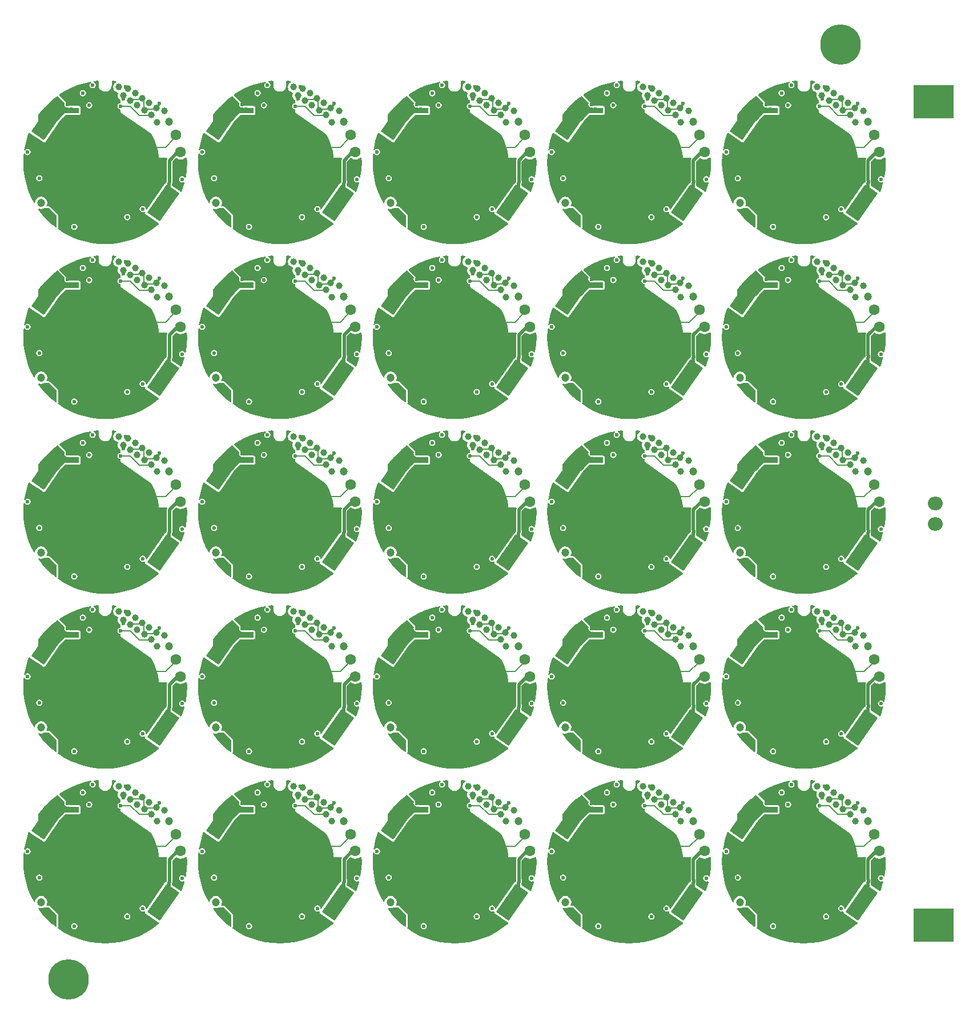
<source format=gbl>
G04 Layer_Physical_Order=4*
G04 Layer_Color=16711680*
%FSLAX25Y25*%
%MOIN*%
G70*
G01*
G75*
%ADD10C,0.00787*%
%ADD11R,0.23622X0.19685*%
%ADD12C,0.03937*%
%ADD29C,0.01968*%
%ADD30C,0.01181*%
%ADD31C,0.23622*%
%ADD32O,0.08661X0.07874*%
%ADD33C,0.02953*%
%ADD34C,0.04724*%
%ADD35C,0.03900*%
%ADD36C,0.02362*%
%ADD37C,0.06299*%
%ADD38C,0.31496*%
G04:AMPARAMS|DCode=39|XSize=90.16mil|YSize=200mil|CornerRadius=0mil|HoleSize=0mil|Usage=FLASHONLY|Rotation=145.000|XOffset=0mil|YOffset=0mil|HoleType=Round|Shape=Rectangle|*
%AMROTATEDRECTD39*
4,1,4,0.09428,0.05606,-0.02043,-0.10777,-0.09428,-0.05606,0.02043,0.10777,0.09428,0.05606,0.0*
%
%ADD39ROTATEDRECTD39*%

G36*
X453010Y504295D02*
X453118Y504192D01*
Y502366D01*
X453118Y501901D01*
X453121Y501870D01*
X453121D01*
X453237Y500990D01*
X453615Y500078D01*
X454216Y499295D01*
X454999Y498694D01*
X455911Y498316D01*
X456890Y498187D01*
X457868Y498316D01*
X458781Y498694D01*
X459564Y499295D01*
X460165Y500078D01*
X460542Y500990D01*
X460658Y501870D01*
X460658D01*
X460661Y501901D01*
X460661Y502366D01*
Y504192D01*
X460770Y504295D01*
X461161Y504522D01*
X463307Y504240D01*
X463368Y503727D01*
X463259Y503685D01*
X462863Y503433D01*
X462302Y502896D01*
X462295Y502885D01*
X462284Y502878D01*
X462160Y502693D01*
X462033Y502511D01*
X461721Y501801D01*
X461619Y501342D01*
X461602Y500567D01*
X461683Y500104D01*
X461965Y499381D01*
X462217Y498985D01*
X462753Y498424D01*
X463138Y498155D01*
X463848Y497843D01*
X464241Y497755D01*
X464511Y497414D01*
X464572Y497310D01*
X464440Y497056D01*
X464261Y496247D01*
X464297Y495418D01*
X464546Y494628D01*
X464992Y493928D01*
X465603Y493368D01*
X465748Y493293D01*
Y491355D01*
X465156Y491237D01*
X464570Y490846D01*
X464178Y490260D01*
X464041Y489569D01*
X464178Y488877D01*
X464570Y488291D01*
X465156Y487900D01*
X465748Y487782D01*
Y486090D01*
X483670Y473541D01*
X484479Y472240D01*
X485837Y469494D01*
X486922Y466628D01*
X487725Y463671D01*
X488237Y460650D01*
X488315Y459547D01*
X492904D01*
X493135Y459047D01*
X492906Y458705D01*
X492784Y458090D01*
X492784Y458090D01*
Y446398D01*
X492784Y446398D01*
X492862Y446005D01*
Y445633D01*
X492538Y445177D01*
X492538Y445177D01*
X492100Y445006D01*
X491760Y444682D01*
X491760Y444682D01*
X480992Y429303D01*
X480522Y429503D01*
X480547Y429626D01*
X480409Y430317D01*
X480017Y430903D01*
X479431Y431295D01*
X478740Y431432D01*
X478049Y431295D01*
X477463Y430903D01*
X477071Y430317D01*
X476934Y429626D01*
X477071Y428935D01*
X477463Y428349D01*
X478049Y427957D01*
X478740Y427820D01*
X479431Y427957D01*
X479660Y428110D01*
X479914Y427970D01*
X480098Y427801D01*
X480090Y427399D01*
X480260Y426961D01*
X480585Y426621D01*
X487970Y421450D01*
X488126Y421381D01*
X488235Y420802D01*
X488217Y420786D01*
X487815Y420517D01*
X487815D01*
X487433Y420196D01*
X484323Y417810D01*
X480804Y415568D01*
X477103Y413641D01*
X473248Y412044D01*
X469269Y410790D01*
X465195Y409887D01*
X461058Y409342D01*
X456890Y409160D01*
X452721Y409342D01*
X448585Y409887D01*
X444511Y410790D01*
X440531Y412044D01*
X436677Y413641D01*
X432976Y415568D01*
X429457Y417810D01*
X429394Y417858D01*
X429392Y417861D01*
X429302Y418188D01*
X429298Y418414D01*
X429380Y418556D01*
X429470Y418692D01*
X429477Y418724D01*
X429494Y418753D01*
X429515Y418915D01*
X429547Y419076D01*
X429547Y425787D01*
X429470Y426171D01*
X429253Y426497D01*
X424922Y430828D01*
X424597Y431045D01*
X424213Y431122D01*
X422874D01*
X422638Y431563D01*
X422715Y431677D01*
X422894Y432111D01*
X423078Y433033D01*
Y433503D01*
X422894Y434424D01*
X422715Y434858D01*
X422192Y435640D01*
X421860Y435972D01*
X421079Y436494D01*
X420645Y436674D01*
X419723Y436857D01*
X419604D01*
X419488Y436880D01*
X419372Y436857D01*
X419253D01*
X418332Y436674D01*
X417898Y436494D01*
X417116Y435972D01*
X416784Y435640D01*
X416262Y434858D01*
X416082Y434424D01*
X415899Y433503D01*
Y433234D01*
X415399Y433111D01*
X413543Y436677D01*
X411946Y440531D01*
X410691Y444511D01*
X409788Y448585D01*
X409244Y452721D01*
X409061Y456890D01*
X409244Y461058D01*
X409411Y462327D01*
X409917Y462344D01*
X409945Y462202D01*
X410337Y461616D01*
X410923Y461225D01*
X411614Y461087D01*
X412305Y461225D01*
X412891Y461616D01*
X413283Y462202D01*
X413420Y462894D01*
X413283Y463585D01*
X412891Y464171D01*
X412305Y464563D01*
X411614Y464700D01*
X410923Y464563D01*
X410337Y464171D01*
X410114Y463837D01*
X409633Y464018D01*
X409788Y465195D01*
X410691Y469269D01*
X411946Y473248D01*
X412258Y474001D01*
X412839Y474098D01*
X412956Y473975D01*
X420342Y468804D01*
X420772Y468615D01*
X421241Y468605D01*
X421679Y468775D01*
X422019Y469100D01*
X422019Y469100D01*
X430632Y481400D01*
X433738Y484626D01*
X441535D01*
X441919Y484703D01*
X442245Y484920D01*
X442463Y485246D01*
X442539Y485630D01*
Y488779D01*
X442463Y489163D01*
X442245Y489489D01*
X441919Y489707D01*
X441535Y489783D01*
X436150Y489783D01*
X436097Y489820D01*
X436018Y489899D01*
X435939Y489932D01*
X435868Y489982D01*
X435760Y490006D01*
X435657Y490049D01*
X435570D01*
X435486Y490068D01*
X435377Y490049D01*
X435265D01*
X434842Y489965D01*
X434543Y490025D01*
X434289Y490194D01*
X434119Y490448D01*
X434059Y490748D01*
X434154Y491222D01*
X434170Y491262D01*
X434170Y491348D01*
X434189Y491432D01*
X434170Y491542D01*
X434170Y491654D01*
X434137Y491733D01*
X434123Y491818D01*
X434063Y491912D01*
X434020Y492015D01*
X433959Y492076D01*
X433913Y492149D01*
X430183Y496073D01*
X430244Y496570D01*
X432976Y498310D01*
X436677Y500237D01*
X440531Y501834D01*
X444511Y503088D01*
X448585Y503991D01*
X448742Y503508D01*
X448350Y503246D01*
X447958Y502660D01*
X447821Y501968D01*
X447958Y501277D01*
X448350Y500691D01*
X448936Y500300D01*
X449627Y500162D01*
X450318Y500300D01*
X450904Y500691D01*
X451296Y501277D01*
X451433Y501968D01*
X451296Y502660D01*
X450904Y503246D01*
X450318Y503637D01*
X450082Y503684D01*
X450099Y504191D01*
X452618Y504522D01*
X453010Y504295D01*
D02*
G37*
G36*
X351042D02*
X351150Y504192D01*
Y502366D01*
X351150Y501901D01*
X351153Y501870D01*
X351153D01*
X351269Y500990D01*
X351646Y500078D01*
X352247Y499295D01*
X353030Y498694D01*
X353942Y498316D01*
X354921Y498187D01*
X355900Y498316D01*
X356812Y498694D01*
X357595Y499295D01*
X358196Y500078D01*
X358574Y500990D01*
X358690Y501870D01*
X358690D01*
X358693Y501901D01*
X358693Y502366D01*
Y504192D01*
X358801Y504295D01*
X359193Y504522D01*
X361338Y504240D01*
X361400Y503727D01*
X361291Y503685D01*
X360894Y503433D01*
X360334Y502896D01*
X360326Y502885D01*
X360315Y502878D01*
X360192Y502693D01*
X360064Y502511D01*
X359752Y501801D01*
X359650Y501342D01*
X359633Y500567D01*
X359715Y500104D01*
X359996Y499381D01*
X360249Y498985D01*
X360785Y498424D01*
X361170Y498155D01*
X361880Y497843D01*
X362272Y497755D01*
X362543Y497414D01*
X362604Y497310D01*
X362472Y497056D01*
X362292Y496247D01*
X362329Y495418D01*
X362578Y494628D01*
X363024Y493928D01*
X363635Y493368D01*
X363779Y493293D01*
Y491355D01*
X363187Y491237D01*
X362601Y490846D01*
X362210Y490260D01*
X362072Y489569D01*
X362210Y488877D01*
X362601Y488291D01*
X363187Y487900D01*
X363779Y487782D01*
Y486090D01*
X381701Y473541D01*
X382510Y472240D01*
X383868Y469494D01*
X384954Y466628D01*
X385756Y463671D01*
X386269Y460650D01*
X386347Y459547D01*
X390935D01*
X391166Y459047D01*
X390938Y458705D01*
X390816Y458090D01*
X390816Y458090D01*
Y446398D01*
X390816Y446398D01*
X390894Y446005D01*
Y445633D01*
X390569Y445177D01*
X390569Y445177D01*
X390131Y445006D01*
X389792Y444682D01*
X389792Y444682D01*
X379024Y429303D01*
X378554Y429503D01*
X378578Y429626D01*
X378440Y430317D01*
X378049Y430903D01*
X377463Y431295D01*
X376772Y431432D01*
X376080Y431295D01*
X375494Y430903D01*
X375103Y430317D01*
X374965Y429626D01*
X375103Y428935D01*
X375494Y428349D01*
X376080Y427957D01*
X376772Y427820D01*
X377463Y427957D01*
X377691Y428110D01*
X377945Y427970D01*
X378130Y427801D01*
X378121Y427399D01*
X378291Y426961D01*
X378616Y426621D01*
X386001Y421450D01*
X386158Y421381D01*
X386266Y420802D01*
X386248Y420786D01*
X385847Y420517D01*
X385847D01*
X385465Y420196D01*
X382354Y417810D01*
X378835Y415568D01*
X375134Y413641D01*
X371280Y412044D01*
X367300Y410790D01*
X363227Y409887D01*
X359090Y409342D01*
X354921Y409160D01*
X350753Y409342D01*
X346616Y409887D01*
X342542Y410790D01*
X338563Y412044D01*
X334708Y413641D01*
X331007Y415568D01*
X327488Y417810D01*
X327426Y417858D01*
X327423Y417861D01*
X327333Y418188D01*
X327329Y418414D01*
X327411Y418556D01*
X327502Y418692D01*
X327508Y418724D01*
X327525Y418753D01*
X327546Y418915D01*
X327578Y419076D01*
X327578Y425787D01*
X327502Y426171D01*
X327284Y426497D01*
X322954Y430828D01*
X322628Y431045D01*
X322244Y431122D01*
X320905D01*
X320670Y431563D01*
X320746Y431677D01*
X320926Y432111D01*
X321109Y433033D01*
Y433503D01*
X320926Y434424D01*
X320746Y434858D01*
X320224Y435640D01*
X319892Y435972D01*
X319110Y436494D01*
X318676Y436674D01*
X317755Y436857D01*
X317636D01*
X317520Y436880D01*
X317403Y436857D01*
X317285D01*
X316363Y436674D01*
X315929Y436494D01*
X315148Y435972D01*
X314815Y435640D01*
X314293Y434858D01*
X314113Y434424D01*
X313930Y433503D01*
Y433234D01*
X313430Y433111D01*
X311574Y436677D01*
X309977Y440531D01*
X308723Y444511D01*
X307820Y448585D01*
X307275Y452721D01*
X307093Y456890D01*
X307275Y461058D01*
X307442Y462327D01*
X307949Y462344D01*
X307977Y462202D01*
X308368Y461616D01*
X308954Y461225D01*
X309646Y461087D01*
X310337Y461225D01*
X310923Y461616D01*
X311315Y462202D01*
X311452Y462894D01*
X311315Y463585D01*
X310923Y464171D01*
X310337Y464563D01*
X309646Y464700D01*
X308954Y464563D01*
X308368Y464171D01*
X308145Y463837D01*
X307665Y464018D01*
X307820Y465195D01*
X308723Y469269D01*
X309977Y473248D01*
X310289Y474001D01*
X310871Y474098D01*
X310988Y473975D01*
X318373Y468804D01*
X318803Y468615D01*
X319273Y468605D01*
X319711Y468775D01*
X320050Y469100D01*
X320050Y469100D01*
X328663Y481400D01*
X331770Y484626D01*
X339567D01*
X339951Y484703D01*
X340277Y484920D01*
X340494Y485246D01*
X340570Y485630D01*
Y488779D01*
X340494Y489163D01*
X340277Y489489D01*
X339951Y489707D01*
X339567Y489783D01*
X334181Y489783D01*
X334129Y489820D01*
X334050Y489899D01*
X333970Y489932D01*
X333900Y489982D01*
X333791Y490006D01*
X333688Y490049D01*
X333602D01*
X333518Y490068D01*
X333408Y490049D01*
X333297D01*
X332874Y489965D01*
X332574Y490025D01*
X332320Y490194D01*
X332151Y490448D01*
X332091Y490748D01*
X332185Y491222D01*
X332202Y491262D01*
X332202Y491348D01*
X332221Y491432D01*
X332202Y491542D01*
X332202Y491654D01*
X332169Y491733D01*
X332154Y491818D01*
X332095Y491912D01*
X332052Y492015D01*
X331991Y492076D01*
X331945Y492149D01*
X328214Y496073D01*
X328275Y496570D01*
X331007Y498310D01*
X334708Y500237D01*
X338563Y501834D01*
X342542Y503088D01*
X346616Y503991D01*
X346773Y503508D01*
X346381Y503246D01*
X345989Y502660D01*
X345852Y501968D01*
X345989Y501277D01*
X346381Y500691D01*
X346967Y500300D01*
X347658Y500162D01*
X348350Y500300D01*
X348936Y500691D01*
X349327Y501277D01*
X349465Y501968D01*
X349327Y502660D01*
X348936Y503246D01*
X348350Y503637D01*
X348114Y503684D01*
X348130Y504191D01*
X350650Y504522D01*
X351042Y504295D01*
D02*
G37*
G36*
X249073D02*
X249181Y504192D01*
Y502366D01*
X249181Y501901D01*
X249184Y501870D01*
X249184D01*
X249300Y500990D01*
X249678Y500078D01*
X250279Y499295D01*
X251062Y498694D01*
X251974Y498316D01*
X252953Y498187D01*
X253931Y498316D01*
X254844Y498694D01*
X255627Y499295D01*
X256228Y500078D01*
X256606Y500990D01*
X256721Y501870D01*
X256721D01*
X256724Y501901D01*
X256724Y502366D01*
Y504192D01*
X256833Y504295D01*
X257224Y504522D01*
X259370Y504240D01*
X259431Y503727D01*
X259322Y503685D01*
X258926Y503433D01*
X258365Y502896D01*
X258358Y502885D01*
X258347Y502878D01*
X258223Y502693D01*
X258096Y502511D01*
X257784Y501801D01*
X257682Y501342D01*
X257665Y500567D01*
X257746Y500104D01*
X258028Y499381D01*
X258280Y498985D01*
X258817Y498424D01*
X259201Y498155D01*
X259911Y497843D01*
X260304Y497755D01*
X260574Y497414D01*
X260635Y497310D01*
X260503Y497056D01*
X260324Y496247D01*
X260360Y495418D01*
X260610Y494628D01*
X261055Y493928D01*
X261666Y493368D01*
X261811Y493293D01*
Y491355D01*
X261219Y491237D01*
X260633Y490846D01*
X260241Y490260D01*
X260104Y489569D01*
X260241Y488877D01*
X260633Y488291D01*
X261219Y487900D01*
X261811Y487782D01*
Y486090D01*
X279733Y473541D01*
X280542Y472240D01*
X281900Y469494D01*
X282985Y466628D01*
X283788Y463671D01*
X284300Y460650D01*
X284378Y459547D01*
X288967D01*
X289198Y459047D01*
X288969Y458705D01*
X288847Y458090D01*
X288847Y458090D01*
Y446398D01*
X288847Y446398D01*
X288925Y446005D01*
Y445633D01*
X288601Y445177D01*
X288601Y445177D01*
X288163Y445006D01*
X287824Y444682D01*
X287824Y444682D01*
X277055Y429303D01*
X276585Y429503D01*
X276609Y429626D01*
X276472Y430317D01*
X276080Y430903D01*
X275494Y431295D01*
X274803Y431432D01*
X274112Y431295D01*
X273526Y430903D01*
X273134Y430317D01*
X272997Y429626D01*
X273134Y428935D01*
X273526Y428349D01*
X274112Y427957D01*
X274803Y427820D01*
X275494Y427957D01*
X275723Y428110D01*
X275976Y427970D01*
X276161Y427801D01*
X276152Y427399D01*
X276323Y426961D01*
X276648Y426621D01*
X284033Y421450D01*
X284189Y421381D01*
X284298Y420802D01*
X284280Y420786D01*
X283878Y420517D01*
X283878D01*
X283496Y420196D01*
X280386Y417810D01*
X276867Y415568D01*
X273166Y413641D01*
X269311Y412044D01*
X265332Y410790D01*
X261258Y409887D01*
X257121Y409342D01*
X252953Y409160D01*
X248784Y409342D01*
X244648Y409887D01*
X240574Y410790D01*
X236595Y412044D01*
X232740Y413641D01*
X229039Y415568D01*
X225520Y417810D01*
X225457Y417858D01*
X225455Y417861D01*
X225365Y418188D01*
X225361Y418414D01*
X225443Y418556D01*
X225533Y418692D01*
X225540Y418724D01*
X225557Y418753D01*
X225578Y418915D01*
X225610Y419076D01*
X225610Y425787D01*
X225533Y426171D01*
X225316Y426497D01*
X220985Y430828D01*
X220660Y431045D01*
X220275Y431122D01*
X218937D01*
X218701Y431563D01*
X218778Y431677D01*
X218957Y432111D01*
X219141Y433033D01*
Y433503D01*
X218957Y434424D01*
X218778Y434858D01*
X218255Y435640D01*
X217923Y435972D01*
X217142Y436494D01*
X216708Y436674D01*
X215786Y436857D01*
X215668D01*
X215551Y436880D01*
X215435Y436857D01*
X215316D01*
X214395Y436674D01*
X213961Y436494D01*
X213179Y435972D01*
X212847Y435640D01*
X212325Y434858D01*
X212145Y434424D01*
X211962Y433503D01*
Y433234D01*
X211462Y433111D01*
X209606Y436677D01*
X208009Y440531D01*
X206754Y444511D01*
X205851Y448585D01*
X205307Y452721D01*
X205124Y456890D01*
X205307Y461058D01*
X205474Y462327D01*
X205980Y462344D01*
X206008Y462202D01*
X206400Y461616D01*
X206986Y461225D01*
X207677Y461087D01*
X208368Y461225D01*
X208954Y461616D01*
X209346Y462202D01*
X209484Y462894D01*
X209346Y463585D01*
X208954Y464171D01*
X208368Y464563D01*
X207677Y464700D01*
X206986Y464563D01*
X206400Y464171D01*
X206177Y463837D01*
X205696Y464018D01*
X205851Y465195D01*
X206754Y469269D01*
X208009Y473248D01*
X208321Y474001D01*
X208902Y474098D01*
X209019Y473975D01*
X216405Y468804D01*
X216835Y468615D01*
X217304Y468605D01*
X217742Y468775D01*
X218082Y469100D01*
X218082Y469100D01*
X226695Y481400D01*
X229801Y484626D01*
X237598D01*
X237983Y484703D01*
X238308Y484920D01*
X238526Y485246D01*
X238602Y485630D01*
Y488779D01*
X238526Y489163D01*
X238308Y489489D01*
X237983Y489707D01*
X237598Y489783D01*
X232213Y489783D01*
X232160Y489820D01*
X232081Y489899D01*
X232002Y489932D01*
X231931Y489982D01*
X231823Y490006D01*
X231720Y490049D01*
X231633D01*
X231549Y490068D01*
X231440Y490049D01*
X231328D01*
X230906Y489965D01*
X230606Y490025D01*
X230352Y490194D01*
X230182Y490448D01*
X230122Y490748D01*
X230217Y491222D01*
X230233Y491262D01*
X230233Y491348D01*
X230252Y491432D01*
X230233Y491542D01*
X230233Y491654D01*
X230200Y491733D01*
X230186Y491818D01*
X230126Y491912D01*
X230083Y492015D01*
X230022Y492076D01*
X229976Y492149D01*
X226246Y496073D01*
X226307Y496570D01*
X229039Y498310D01*
X232740Y500237D01*
X236595Y501834D01*
X240574Y503088D01*
X244648Y503991D01*
X244805Y503508D01*
X244413Y503246D01*
X244021Y502660D01*
X243883Y501968D01*
X244021Y501277D01*
X244413Y500691D01*
X244999Y500300D01*
X245690Y500162D01*
X246381Y500300D01*
X246967Y500691D01*
X247359Y501277D01*
X247496Y501968D01*
X247359Y502660D01*
X246967Y503246D01*
X246381Y503637D01*
X246145Y503684D01*
X246162Y504191D01*
X248681Y504522D01*
X249073Y504295D01*
D02*
G37*
G36*
X147105D02*
X147213Y504192D01*
Y502366D01*
X147213Y501901D01*
X147216Y501870D01*
X147216D01*
X147332Y500990D01*
X147709Y500078D01*
X148310Y499295D01*
X149093Y498694D01*
X150005Y498316D01*
X150984Y498187D01*
X151963Y498316D01*
X152875Y498694D01*
X153658Y499295D01*
X154259Y500078D01*
X154637Y500990D01*
X154753Y501870D01*
X154753D01*
X154756Y501901D01*
X154756Y502366D01*
Y504192D01*
X154864Y504295D01*
X155256Y504522D01*
X157401Y504240D01*
X157463Y503727D01*
X157354Y503685D01*
X156957Y503433D01*
X156397Y502896D01*
X156389Y502885D01*
X156378Y502878D01*
X156255Y502693D01*
X156127Y502511D01*
X155815Y501801D01*
X155713Y501342D01*
X155696Y500567D01*
X155778Y500104D01*
X156059Y499381D01*
X156312Y498985D01*
X156848Y498424D01*
X157233Y498155D01*
X157943Y497843D01*
X158335Y497755D01*
X158606Y497414D01*
X158667Y497310D01*
X158535Y497056D01*
X158355Y496247D01*
X158392Y495418D01*
X158641Y494628D01*
X159087Y493928D01*
X159698Y493368D01*
X159843Y493293D01*
Y491355D01*
X159250Y491237D01*
X158664Y490846D01*
X158273Y490260D01*
X158135Y489569D01*
X158273Y488877D01*
X158664Y488291D01*
X159250Y487900D01*
X159843Y487782D01*
Y486090D01*
X177764Y473541D01*
X178573Y472240D01*
X179931Y469494D01*
X181017Y466628D01*
X181819Y463671D01*
X182332Y460650D01*
X182410Y459547D01*
X186998D01*
X187230Y459047D01*
X187001Y458705D01*
X186879Y458090D01*
X186879Y458090D01*
Y446398D01*
X186879Y446398D01*
X186957Y446005D01*
Y445633D01*
X186632Y445177D01*
X186632Y445177D01*
X186194Y445006D01*
X185855Y444682D01*
X185855Y444682D01*
X175086Y429303D01*
X174617Y429503D01*
X174641Y429626D01*
X174504Y430317D01*
X174112Y430903D01*
X173526Y431295D01*
X172835Y431432D01*
X172143Y431295D01*
X171557Y430903D01*
X171166Y430317D01*
X171028Y429626D01*
X171166Y428935D01*
X171557Y428349D01*
X172143Y427957D01*
X172835Y427820D01*
X173526Y427957D01*
X173754Y428110D01*
X174008Y427970D01*
X174193Y427801D01*
X174184Y427399D01*
X174354Y426961D01*
X174679Y426621D01*
X182064Y421450D01*
X182221Y421381D01*
X182329Y420802D01*
X182311Y420786D01*
X181910Y420517D01*
X181910D01*
X181528Y420196D01*
X178417Y417810D01*
X174898Y415568D01*
X171197Y413641D01*
X167342Y412044D01*
X163363Y410790D01*
X159290Y409887D01*
X155153Y409342D01*
X150984Y409160D01*
X146816Y409342D01*
X142679Y409887D01*
X138605Y410790D01*
X134626Y412044D01*
X130771Y413641D01*
X127070Y415568D01*
X123551Y417810D01*
X123489Y417858D01*
X123486Y417861D01*
X123396Y418188D01*
X123392Y418414D01*
X123474Y418556D01*
X123565Y418692D01*
X123571Y418724D01*
X123588Y418753D01*
X123609Y418915D01*
X123641Y419076D01*
X123641Y425787D01*
X123565Y426171D01*
X123347Y426497D01*
X119017Y430828D01*
X118691Y431045D01*
X118307Y431122D01*
X116968D01*
X116733Y431563D01*
X116809Y431677D01*
X116989Y432111D01*
X117172Y433033D01*
Y433503D01*
X116989Y434424D01*
X116809Y434858D01*
X116287Y435640D01*
X115955Y435972D01*
X115173Y436494D01*
X114739Y436674D01*
X113818Y436857D01*
X113699D01*
X113583Y436880D01*
X113466Y436857D01*
X113348D01*
X112426Y436674D01*
X111992Y436494D01*
X111211Y435972D01*
X110878Y435640D01*
X110356Y434858D01*
X110176Y434424D01*
X109993Y433503D01*
Y433234D01*
X109493Y433111D01*
X107637Y436677D01*
X106040Y440531D01*
X104786Y444511D01*
X103883Y448585D01*
X103338Y452721D01*
X103156Y456890D01*
X103338Y461058D01*
X103505Y462327D01*
X104012Y462344D01*
X104040Y462202D01*
X104431Y461616D01*
X105017Y461225D01*
X105709Y461087D01*
X106400Y461225D01*
X106986Y461616D01*
X107378Y462202D01*
X107515Y462894D01*
X107378Y463585D01*
X106986Y464171D01*
X106400Y464563D01*
X105709Y464700D01*
X105017Y464563D01*
X104431Y464171D01*
X104208Y463837D01*
X103728Y464018D01*
X103883Y465195D01*
X104786Y469269D01*
X106040Y473248D01*
X106352Y474001D01*
X106934Y474098D01*
X107051Y473975D01*
X114436Y468804D01*
X114866Y468615D01*
X115336Y468605D01*
X115774Y468775D01*
X116113Y469100D01*
X116113Y469100D01*
X124726Y481400D01*
X127833Y484626D01*
X135630D01*
X136014Y484703D01*
X136339Y484920D01*
X136557Y485246D01*
X136633Y485630D01*
Y488779D01*
X136557Y489163D01*
X136339Y489489D01*
X136014Y489707D01*
X135630Y489783D01*
X130245Y489783D01*
X130192Y489820D01*
X130113Y489899D01*
X130033Y489932D01*
X129963Y489982D01*
X129854Y490006D01*
X129751Y490049D01*
X129665D01*
X129581Y490068D01*
X129471Y490049D01*
X129360D01*
X128937Y489965D01*
X128637Y490025D01*
X128383Y490194D01*
X128214Y490448D01*
X128154Y490748D01*
X128248Y491222D01*
X128265Y491262D01*
X128265Y491348D01*
X128284Y491432D01*
X128265Y491542D01*
X128265Y491654D01*
X128232Y491733D01*
X128217Y491818D01*
X128157Y491912D01*
X128115Y492015D01*
X128054Y492076D01*
X128008Y492149D01*
X124277Y496073D01*
X124338Y496570D01*
X127070Y498310D01*
X130771Y500237D01*
X134626Y501834D01*
X138605Y503088D01*
X142679Y503991D01*
X142836Y503508D01*
X142444Y503246D01*
X142052Y502660D01*
X141915Y501968D01*
X142052Y501277D01*
X142444Y500691D01*
X143030Y500300D01*
X143721Y500162D01*
X144413Y500300D01*
X144999Y500691D01*
X145390Y501277D01*
X145528Y501968D01*
X145390Y502660D01*
X144999Y503246D01*
X144413Y503637D01*
X144177Y503684D01*
X144193Y504191D01*
X146713Y504522D01*
X147105Y504295D01*
D02*
G37*
G36*
X45136D02*
X45244Y504192D01*
Y502366D01*
X45244Y501901D01*
X45247Y501870D01*
X45247D01*
X45363Y500990D01*
X45741Y500078D01*
X46342Y499295D01*
X47125Y498694D01*
X48037Y498316D01*
X49016Y498187D01*
X49995Y498316D01*
X50906Y498694D01*
X51690Y499295D01*
X52291Y500078D01*
X52668Y500990D01*
X52784Y501870D01*
X52784D01*
X52787Y501901D01*
X52787Y502366D01*
Y504192D01*
X52895Y504295D01*
X53287Y504522D01*
X55433Y504240D01*
X55494Y503727D01*
X55385Y503685D01*
X54989Y503433D01*
X54428Y502896D01*
X54421Y502885D01*
X54410Y502878D01*
X54286Y502693D01*
X54159Y502511D01*
X53847Y501801D01*
X53745Y501342D01*
X53728Y500567D01*
X53809Y500104D01*
X54091Y499381D01*
X54343Y498985D01*
X54879Y498424D01*
X55264Y498155D01*
X55975Y497843D01*
X56367Y497755D01*
X56637Y497414D01*
X56699Y497310D01*
X56566Y497056D01*
X56387Y496247D01*
X56423Y495418D01*
X56673Y494628D01*
X57118Y493928D01*
X57730Y493368D01*
X57874Y493293D01*
Y491355D01*
X57282Y491237D01*
X56696Y490846D01*
X56304Y490260D01*
X56166Y489569D01*
X56304Y488877D01*
X56696Y488291D01*
X57282Y487900D01*
X57874Y487782D01*
Y486090D01*
X75796Y473541D01*
X76605Y472240D01*
X77963Y469494D01*
X79048Y466628D01*
X79851Y463671D01*
X80363Y460650D01*
X80441Y459547D01*
X85030D01*
X85261Y459047D01*
X85032Y458705D01*
X84910Y458090D01*
X84910Y458090D01*
Y446398D01*
X84910Y446398D01*
X84988Y446005D01*
Y445633D01*
X84664Y445177D01*
X84664Y445177D01*
X84226Y445006D01*
X83886Y444682D01*
X83886Y444682D01*
X73118Y429303D01*
X72648Y429503D01*
X72672Y429626D01*
X72535Y430317D01*
X72143Y430903D01*
X71557Y431295D01*
X70866Y431432D01*
X70175Y431295D01*
X69589Y430903D01*
X69197Y430317D01*
X69060Y429626D01*
X69197Y428935D01*
X69589Y428349D01*
X70175Y427957D01*
X70866Y427820D01*
X71557Y427957D01*
X71786Y428110D01*
X72040Y427970D01*
X72224Y427801D01*
X72215Y427399D01*
X72386Y426961D01*
X72711Y426621D01*
X80096Y421450D01*
X80252Y421381D01*
X80361Y420802D01*
X80343Y420786D01*
X79941Y420517D01*
X79941D01*
X79559Y420196D01*
X76449Y417810D01*
X72930Y415568D01*
X69229Y413641D01*
X65374Y412044D01*
X61395Y410790D01*
X57321Y409887D01*
X53184Y409342D01*
X49016Y409160D01*
X44847Y409342D01*
X40710Y409887D01*
X36637Y410790D01*
X32658Y412044D01*
X28803Y413641D01*
X25102Y415568D01*
X21583Y417810D01*
X21520Y417858D01*
X21518Y417861D01*
X21428Y418188D01*
X21424Y418414D01*
X21506Y418556D01*
X21596Y418692D01*
X21603Y418724D01*
X21620Y418753D01*
X21641Y418915D01*
X21673Y419076D01*
X21673Y425787D01*
X21596Y426171D01*
X21379Y426497D01*
X17048Y430828D01*
X16723Y431045D01*
X16339Y431122D01*
X15000D01*
X14764Y431563D01*
X14841Y431677D01*
X15020Y432111D01*
X15204Y433033D01*
Y433503D01*
X15020Y434424D01*
X14841Y434858D01*
X14319Y435640D01*
X13986Y435972D01*
X13205Y436494D01*
X12771Y436674D01*
X11849Y436857D01*
X11731D01*
X11614Y436880D01*
X11498Y436857D01*
X11379D01*
X10458Y436674D01*
X10024Y436494D01*
X9242Y435972D01*
X8910Y435640D01*
X8388Y434858D01*
X8208Y434424D01*
X8025Y433503D01*
Y433234D01*
X7525Y433111D01*
X5669Y436677D01*
X4072Y440531D01*
X2817Y444511D01*
X1914Y448585D01*
X1369Y452721D01*
X1188Y456890D01*
X1369Y461058D01*
X1537Y462327D01*
X2043Y462344D01*
X2071Y462202D01*
X2463Y461616D01*
X3049Y461225D01*
X3740Y461087D01*
X4431Y461225D01*
X5017Y461616D01*
X5409Y462202D01*
X5547Y462894D01*
X5409Y463585D01*
X5017Y464171D01*
X4431Y464563D01*
X3740Y464700D01*
X3049Y464563D01*
X2463Y464171D01*
X2240Y463837D01*
X1759Y464018D01*
X1914Y465195D01*
X2817Y469269D01*
X4072Y473248D01*
X4384Y474001D01*
X4965Y474098D01*
X5082Y473975D01*
X12467Y468804D01*
X12898Y468615D01*
X13367Y468605D01*
X13805Y468775D01*
X14145Y469100D01*
X14145Y469100D01*
X22758Y481400D01*
X25864Y484626D01*
X33661D01*
X34045Y484703D01*
X34371Y484920D01*
X34589Y485246D01*
X34665Y485630D01*
Y488779D01*
X34589Y489163D01*
X34371Y489489D01*
X34045Y489707D01*
X33661Y489783D01*
X28276Y489783D01*
X28223Y489820D01*
X28144Y489899D01*
X28065Y489932D01*
X27994Y489982D01*
X27886Y490006D01*
X27783Y490049D01*
X27696D01*
X27612Y490068D01*
X27503Y490049D01*
X27391D01*
X26969Y489965D01*
X26669Y490025D01*
X26415Y490194D01*
X26245Y490448D01*
X26185Y490748D01*
X26280Y491222D01*
X26296Y491262D01*
X26296Y491348D01*
X26315Y491432D01*
X26296Y491542D01*
X26296Y491654D01*
X26263Y491733D01*
X26248Y491818D01*
X26189Y491912D01*
X26146Y492015D01*
X26085Y492076D01*
X26039Y492149D01*
X22309Y496073D01*
X22370Y496570D01*
X25102Y498310D01*
X28803Y500237D01*
X32658Y501834D01*
X36637Y503088D01*
X40710Y503991D01*
X40868Y503508D01*
X40476Y503246D01*
X40084Y502660D01*
X39946Y501968D01*
X40084Y501277D01*
X40476Y500691D01*
X41062Y500300D01*
X41753Y500162D01*
X42444Y500300D01*
X43030Y500691D01*
X43422Y501277D01*
X43559Y501968D01*
X43422Y502660D01*
X43030Y503246D01*
X42444Y503637D01*
X42208Y503684D01*
X42225Y504191D01*
X44744Y504522D01*
X45136Y504295D01*
D02*
G37*
G36*
X433186Y491458D02*
X433174Y491439D01*
X433036Y490748D01*
X433174Y490057D01*
X433565Y489471D01*
X434151Y489079D01*
X434842Y488942D01*
X435461Y489065D01*
X435732Y488779D01*
X441535Y488779D01*
Y485630D01*
X433311D01*
X424213Y476181D01*
X417815Y480817D01*
Y484458D01*
X420251Y487633D01*
X420482Y487886D01*
X420489Y487890D01*
X420496Y487900D01*
X423070Y490709D01*
X425966Y493363D01*
X425993Y493381D01*
X426005Y493399D01*
X426146Y493528D01*
X429079Y495778D01*
X433186Y491458D01*
D02*
G37*
G36*
X331218D02*
X331205Y491439D01*
X331068Y490748D01*
X331205Y490057D01*
X331597Y489471D01*
X332183Y489079D01*
X332874Y488942D01*
X333492Y489065D01*
X333764Y488779D01*
X339567Y488779D01*
Y485630D01*
X331343D01*
X322244Y476181D01*
X315846Y480817D01*
Y484458D01*
X318283Y487633D01*
X318514Y487886D01*
X318521Y487890D01*
X318528Y487900D01*
X321102Y490709D01*
X323997Y493363D01*
X324025Y493381D01*
X324037Y493399D01*
X324178Y493528D01*
X327110Y495778D01*
X331218Y491458D01*
D02*
G37*
G36*
X229249D02*
X229237Y491439D01*
X229099Y490748D01*
X229237Y490057D01*
X229628Y489471D01*
X230214Y489079D01*
X230906Y488942D01*
X231524Y489065D01*
X231795Y488779D01*
X237598Y488779D01*
Y485630D01*
X229374D01*
X220276Y476181D01*
X213878Y480817D01*
Y484458D01*
X216314Y487633D01*
X216546Y487886D01*
X216552Y487890D01*
X216559Y487900D01*
X219133Y490709D01*
X222029Y493363D01*
X222056Y493381D01*
X222068Y493399D01*
X222209Y493528D01*
X225142Y495778D01*
X229249Y491458D01*
D02*
G37*
G36*
X127280D02*
X127268Y491439D01*
X127131Y490748D01*
X127268Y490057D01*
X127660Y489471D01*
X128246Y489079D01*
X128937Y488942D01*
X129555Y489065D01*
X129826Y488779D01*
X135630Y488779D01*
Y485630D01*
X127406D01*
X118307Y476181D01*
X111909Y480817D01*
Y484458D01*
X114346Y487633D01*
X114577Y487886D01*
X114584Y487890D01*
X114591Y487900D01*
X117165Y490709D01*
X120060Y493363D01*
X120088Y493381D01*
X120100Y493399D01*
X120241Y493528D01*
X123173Y495778D01*
X127280Y491458D01*
D02*
G37*
G36*
X25312D02*
X25300Y491439D01*
X25162Y490748D01*
X25300Y490057D01*
X25691Y489471D01*
X26277Y489079D01*
X26969Y488942D01*
X27587Y489065D01*
X27858Y488779D01*
X33661Y488779D01*
Y485630D01*
X25438D01*
X16339Y476181D01*
X9941Y480817D01*
Y484458D01*
X12377Y487633D01*
X12608Y487886D01*
X12615Y487890D01*
X12622Y487900D01*
X15196Y490709D01*
X18092Y493363D01*
X18119Y493381D01*
X18131Y493399D01*
X18272Y493528D01*
X21205Y495778D01*
X25312Y491458D01*
D02*
G37*
G36*
X504718Y456890D02*
X504536Y452721D01*
X503991Y448585D01*
X503888Y448119D01*
X503354Y448019D01*
X503150Y448324D01*
X502563Y448716D01*
X501872Y448853D01*
X501181Y448716D01*
X500595Y448324D01*
X500203Y447738D01*
X500066Y447047D01*
X500203Y446355D01*
X500595Y445770D01*
X501181Y445378D01*
X501872Y445240D01*
X502563Y445378D01*
X502804Y445539D01*
X503240Y445247D01*
X503249Y445234D01*
X503088Y444511D01*
X501834Y440531D01*
X501522Y439779D01*
X500941Y439683D01*
X500823Y439806D01*
X495897Y443255D01*
Y444088D01*
X495951Y444169D01*
X496073Y444783D01*
Y446320D01*
X496073Y446320D01*
X495995Y446712D01*
Y457425D01*
X498117Y459547D01*
X498261D01*
X498702Y459209D01*
X499755Y458773D01*
X500886Y458624D01*
X502016Y458773D01*
X503070Y459209D01*
X503510Y459547D01*
X504602D01*
X504718Y456890D01*
D02*
G37*
G36*
X402749D02*
X402567Y452721D01*
X402023Y448585D01*
X401920Y448119D01*
X401385Y448019D01*
X401181Y448324D01*
X400595Y448716D01*
X399904Y448853D01*
X399213Y448716D01*
X398626Y448324D01*
X398235Y447738D01*
X398097Y447047D01*
X398235Y446355D01*
X398626Y445770D01*
X399213Y445378D01*
X399904Y445240D01*
X400595Y445378D01*
X400835Y445539D01*
X401272Y445247D01*
X401280Y445234D01*
X401120Y444511D01*
X399865Y440531D01*
X399553Y439779D01*
X398972Y439683D01*
X398854Y439806D01*
X393929Y443255D01*
Y444088D01*
X393983Y444169D01*
X394105Y444783D01*
Y446320D01*
X394105Y446320D01*
X394027Y446712D01*
Y457425D01*
X396149Y459547D01*
X396293D01*
X396733Y459209D01*
X397787Y458773D01*
X398917Y458624D01*
X400048Y458773D01*
X401101Y459209D01*
X401542Y459547D01*
X402633D01*
X402749Y456890D01*
D02*
G37*
G36*
X300781D02*
X300599Y452721D01*
X300054Y448585D01*
X299951Y448119D01*
X299417Y448019D01*
X299213Y448324D01*
X298626Y448716D01*
X297935Y448853D01*
X297244Y448716D01*
X296658Y448324D01*
X296266Y447738D01*
X296129Y447047D01*
X296266Y446355D01*
X296658Y445770D01*
X297244Y445378D01*
X297935Y445240D01*
X298626Y445378D01*
X298867Y445539D01*
X299304Y445247D01*
X299312Y445234D01*
X299151Y444511D01*
X297897Y440531D01*
X297585Y439779D01*
X297004Y439683D01*
X296886Y439806D01*
X291960Y443255D01*
Y444088D01*
X292014Y444169D01*
X292137Y444783D01*
Y446320D01*
X292137Y446320D01*
X292058Y446712D01*
Y457425D01*
X294180Y459547D01*
X294324D01*
X294765Y459209D01*
X295818Y458773D01*
X296949Y458624D01*
X298079Y458773D01*
X299133Y459209D01*
X299573Y459547D01*
X300665D01*
X300781Y456890D01*
D02*
G37*
G36*
X198812D02*
X198630Y452721D01*
X198086Y448585D01*
X197983Y448119D01*
X197448Y448019D01*
X197244Y448324D01*
X196658Y448716D01*
X195967Y448853D01*
X195275Y448716D01*
X194690Y448324D01*
X194298Y447738D01*
X194160Y447047D01*
X194298Y446355D01*
X194690Y445770D01*
X195275Y445378D01*
X195967Y445240D01*
X196658Y445378D01*
X196898Y445539D01*
X197335Y445247D01*
X197343Y445234D01*
X197183Y444511D01*
X195928Y440531D01*
X195616Y439779D01*
X195035Y439683D01*
X194917Y439806D01*
X189991Y443255D01*
Y444088D01*
X190046Y444169D01*
X190168Y444783D01*
Y446320D01*
X190168Y446320D01*
X190090Y446712D01*
Y457425D01*
X192212Y459547D01*
X192356D01*
X192796Y459209D01*
X193850Y458773D01*
X194980Y458624D01*
X196111Y458773D01*
X197164Y459209D01*
X197605Y459547D01*
X198696D01*
X198812Y456890D01*
D02*
G37*
G36*
X96844D02*
X96662Y452721D01*
X96117Y448585D01*
X96014Y448119D01*
X95480Y448019D01*
X95275Y448324D01*
X94690Y448716D01*
X93998Y448853D01*
X93307Y448716D01*
X92721Y448324D01*
X92329Y447738D01*
X92192Y447047D01*
X92329Y446355D01*
X92721Y445770D01*
X93307Y445378D01*
X93998Y445240D01*
X94690Y445378D01*
X94930Y445539D01*
X95367Y445247D01*
X95375Y445234D01*
X95214Y444511D01*
X93960Y440531D01*
X93648Y439779D01*
X93067Y439683D01*
X92949Y439806D01*
X88023Y443255D01*
Y444088D01*
X88077Y444169D01*
X88200Y444783D01*
Y446320D01*
X88200Y446320D01*
X88121Y446712D01*
Y457425D01*
X90243Y459547D01*
X90387D01*
X90828Y459209D01*
X91881Y458773D01*
X93012Y458624D01*
X94142Y458773D01*
X95196Y459209D01*
X95636Y459547D01*
X96728D01*
X96844Y456890D01*
D02*
G37*
G36*
X424213Y430118D02*
X428543Y425787D01*
X428543Y419076D01*
X428095Y418855D01*
X426346Y420196D01*
X425964Y420517D01*
X425964D01*
X425563Y420786D01*
X423070Y423070D01*
X420496Y425879D01*
X420489Y425889D01*
X420482Y425894D01*
X420251Y426146D01*
X417753Y429402D01*
X417791Y429608D01*
X418214Y429910D01*
X418332Y429861D01*
X419253Y429678D01*
X419372D01*
X419488Y429655D01*
X419604Y429678D01*
X419723D01*
X420645Y429861D01*
X421079Y430041D01*
X421194Y430118D01*
X424213D01*
D02*
G37*
G36*
X322244D02*
X326575Y425787D01*
X326575Y419076D01*
X326126Y418855D01*
X324378Y420196D01*
X323996Y420517D01*
X323996D01*
X323594Y420786D01*
X321102Y423070D01*
X318528Y425879D01*
X318521Y425889D01*
X318514Y425894D01*
X318283Y426146D01*
X315785Y429402D01*
X315822Y429608D01*
X316245Y429910D01*
X316363Y429861D01*
X317285Y429678D01*
X317403D01*
X317520Y429655D01*
X317636Y429678D01*
X317755D01*
X318676Y429861D01*
X319110Y430041D01*
X319225Y430118D01*
X322244D01*
D02*
G37*
G36*
X220275D02*
X224606Y425787D01*
X224606Y419076D01*
X224158Y418855D01*
X222409Y420196D01*
X222027Y420517D01*
X222027D01*
X221626Y420786D01*
X219133Y423070D01*
X216559Y425879D01*
X216552Y425889D01*
X216546Y425894D01*
X216314Y426146D01*
X213816Y429402D01*
X213854Y429608D01*
X214277Y429910D01*
X214395Y429861D01*
X215316Y429678D01*
X215435D01*
X215551Y429655D01*
X215668Y429678D01*
X215786D01*
X216708Y429861D01*
X217142Y430041D01*
X217257Y430118D01*
X220275D01*
D02*
G37*
G36*
X118307D02*
X122638Y425787D01*
X122638Y419076D01*
X122189Y418855D01*
X120441Y420196D01*
X120059Y420517D01*
X120059D01*
X119657Y420786D01*
X117165Y423070D01*
X114591Y425879D01*
X114584Y425889D01*
X114577Y425894D01*
X114346Y426146D01*
X111848Y429402D01*
X111885Y429608D01*
X112308Y429910D01*
X112426Y429861D01*
X113348Y429678D01*
X113466D01*
X113583Y429655D01*
X113699Y429678D01*
X113818D01*
X114739Y429861D01*
X115173Y430041D01*
X115288Y430118D01*
X118307D01*
D02*
G37*
G36*
X16339D02*
X20669Y425787D01*
X20669Y419076D01*
X20221Y418855D01*
X18472Y420196D01*
X18090Y420517D01*
X18090D01*
X17689Y420786D01*
X15196Y423070D01*
X12622Y425879D01*
X12615Y425889D01*
X12608Y425894D01*
X12377Y426146D01*
X9879Y429402D01*
X9917Y429608D01*
X10340Y429910D01*
X10458Y429861D01*
X11379Y429678D01*
X11498D01*
X11614Y429655D01*
X11731Y429678D01*
X11849D01*
X12771Y429861D01*
X13205Y430041D01*
X13320Y430118D01*
X16339D01*
D02*
G37*
G36*
X453010Y402327D02*
X453118Y402223D01*
Y400397D01*
X453118Y399933D01*
X453121Y399901D01*
X453121D01*
X453237Y399021D01*
X453615Y398109D01*
X454216Y397326D01*
X454999Y396725D01*
X455911Y396347D01*
X456890Y396218D01*
X457868Y396347D01*
X458781Y396725D01*
X459564Y397326D01*
X460165Y398109D01*
X460542Y399021D01*
X460658Y399901D01*
X460658D01*
X460661Y399933D01*
X460661Y400397D01*
Y402223D01*
X460770Y402327D01*
X461161Y402554D01*
X463307Y402272D01*
X463368Y401759D01*
X463259Y401717D01*
X462863Y401464D01*
X462302Y400928D01*
X462295Y400917D01*
X462284Y400909D01*
X462160Y400725D01*
X462033Y400543D01*
X461721Y399833D01*
X461619Y399374D01*
X461602Y398598D01*
X461683Y398136D01*
X461965Y397413D01*
X462217Y397016D01*
X462753Y396456D01*
X463138Y396186D01*
X463848Y395874D01*
X464241Y395787D01*
X464511Y395445D01*
X464572Y395342D01*
X464440Y395088D01*
X464261Y394278D01*
X464297Y393450D01*
X464546Y392659D01*
X464992Y391960D01*
X465603Y391399D01*
X465748Y391324D01*
Y389387D01*
X465156Y389269D01*
X464570Y388877D01*
X464178Y388291D01*
X464041Y387600D01*
X464178Y386909D01*
X464570Y386323D01*
X465156Y385931D01*
X465748Y385813D01*
Y384122D01*
X483670Y371573D01*
X484479Y370272D01*
X485837Y367525D01*
X486922Y364660D01*
X487725Y361702D01*
X488237Y358681D01*
X488315Y357579D01*
X492904D01*
X493135Y357079D01*
X492906Y356736D01*
X492784Y356122D01*
X492784Y356122D01*
Y344429D01*
X492784Y344429D01*
X492862Y344037D01*
Y343664D01*
X492538Y343208D01*
X492538Y343208D01*
X492100Y343038D01*
X491760Y342713D01*
X491760Y342713D01*
X480992Y327334D01*
X480522Y327535D01*
X480547Y327658D01*
X480409Y328349D01*
X480017Y328935D01*
X479431Y329326D01*
X478740Y329464D01*
X478049Y329326D01*
X477463Y328935D01*
X477071Y328349D01*
X476934Y327658D01*
X477071Y326966D01*
X477463Y326380D01*
X478049Y325989D01*
X478740Y325851D01*
X479431Y325989D01*
X479660Y326141D01*
X479914Y326002D01*
X480098Y325833D01*
X480090Y325430D01*
X480260Y324992D01*
X480585Y324653D01*
X487970Y319482D01*
X488126Y319413D01*
X488235Y318834D01*
X488217Y318817D01*
X487815Y318548D01*
X487815D01*
X487433Y318228D01*
X484323Y315841D01*
X480804Y313599D01*
X477103Y311673D01*
X473248Y310076D01*
X469269Y308821D01*
X465195Y307918D01*
X461058Y307373D01*
X456890Y307191D01*
X452721Y307373D01*
X448585Y307918D01*
X444511Y308821D01*
X440531Y310076D01*
X436677Y311673D01*
X432976Y313599D01*
X429457Y315841D01*
X429394Y315889D01*
X429392Y315893D01*
X429302Y316220D01*
X429298Y316445D01*
X429380Y316587D01*
X429470Y316723D01*
X429477Y316756D01*
X429494Y316785D01*
X429515Y316947D01*
X429547Y317107D01*
X429547Y323819D01*
X429470Y324203D01*
X429253Y324529D01*
X424922Y328859D01*
X424597Y329077D01*
X424213Y329153D01*
X422874D01*
X422638Y329594D01*
X422715Y329709D01*
X422894Y330143D01*
X423078Y331064D01*
Y331534D01*
X422894Y332456D01*
X422715Y332890D01*
X422192Y333671D01*
X421860Y334003D01*
X421079Y334526D01*
X420645Y334705D01*
X419723Y334889D01*
X419604D01*
X419488Y334912D01*
X419372Y334889D01*
X419253D01*
X418332Y334705D01*
X417898Y334526D01*
X417116Y334003D01*
X416784Y333671D01*
X416262Y332890D01*
X416082Y332456D01*
X415899Y331534D01*
Y331265D01*
X415399Y331143D01*
X413543Y334708D01*
X411946Y338563D01*
X410691Y342542D01*
X409788Y346616D01*
X409244Y350753D01*
X409061Y354921D01*
X409244Y359090D01*
X409411Y360359D01*
X409917Y360375D01*
X409945Y360234D01*
X410337Y359648D01*
X410923Y359256D01*
X411614Y359119D01*
X412305Y359256D01*
X412891Y359648D01*
X413283Y360234D01*
X413420Y360925D01*
X413283Y361616D01*
X412891Y362203D01*
X412305Y362594D01*
X411614Y362732D01*
X410923Y362594D01*
X410337Y362203D01*
X410114Y361869D01*
X409633Y362049D01*
X409788Y363227D01*
X410691Y367300D01*
X411946Y371280D01*
X412258Y372032D01*
X412839Y372129D01*
X412956Y372007D01*
X420342Y366835D01*
X420772Y366646D01*
X421241Y366636D01*
X421679Y366806D01*
X422019Y367131D01*
X422019Y367131D01*
X430632Y379432D01*
X433738Y382658D01*
X441535D01*
X441919Y382734D01*
X442245Y382952D01*
X442463Y383277D01*
X442539Y383661D01*
Y386811D01*
X442463Y387195D01*
X442245Y387521D01*
X441919Y387738D01*
X441535Y387814D01*
X436150Y387814D01*
X436097Y387852D01*
X436018Y387931D01*
X435939Y387964D01*
X435868Y388013D01*
X435760Y388038D01*
X435657Y388080D01*
X435570D01*
X435486Y388099D01*
X435377Y388080D01*
X435265D01*
X434842Y387996D01*
X434543Y388056D01*
X434289Y388226D01*
X434119Y388480D01*
X434059Y388779D01*
X434154Y389253D01*
X434170Y389294D01*
X434170Y389380D01*
X434189Y389464D01*
X434170Y389574D01*
X434170Y389685D01*
X434137Y389765D01*
X434123Y389850D01*
X434063Y389944D01*
X434020Y390047D01*
X433959Y390108D01*
X433913Y390181D01*
X430183Y394105D01*
X430244Y394601D01*
X432976Y396342D01*
X436677Y398268D01*
X440531Y399865D01*
X444511Y401120D01*
X448585Y402023D01*
X448742Y401539D01*
X448350Y401277D01*
X447958Y400691D01*
X447821Y400000D01*
X447958Y399309D01*
X448350Y398723D01*
X448936Y398331D01*
X449627Y398194D01*
X450318Y398331D01*
X450904Y398723D01*
X451296Y399309D01*
X451433Y400000D01*
X451296Y400691D01*
X450904Y401277D01*
X450318Y401669D01*
X450082Y401716D01*
X450099Y402222D01*
X452618Y402554D01*
X453010Y402327D01*
D02*
G37*
G36*
X351042D02*
X351150Y402223D01*
Y400397D01*
X351150Y399933D01*
X351153Y399901D01*
X351153D01*
X351269Y399021D01*
X351646Y398109D01*
X352247Y397326D01*
X353030Y396725D01*
X353942Y396347D01*
X354921Y396218D01*
X355900Y396347D01*
X356812Y396725D01*
X357595Y397326D01*
X358196Y398109D01*
X358574Y399021D01*
X358690Y399901D01*
X358690D01*
X358693Y399933D01*
X358693Y400397D01*
Y402223D01*
X358801Y402327D01*
X359193Y402554D01*
X361338Y402272D01*
X361400Y401759D01*
X361291Y401717D01*
X360894Y401464D01*
X360334Y400928D01*
X360326Y400917D01*
X360315Y400909D01*
X360192Y400725D01*
X360064Y400543D01*
X359752Y399833D01*
X359650Y399374D01*
X359633Y398598D01*
X359715Y398136D01*
X359996Y397413D01*
X360249Y397016D01*
X360785Y396456D01*
X361170Y396186D01*
X361880Y395874D01*
X362272Y395787D01*
X362543Y395445D01*
X362604Y395342D01*
X362472Y395088D01*
X362292Y394278D01*
X362329Y393450D01*
X362578Y392659D01*
X363024Y391960D01*
X363635Y391399D01*
X363779Y391324D01*
Y389387D01*
X363187Y389269D01*
X362601Y388877D01*
X362210Y388291D01*
X362072Y387600D01*
X362210Y386909D01*
X362601Y386323D01*
X363187Y385931D01*
X363779Y385813D01*
Y384122D01*
X381701Y371573D01*
X382510Y370272D01*
X383868Y367525D01*
X384954Y364660D01*
X385756Y361702D01*
X386269Y358681D01*
X386347Y357579D01*
X390935D01*
X391166Y357079D01*
X390938Y356736D01*
X390816Y356122D01*
X390816Y356122D01*
Y344429D01*
X390816Y344429D01*
X390894Y344037D01*
Y343664D01*
X390569Y343208D01*
X390569Y343208D01*
X390131Y343038D01*
X389792Y342713D01*
X389792Y342713D01*
X379024Y327334D01*
X378554Y327535D01*
X378578Y327658D01*
X378440Y328349D01*
X378049Y328935D01*
X377463Y329326D01*
X376772Y329464D01*
X376080Y329326D01*
X375494Y328935D01*
X375103Y328349D01*
X374965Y327658D01*
X375103Y326966D01*
X375494Y326380D01*
X376080Y325989D01*
X376772Y325851D01*
X377463Y325989D01*
X377691Y326141D01*
X377945Y326002D01*
X378130Y325833D01*
X378121Y325430D01*
X378291Y324992D01*
X378616Y324653D01*
X386001Y319482D01*
X386158Y319413D01*
X386266Y318834D01*
X386248Y318817D01*
X385847Y318548D01*
X385847D01*
X385465Y318228D01*
X382354Y315841D01*
X378835Y313599D01*
X375134Y311673D01*
X371280Y310076D01*
X367300Y308821D01*
X363227Y307918D01*
X359090Y307373D01*
X354921Y307191D01*
X350753Y307373D01*
X346616Y307918D01*
X342542Y308821D01*
X338563Y310076D01*
X334708Y311673D01*
X331007Y313599D01*
X327488Y315841D01*
X327426Y315889D01*
X327423Y315893D01*
X327333Y316220D01*
X327329Y316445D01*
X327411Y316587D01*
X327502Y316723D01*
X327508Y316756D01*
X327525Y316785D01*
X327546Y316947D01*
X327578Y317107D01*
X327578Y323819D01*
X327502Y324203D01*
X327284Y324529D01*
X322954Y328859D01*
X322628Y329077D01*
X322244Y329153D01*
X320905D01*
X320670Y329594D01*
X320746Y329709D01*
X320926Y330143D01*
X321109Y331064D01*
Y331534D01*
X320926Y332456D01*
X320746Y332890D01*
X320224Y333671D01*
X319892Y334003D01*
X319110Y334526D01*
X318676Y334705D01*
X317755Y334889D01*
X317636D01*
X317520Y334912D01*
X317403Y334889D01*
X317285D01*
X316363Y334705D01*
X315929Y334526D01*
X315148Y334003D01*
X314815Y333671D01*
X314293Y332890D01*
X314113Y332456D01*
X313930Y331534D01*
Y331265D01*
X313430Y331143D01*
X311574Y334708D01*
X309977Y338563D01*
X308723Y342542D01*
X307820Y346616D01*
X307275Y350753D01*
X307093Y354921D01*
X307275Y359090D01*
X307442Y360359D01*
X307949Y360375D01*
X307977Y360234D01*
X308368Y359648D01*
X308954Y359256D01*
X309646Y359119D01*
X310337Y359256D01*
X310923Y359648D01*
X311315Y360234D01*
X311452Y360925D01*
X311315Y361616D01*
X310923Y362203D01*
X310337Y362594D01*
X309646Y362732D01*
X308954Y362594D01*
X308368Y362203D01*
X308145Y361869D01*
X307665Y362049D01*
X307820Y363227D01*
X308723Y367300D01*
X309977Y371280D01*
X310289Y372032D01*
X310871Y372129D01*
X310988Y372007D01*
X318373Y366835D01*
X318803Y366646D01*
X319273Y366636D01*
X319711Y366806D01*
X320050Y367131D01*
X320050Y367131D01*
X328663Y379432D01*
X331770Y382658D01*
X339567D01*
X339951Y382734D01*
X340277Y382952D01*
X340494Y383277D01*
X340570Y383661D01*
Y386811D01*
X340494Y387195D01*
X340277Y387521D01*
X339951Y387738D01*
X339567Y387814D01*
X334181Y387814D01*
X334129Y387852D01*
X334050Y387931D01*
X333970Y387964D01*
X333900Y388013D01*
X333791Y388038D01*
X333688Y388080D01*
X333602D01*
X333518Y388099D01*
X333408Y388080D01*
X333297D01*
X332874Y387996D01*
X332574Y388056D01*
X332320Y388226D01*
X332151Y388480D01*
X332091Y388779D01*
X332185Y389253D01*
X332202Y389294D01*
X332202Y389380D01*
X332221Y389464D01*
X332202Y389574D01*
X332202Y389685D01*
X332169Y389765D01*
X332154Y389850D01*
X332095Y389944D01*
X332052Y390047D01*
X331991Y390108D01*
X331945Y390181D01*
X328214Y394105D01*
X328275Y394601D01*
X331007Y396342D01*
X334708Y398268D01*
X338563Y399865D01*
X342542Y401120D01*
X346616Y402023D01*
X346773Y401539D01*
X346381Y401277D01*
X345989Y400691D01*
X345852Y400000D01*
X345989Y399309D01*
X346381Y398723D01*
X346967Y398331D01*
X347658Y398194D01*
X348350Y398331D01*
X348936Y398723D01*
X349327Y399309D01*
X349465Y400000D01*
X349327Y400691D01*
X348936Y401277D01*
X348350Y401669D01*
X348114Y401716D01*
X348130Y402222D01*
X350650Y402554D01*
X351042Y402327D01*
D02*
G37*
G36*
X249073D02*
X249181Y402223D01*
Y400397D01*
X249181Y399933D01*
X249184Y399901D01*
X249184D01*
X249300Y399021D01*
X249678Y398109D01*
X250279Y397326D01*
X251062Y396725D01*
X251974Y396347D01*
X252953Y396218D01*
X253931Y396347D01*
X254844Y396725D01*
X255627Y397326D01*
X256228Y398109D01*
X256606Y399021D01*
X256721Y399901D01*
X256721D01*
X256724Y399933D01*
X256724Y400397D01*
Y402223D01*
X256833Y402327D01*
X257224Y402554D01*
X259370Y402272D01*
X259431Y401759D01*
X259322Y401717D01*
X258926Y401464D01*
X258365Y400928D01*
X258358Y400917D01*
X258347Y400909D01*
X258223Y400725D01*
X258096Y400543D01*
X257784Y399833D01*
X257682Y399374D01*
X257665Y398598D01*
X257746Y398136D01*
X258028Y397413D01*
X258280Y397016D01*
X258817Y396456D01*
X259201Y396186D01*
X259911Y395874D01*
X260304Y395787D01*
X260574Y395445D01*
X260635Y395342D01*
X260503Y395088D01*
X260324Y394278D01*
X260360Y393450D01*
X260610Y392659D01*
X261055Y391960D01*
X261666Y391399D01*
X261811Y391324D01*
Y389387D01*
X261219Y389269D01*
X260633Y388877D01*
X260241Y388291D01*
X260104Y387600D01*
X260241Y386909D01*
X260633Y386323D01*
X261219Y385931D01*
X261811Y385813D01*
Y384122D01*
X279733Y371573D01*
X280542Y370272D01*
X281900Y367525D01*
X282985Y364660D01*
X283788Y361702D01*
X284300Y358681D01*
X284378Y357579D01*
X288967D01*
X289198Y357079D01*
X288969Y356736D01*
X288847Y356122D01*
X288847Y356122D01*
Y344429D01*
X288847Y344429D01*
X288925Y344037D01*
Y343664D01*
X288601Y343208D01*
X288601Y343208D01*
X288163Y343038D01*
X287824Y342713D01*
X287824Y342713D01*
X277055Y327334D01*
X276585Y327535D01*
X276609Y327658D01*
X276472Y328349D01*
X276080Y328935D01*
X275494Y329326D01*
X274803Y329464D01*
X274112Y329326D01*
X273526Y328935D01*
X273134Y328349D01*
X272997Y327658D01*
X273134Y326966D01*
X273526Y326380D01*
X274112Y325989D01*
X274803Y325851D01*
X275494Y325989D01*
X275723Y326141D01*
X275976Y326002D01*
X276161Y325833D01*
X276152Y325430D01*
X276323Y324992D01*
X276648Y324653D01*
X284033Y319482D01*
X284189Y319413D01*
X284298Y318834D01*
X284280Y318817D01*
X283878Y318548D01*
X283878D01*
X283496Y318228D01*
X280386Y315841D01*
X276867Y313599D01*
X273166Y311673D01*
X269311Y310076D01*
X265332Y308821D01*
X261258Y307918D01*
X257121Y307373D01*
X252953Y307191D01*
X248784Y307373D01*
X244648Y307918D01*
X240574Y308821D01*
X236595Y310076D01*
X232740Y311673D01*
X229039Y313599D01*
X225520Y315841D01*
X225457Y315889D01*
X225455Y315893D01*
X225365Y316220D01*
X225361Y316445D01*
X225443Y316587D01*
X225533Y316723D01*
X225540Y316756D01*
X225557Y316785D01*
X225578Y316947D01*
X225610Y317107D01*
X225610Y323819D01*
X225533Y324203D01*
X225316Y324529D01*
X220985Y328859D01*
X220660Y329077D01*
X220275Y329153D01*
X218937D01*
X218701Y329594D01*
X218778Y329709D01*
X218957Y330143D01*
X219141Y331064D01*
Y331534D01*
X218957Y332456D01*
X218778Y332890D01*
X218255Y333671D01*
X217923Y334003D01*
X217142Y334526D01*
X216708Y334705D01*
X215786Y334889D01*
X215668D01*
X215551Y334912D01*
X215435Y334889D01*
X215316D01*
X214395Y334705D01*
X213961Y334526D01*
X213179Y334003D01*
X212847Y333671D01*
X212325Y332890D01*
X212145Y332456D01*
X211962Y331534D01*
Y331265D01*
X211462Y331143D01*
X209606Y334708D01*
X208009Y338563D01*
X206754Y342542D01*
X205851Y346616D01*
X205307Y350753D01*
X205124Y354921D01*
X205307Y359090D01*
X205474Y360359D01*
X205980Y360375D01*
X206008Y360234D01*
X206400Y359648D01*
X206986Y359256D01*
X207677Y359119D01*
X208368Y359256D01*
X208954Y359648D01*
X209346Y360234D01*
X209484Y360925D01*
X209346Y361616D01*
X208954Y362203D01*
X208368Y362594D01*
X207677Y362732D01*
X206986Y362594D01*
X206400Y362203D01*
X206177Y361869D01*
X205696Y362049D01*
X205851Y363227D01*
X206754Y367300D01*
X208009Y371280D01*
X208321Y372032D01*
X208902Y372129D01*
X209019Y372007D01*
X216405Y366835D01*
X216835Y366646D01*
X217304Y366636D01*
X217742Y366806D01*
X218082Y367131D01*
X218082Y367131D01*
X226695Y379432D01*
X229801Y382658D01*
X237598D01*
X237983Y382734D01*
X238308Y382952D01*
X238526Y383277D01*
X238602Y383661D01*
Y386811D01*
X238526Y387195D01*
X238308Y387521D01*
X237983Y387738D01*
X237598Y387814D01*
X232213Y387814D01*
X232160Y387852D01*
X232081Y387931D01*
X232002Y387964D01*
X231931Y388013D01*
X231823Y388038D01*
X231720Y388080D01*
X231633D01*
X231549Y388099D01*
X231440Y388080D01*
X231328D01*
X230906Y387996D01*
X230606Y388056D01*
X230352Y388226D01*
X230182Y388480D01*
X230122Y388779D01*
X230217Y389253D01*
X230233Y389294D01*
X230233Y389380D01*
X230252Y389464D01*
X230233Y389574D01*
X230233Y389685D01*
X230200Y389765D01*
X230186Y389850D01*
X230126Y389944D01*
X230083Y390047D01*
X230022Y390108D01*
X229976Y390181D01*
X226246Y394105D01*
X226307Y394601D01*
X229039Y396342D01*
X232740Y398268D01*
X236595Y399865D01*
X240574Y401120D01*
X244648Y402023D01*
X244805Y401539D01*
X244413Y401277D01*
X244021Y400691D01*
X243883Y400000D01*
X244021Y399309D01*
X244413Y398723D01*
X244999Y398331D01*
X245690Y398194D01*
X246381Y398331D01*
X246967Y398723D01*
X247359Y399309D01*
X247496Y400000D01*
X247359Y400691D01*
X246967Y401277D01*
X246381Y401669D01*
X246145Y401716D01*
X246162Y402222D01*
X248681Y402554D01*
X249073Y402327D01*
D02*
G37*
G36*
X147105D02*
X147213Y402223D01*
Y400397D01*
X147213Y399933D01*
X147216Y399901D01*
X147216D01*
X147332Y399021D01*
X147709Y398109D01*
X148310Y397326D01*
X149093Y396725D01*
X150005Y396347D01*
X150984Y396218D01*
X151963Y396347D01*
X152875Y396725D01*
X153658Y397326D01*
X154259Y398109D01*
X154637Y399021D01*
X154753Y399901D01*
X154753D01*
X154756Y399933D01*
X154756Y400397D01*
Y402223D01*
X154864Y402327D01*
X155256Y402554D01*
X157401Y402272D01*
X157463Y401759D01*
X157354Y401717D01*
X156957Y401464D01*
X156397Y400928D01*
X156389Y400917D01*
X156378Y400909D01*
X156255Y400725D01*
X156127Y400543D01*
X155815Y399833D01*
X155713Y399374D01*
X155696Y398598D01*
X155778Y398136D01*
X156059Y397413D01*
X156312Y397016D01*
X156848Y396456D01*
X157233Y396186D01*
X157943Y395874D01*
X158335Y395787D01*
X158606Y395445D01*
X158667Y395342D01*
X158535Y395088D01*
X158355Y394278D01*
X158392Y393450D01*
X158641Y392659D01*
X159087Y391960D01*
X159698Y391399D01*
X159843Y391324D01*
Y389387D01*
X159250Y389269D01*
X158664Y388877D01*
X158273Y388291D01*
X158135Y387600D01*
X158273Y386909D01*
X158664Y386323D01*
X159250Y385931D01*
X159843Y385813D01*
Y384122D01*
X177764Y371573D01*
X178573Y370272D01*
X179931Y367525D01*
X181017Y364660D01*
X181819Y361702D01*
X182332Y358681D01*
X182410Y357579D01*
X186998D01*
X187230Y357079D01*
X187001Y356736D01*
X186879Y356122D01*
X186879Y356122D01*
Y344429D01*
X186879Y344429D01*
X186957Y344037D01*
Y343664D01*
X186632Y343208D01*
X186632Y343208D01*
X186194Y343038D01*
X185855Y342713D01*
X185855Y342713D01*
X175086Y327334D01*
X174617Y327535D01*
X174641Y327658D01*
X174504Y328349D01*
X174112Y328935D01*
X173526Y329326D01*
X172835Y329464D01*
X172143Y329326D01*
X171557Y328935D01*
X171166Y328349D01*
X171028Y327658D01*
X171166Y326966D01*
X171557Y326380D01*
X172143Y325989D01*
X172835Y325851D01*
X173526Y325989D01*
X173754Y326141D01*
X174008Y326002D01*
X174193Y325833D01*
X174184Y325430D01*
X174354Y324992D01*
X174679Y324653D01*
X182064Y319482D01*
X182221Y319413D01*
X182329Y318834D01*
X182311Y318817D01*
X181910Y318548D01*
X181910D01*
X181528Y318228D01*
X178417Y315841D01*
X174898Y313599D01*
X171197Y311673D01*
X167342Y310076D01*
X163363Y308821D01*
X159290Y307918D01*
X155153Y307373D01*
X150984Y307191D01*
X146816Y307373D01*
X142679Y307918D01*
X138605Y308821D01*
X134626Y310076D01*
X130771Y311673D01*
X127070Y313599D01*
X123551Y315841D01*
X123489Y315889D01*
X123486Y315893D01*
X123396Y316220D01*
X123392Y316445D01*
X123474Y316587D01*
X123565Y316723D01*
X123571Y316756D01*
X123588Y316785D01*
X123609Y316947D01*
X123641Y317107D01*
X123641Y323819D01*
X123565Y324203D01*
X123347Y324529D01*
X119017Y328859D01*
X118691Y329077D01*
X118307Y329153D01*
X116968D01*
X116733Y329594D01*
X116809Y329709D01*
X116989Y330143D01*
X117172Y331064D01*
Y331534D01*
X116989Y332456D01*
X116809Y332890D01*
X116287Y333671D01*
X115955Y334003D01*
X115173Y334526D01*
X114739Y334705D01*
X113818Y334889D01*
X113699D01*
X113583Y334912D01*
X113466Y334889D01*
X113348D01*
X112426Y334705D01*
X111992Y334526D01*
X111211Y334003D01*
X110878Y333671D01*
X110356Y332890D01*
X110176Y332456D01*
X109993Y331534D01*
Y331265D01*
X109493Y331143D01*
X107637Y334708D01*
X106040Y338563D01*
X104786Y342542D01*
X103883Y346616D01*
X103338Y350753D01*
X103156Y354921D01*
X103338Y359090D01*
X103505Y360359D01*
X104012Y360375D01*
X104040Y360234D01*
X104431Y359648D01*
X105017Y359256D01*
X105709Y359119D01*
X106400Y359256D01*
X106986Y359648D01*
X107378Y360234D01*
X107515Y360925D01*
X107378Y361616D01*
X106986Y362203D01*
X106400Y362594D01*
X105709Y362732D01*
X105017Y362594D01*
X104431Y362203D01*
X104208Y361869D01*
X103728Y362049D01*
X103883Y363227D01*
X104786Y367300D01*
X106040Y371280D01*
X106352Y372032D01*
X106934Y372129D01*
X107051Y372007D01*
X114436Y366835D01*
X114866Y366646D01*
X115336Y366636D01*
X115774Y366806D01*
X116113Y367131D01*
X116113Y367131D01*
X124726Y379432D01*
X127833Y382658D01*
X135630D01*
X136014Y382734D01*
X136339Y382952D01*
X136557Y383277D01*
X136633Y383661D01*
Y386811D01*
X136557Y387195D01*
X136339Y387521D01*
X136014Y387738D01*
X135630Y387814D01*
X130245Y387814D01*
X130192Y387852D01*
X130113Y387931D01*
X130033Y387964D01*
X129963Y388013D01*
X129854Y388038D01*
X129751Y388080D01*
X129665D01*
X129581Y388099D01*
X129471Y388080D01*
X129360D01*
X128937Y387996D01*
X128637Y388056D01*
X128383Y388226D01*
X128214Y388480D01*
X128154Y388779D01*
X128248Y389253D01*
X128265Y389294D01*
X128265Y389380D01*
X128284Y389464D01*
X128265Y389574D01*
X128265Y389685D01*
X128232Y389765D01*
X128217Y389850D01*
X128157Y389944D01*
X128115Y390047D01*
X128054Y390108D01*
X128008Y390181D01*
X124277Y394105D01*
X124338Y394601D01*
X127070Y396342D01*
X130771Y398268D01*
X134626Y399865D01*
X138605Y401120D01*
X142679Y402023D01*
X142836Y401539D01*
X142444Y401277D01*
X142052Y400691D01*
X141915Y400000D01*
X142052Y399309D01*
X142444Y398723D01*
X143030Y398331D01*
X143721Y398194D01*
X144413Y398331D01*
X144999Y398723D01*
X145390Y399309D01*
X145528Y400000D01*
X145390Y400691D01*
X144999Y401277D01*
X144413Y401669D01*
X144177Y401716D01*
X144193Y402222D01*
X146713Y402554D01*
X147105Y402327D01*
D02*
G37*
G36*
X45136D02*
X45244Y402223D01*
Y400397D01*
X45244Y399933D01*
X45247Y399901D01*
X45247D01*
X45363Y399021D01*
X45741Y398109D01*
X46342Y397326D01*
X47125Y396725D01*
X48037Y396347D01*
X49016Y396218D01*
X49995Y396347D01*
X50906Y396725D01*
X51690Y397326D01*
X52291Y398109D01*
X52668Y399021D01*
X52784Y399901D01*
X52784D01*
X52787Y399933D01*
X52787Y400397D01*
Y402223D01*
X52895Y402327D01*
X53287Y402554D01*
X55433Y402272D01*
X55494Y401759D01*
X55385Y401717D01*
X54989Y401464D01*
X54428Y400928D01*
X54421Y400917D01*
X54410Y400909D01*
X54286Y400725D01*
X54159Y400543D01*
X53847Y399833D01*
X53745Y399374D01*
X53728Y398598D01*
X53809Y398136D01*
X54091Y397413D01*
X54343Y397016D01*
X54879Y396456D01*
X55264Y396186D01*
X55975Y395874D01*
X56367Y395787D01*
X56637Y395445D01*
X56699Y395342D01*
X56566Y395088D01*
X56387Y394278D01*
X56423Y393450D01*
X56673Y392659D01*
X57118Y391960D01*
X57730Y391399D01*
X57874Y391324D01*
Y389387D01*
X57282Y389269D01*
X56696Y388877D01*
X56304Y388291D01*
X56166Y387600D01*
X56304Y386909D01*
X56696Y386323D01*
X57282Y385931D01*
X57874Y385813D01*
Y384122D01*
X75796Y371573D01*
X76605Y370272D01*
X77963Y367525D01*
X79048Y364660D01*
X79851Y361702D01*
X80363Y358681D01*
X80441Y357579D01*
X85030D01*
X85261Y357079D01*
X85032Y356736D01*
X84910Y356122D01*
X84910Y356122D01*
Y344429D01*
X84910Y344429D01*
X84988Y344037D01*
Y343664D01*
X84664Y343208D01*
X84664Y343208D01*
X84226Y343038D01*
X83886Y342713D01*
X83886Y342713D01*
X73118Y327334D01*
X72648Y327535D01*
X72672Y327658D01*
X72535Y328349D01*
X72143Y328935D01*
X71557Y329326D01*
X70866Y329464D01*
X70175Y329326D01*
X69589Y328935D01*
X69197Y328349D01*
X69060Y327658D01*
X69197Y326966D01*
X69589Y326380D01*
X70175Y325989D01*
X70866Y325851D01*
X71557Y325989D01*
X71786Y326141D01*
X72040Y326002D01*
X72224Y325833D01*
X72215Y325430D01*
X72386Y324992D01*
X72711Y324653D01*
X80096Y319482D01*
X80252Y319413D01*
X80361Y318834D01*
X80343Y318817D01*
X79941Y318548D01*
X79941D01*
X79559Y318228D01*
X76449Y315841D01*
X72930Y313599D01*
X69229Y311673D01*
X65374Y310076D01*
X61395Y308821D01*
X57321Y307918D01*
X53184Y307373D01*
X49016Y307191D01*
X44847Y307373D01*
X40710Y307918D01*
X36637Y308821D01*
X32658Y310076D01*
X28803Y311673D01*
X25102Y313599D01*
X21583Y315841D01*
X21520Y315889D01*
X21518Y315893D01*
X21428Y316220D01*
X21424Y316445D01*
X21506Y316587D01*
X21596Y316723D01*
X21603Y316756D01*
X21620Y316785D01*
X21641Y316947D01*
X21673Y317107D01*
X21673Y323819D01*
X21596Y324203D01*
X21379Y324529D01*
X17048Y328859D01*
X16723Y329077D01*
X16339Y329153D01*
X15000D01*
X14764Y329594D01*
X14841Y329709D01*
X15020Y330143D01*
X15204Y331064D01*
Y331534D01*
X15020Y332456D01*
X14841Y332890D01*
X14319Y333671D01*
X13986Y334003D01*
X13205Y334526D01*
X12771Y334705D01*
X11849Y334889D01*
X11731D01*
X11614Y334912D01*
X11498Y334889D01*
X11379D01*
X10458Y334705D01*
X10024Y334526D01*
X9242Y334003D01*
X8910Y333671D01*
X8388Y332890D01*
X8208Y332456D01*
X8025Y331534D01*
Y331265D01*
X7525Y331143D01*
X5669Y334708D01*
X4072Y338563D01*
X2817Y342542D01*
X1914Y346616D01*
X1369Y350753D01*
X1188Y354921D01*
X1369Y359090D01*
X1537Y360359D01*
X2043Y360375D01*
X2071Y360234D01*
X2463Y359648D01*
X3049Y359256D01*
X3740Y359119D01*
X4431Y359256D01*
X5017Y359648D01*
X5409Y360234D01*
X5547Y360925D01*
X5409Y361616D01*
X5017Y362203D01*
X4431Y362594D01*
X3740Y362732D01*
X3049Y362594D01*
X2463Y362203D01*
X2240Y361869D01*
X1759Y362049D01*
X1914Y363227D01*
X2817Y367300D01*
X4072Y371280D01*
X4384Y372032D01*
X4965Y372129D01*
X5082Y372007D01*
X12467Y366835D01*
X12898Y366646D01*
X13367Y366636D01*
X13805Y366806D01*
X14145Y367131D01*
X14145Y367131D01*
X22758Y379432D01*
X25864Y382658D01*
X33661D01*
X34045Y382734D01*
X34371Y382952D01*
X34589Y383277D01*
X34665Y383661D01*
Y386811D01*
X34589Y387195D01*
X34371Y387521D01*
X34045Y387738D01*
X33661Y387814D01*
X28276Y387814D01*
X28223Y387852D01*
X28144Y387931D01*
X28065Y387964D01*
X27994Y388013D01*
X27886Y388038D01*
X27783Y388080D01*
X27696D01*
X27612Y388099D01*
X27503Y388080D01*
X27391D01*
X26969Y387996D01*
X26669Y388056D01*
X26415Y388226D01*
X26245Y388480D01*
X26185Y388779D01*
X26280Y389253D01*
X26296Y389294D01*
X26296Y389380D01*
X26315Y389464D01*
X26296Y389574D01*
X26296Y389685D01*
X26263Y389765D01*
X26248Y389850D01*
X26189Y389944D01*
X26146Y390047D01*
X26085Y390108D01*
X26039Y390181D01*
X22309Y394105D01*
X22370Y394601D01*
X25102Y396342D01*
X28803Y398268D01*
X32658Y399865D01*
X36637Y401120D01*
X40710Y402023D01*
X40868Y401539D01*
X40476Y401277D01*
X40084Y400691D01*
X39946Y400000D01*
X40084Y399309D01*
X40476Y398723D01*
X41062Y398331D01*
X41753Y398194D01*
X42444Y398331D01*
X43030Y398723D01*
X43422Y399309D01*
X43559Y400000D01*
X43422Y400691D01*
X43030Y401277D01*
X42444Y401669D01*
X42208Y401716D01*
X42225Y402222D01*
X44744Y402554D01*
X45136Y402327D01*
D02*
G37*
G36*
X433186Y389489D02*
X433174Y389471D01*
X433036Y388779D01*
X433174Y388088D01*
X433565Y387502D01*
X434151Y387111D01*
X434842Y386973D01*
X435461Y387096D01*
X435732Y386811D01*
X441535Y386811D01*
Y383661D01*
X433311D01*
X424213Y374213D01*
X417815Y378849D01*
Y382490D01*
X420251Y385665D01*
X420482Y385917D01*
X420489Y385922D01*
X420496Y385932D01*
X423070Y388741D01*
X425966Y391394D01*
X425993Y391413D01*
X426005Y391430D01*
X426146Y391560D01*
X429079Y393810D01*
X433186Y389489D01*
D02*
G37*
G36*
X331218D02*
X331205Y389471D01*
X331068Y388779D01*
X331205Y388088D01*
X331597Y387502D01*
X332183Y387111D01*
X332874Y386973D01*
X333492Y387096D01*
X333764Y386811D01*
X339567Y386811D01*
Y383661D01*
X331343D01*
X322244Y374213D01*
X315846Y378849D01*
Y382490D01*
X318283Y385665D01*
X318514Y385917D01*
X318521Y385922D01*
X318528Y385932D01*
X321102Y388741D01*
X323997Y391394D01*
X324025Y391413D01*
X324037Y391430D01*
X324178Y391560D01*
X327110Y393810D01*
X331218Y389489D01*
D02*
G37*
G36*
X229249D02*
X229237Y389471D01*
X229099Y388779D01*
X229237Y388088D01*
X229628Y387502D01*
X230214Y387111D01*
X230906Y386973D01*
X231524Y387096D01*
X231795Y386811D01*
X237598Y386811D01*
Y383661D01*
X229374D01*
X220276Y374213D01*
X213878Y378849D01*
Y382490D01*
X216314Y385665D01*
X216546Y385917D01*
X216552Y385922D01*
X216559Y385932D01*
X219133Y388741D01*
X222029Y391394D01*
X222056Y391413D01*
X222068Y391430D01*
X222209Y391560D01*
X225142Y393810D01*
X229249Y389489D01*
D02*
G37*
G36*
X127280D02*
X127268Y389471D01*
X127131Y388779D01*
X127268Y388088D01*
X127660Y387502D01*
X128246Y387111D01*
X128937Y386973D01*
X129555Y387096D01*
X129826Y386811D01*
X135630Y386811D01*
Y383661D01*
X127406D01*
X118307Y374213D01*
X111909Y378849D01*
Y382490D01*
X114346Y385665D01*
X114577Y385917D01*
X114584Y385922D01*
X114591Y385932D01*
X117165Y388741D01*
X120060Y391394D01*
X120088Y391413D01*
X120100Y391430D01*
X120241Y391560D01*
X123173Y393810D01*
X127280Y389489D01*
D02*
G37*
G36*
X25312D02*
X25300Y389471D01*
X25162Y388779D01*
X25300Y388088D01*
X25691Y387502D01*
X26277Y387111D01*
X26969Y386973D01*
X27587Y387096D01*
X27858Y386811D01*
X33661Y386811D01*
Y383661D01*
X25438D01*
X16339Y374213D01*
X9941Y378849D01*
Y382490D01*
X12377Y385665D01*
X12608Y385917D01*
X12615Y385922D01*
X12622Y385932D01*
X15196Y388741D01*
X18092Y391394D01*
X18119Y391413D01*
X18131Y391430D01*
X18272Y391560D01*
X21205Y393810D01*
X25312Y389489D01*
D02*
G37*
G36*
X504718Y354921D02*
X504536Y350753D01*
X503991Y346616D01*
X503888Y346150D01*
X503354Y346050D01*
X503150Y346356D01*
X502563Y346747D01*
X501872Y346885D01*
X501181Y346747D01*
X500595Y346356D01*
X500203Y345770D01*
X500066Y345078D01*
X500203Y344387D01*
X500595Y343801D01*
X501181Y343409D01*
X501872Y343272D01*
X502563Y343409D01*
X502804Y343570D01*
X503240Y343278D01*
X503249Y343266D01*
X503088Y342542D01*
X501834Y338563D01*
X501522Y337811D01*
X500941Y337714D01*
X500823Y337838D01*
X495897Y341287D01*
Y342119D01*
X495951Y342200D01*
X496073Y342815D01*
Y344351D01*
X496073Y344351D01*
X495995Y344744D01*
Y355457D01*
X498117Y357579D01*
X498261D01*
X498702Y357241D01*
X499755Y356804D01*
X500886Y356656D01*
X502016Y356804D01*
X503070Y357241D01*
X503510Y357579D01*
X504602D01*
X504718Y354921D01*
D02*
G37*
G36*
X402749D02*
X402567Y350753D01*
X402023Y346616D01*
X401920Y346150D01*
X401385Y346050D01*
X401181Y346356D01*
X400595Y346747D01*
X399904Y346885D01*
X399213Y346747D01*
X398626Y346356D01*
X398235Y345770D01*
X398097Y345078D01*
X398235Y344387D01*
X398626Y343801D01*
X399213Y343409D01*
X399904Y343272D01*
X400595Y343409D01*
X400835Y343570D01*
X401272Y343278D01*
X401280Y343266D01*
X401120Y342542D01*
X399865Y338563D01*
X399553Y337811D01*
X398972Y337714D01*
X398854Y337838D01*
X393929Y341287D01*
Y342119D01*
X393983Y342200D01*
X394105Y342815D01*
Y344351D01*
X394105Y344351D01*
X394027Y344744D01*
Y355457D01*
X396149Y357579D01*
X396293D01*
X396733Y357241D01*
X397787Y356804D01*
X398917Y356656D01*
X400048Y356804D01*
X401101Y357241D01*
X401542Y357579D01*
X402633D01*
X402749Y354921D01*
D02*
G37*
G36*
X300781D02*
X300599Y350753D01*
X300054Y346616D01*
X299951Y346150D01*
X299417Y346050D01*
X299213Y346356D01*
X298626Y346747D01*
X297935Y346885D01*
X297244Y346747D01*
X296658Y346356D01*
X296266Y345770D01*
X296129Y345078D01*
X296266Y344387D01*
X296658Y343801D01*
X297244Y343409D01*
X297935Y343272D01*
X298626Y343409D01*
X298867Y343570D01*
X299304Y343278D01*
X299312Y343266D01*
X299151Y342542D01*
X297897Y338563D01*
X297585Y337811D01*
X297004Y337714D01*
X296886Y337838D01*
X291960Y341287D01*
Y342119D01*
X292014Y342200D01*
X292137Y342815D01*
Y344351D01*
X292137Y344351D01*
X292058Y344744D01*
Y355457D01*
X294180Y357579D01*
X294324D01*
X294765Y357241D01*
X295818Y356804D01*
X296949Y356656D01*
X298079Y356804D01*
X299133Y357241D01*
X299573Y357579D01*
X300665D01*
X300781Y354921D01*
D02*
G37*
G36*
X198812D02*
X198630Y350753D01*
X198086Y346616D01*
X197983Y346150D01*
X197448Y346050D01*
X197244Y346356D01*
X196658Y346747D01*
X195967Y346885D01*
X195275Y346747D01*
X194690Y346356D01*
X194298Y345770D01*
X194160Y345078D01*
X194298Y344387D01*
X194690Y343801D01*
X195275Y343409D01*
X195967Y343272D01*
X196658Y343409D01*
X196898Y343570D01*
X197335Y343278D01*
X197343Y343266D01*
X197183Y342542D01*
X195928Y338563D01*
X195616Y337811D01*
X195035Y337714D01*
X194917Y337838D01*
X189991Y341287D01*
Y342119D01*
X190046Y342200D01*
X190168Y342815D01*
Y344351D01*
X190168Y344351D01*
X190090Y344744D01*
Y355457D01*
X192212Y357579D01*
X192356D01*
X192796Y357241D01*
X193850Y356804D01*
X194980Y356656D01*
X196111Y356804D01*
X197164Y357241D01*
X197605Y357579D01*
X198696D01*
X198812Y354921D01*
D02*
G37*
G36*
X96844D02*
X96662Y350753D01*
X96117Y346616D01*
X96014Y346150D01*
X95480Y346050D01*
X95275Y346356D01*
X94690Y346747D01*
X93998Y346885D01*
X93307Y346747D01*
X92721Y346356D01*
X92329Y345770D01*
X92192Y345078D01*
X92329Y344387D01*
X92721Y343801D01*
X93307Y343409D01*
X93998Y343272D01*
X94690Y343409D01*
X94930Y343570D01*
X95367Y343278D01*
X95375Y343266D01*
X95214Y342542D01*
X93960Y338563D01*
X93648Y337811D01*
X93067Y337714D01*
X92949Y337838D01*
X88023Y341287D01*
Y342119D01*
X88077Y342200D01*
X88200Y342815D01*
Y344351D01*
X88200Y344351D01*
X88121Y344744D01*
Y355457D01*
X90243Y357579D01*
X90387D01*
X90828Y357241D01*
X91881Y356804D01*
X93012Y356656D01*
X94142Y356804D01*
X95196Y357241D01*
X95636Y357579D01*
X96728D01*
X96844Y354921D01*
D02*
G37*
G36*
X424213Y328150D02*
X428543Y323819D01*
X428543Y317107D01*
X428095Y316886D01*
X426346Y318228D01*
X425964Y318548D01*
X425964D01*
X425563Y318817D01*
X423070Y321102D01*
X420496Y323911D01*
X420489Y323921D01*
X420482Y323925D01*
X420251Y324178D01*
X417753Y327433D01*
X417791Y327640D01*
X418214Y327942D01*
X418332Y327893D01*
X419253Y327710D01*
X419372D01*
X419488Y327687D01*
X419604Y327710D01*
X419723D01*
X420645Y327893D01*
X421079Y328073D01*
X421194Y328150D01*
X424213D01*
D02*
G37*
G36*
X322244D02*
X326575Y323819D01*
X326575Y317107D01*
X326126Y316886D01*
X324378Y318228D01*
X323996Y318548D01*
X323996D01*
X323594Y318817D01*
X321102Y321102D01*
X318528Y323911D01*
X318521Y323921D01*
X318514Y323925D01*
X318283Y324178D01*
X315785Y327433D01*
X315822Y327640D01*
X316245Y327942D01*
X316363Y327893D01*
X317285Y327710D01*
X317403D01*
X317520Y327687D01*
X317636Y327710D01*
X317755D01*
X318676Y327893D01*
X319110Y328073D01*
X319225Y328150D01*
X322244D01*
D02*
G37*
G36*
X220275D02*
X224606Y323819D01*
X224606Y317107D01*
X224158Y316886D01*
X222409Y318228D01*
X222027Y318548D01*
X222027D01*
X221626Y318817D01*
X219133Y321102D01*
X216559Y323911D01*
X216552Y323921D01*
X216546Y323925D01*
X216314Y324178D01*
X213816Y327433D01*
X213854Y327640D01*
X214277Y327942D01*
X214395Y327893D01*
X215316Y327710D01*
X215435D01*
X215551Y327687D01*
X215668Y327710D01*
X215786D01*
X216708Y327893D01*
X217142Y328073D01*
X217257Y328150D01*
X220275D01*
D02*
G37*
G36*
X118307D02*
X122638Y323819D01*
X122638Y317107D01*
X122189Y316886D01*
X120441Y318228D01*
X120059Y318548D01*
X120059D01*
X119657Y318817D01*
X117165Y321102D01*
X114591Y323911D01*
X114584Y323921D01*
X114577Y323925D01*
X114346Y324178D01*
X111848Y327433D01*
X111885Y327640D01*
X112308Y327942D01*
X112426Y327893D01*
X113348Y327710D01*
X113466D01*
X113583Y327687D01*
X113699Y327710D01*
X113818D01*
X114739Y327893D01*
X115173Y328073D01*
X115288Y328150D01*
X118307D01*
D02*
G37*
G36*
X16339D02*
X20669Y323819D01*
X20669Y317107D01*
X20221Y316886D01*
X18472Y318228D01*
X18090Y318548D01*
X18090D01*
X17689Y318817D01*
X15196Y321102D01*
X12622Y323911D01*
X12615Y323921D01*
X12608Y323925D01*
X12377Y324178D01*
X9879Y327433D01*
X9917Y327640D01*
X10340Y327942D01*
X10458Y327893D01*
X11379Y327710D01*
X11498D01*
X11614Y327687D01*
X11731Y327710D01*
X11849D01*
X12771Y327893D01*
X13205Y328073D01*
X13320Y328150D01*
X16339D01*
D02*
G37*
G36*
X453010Y300358D02*
X453118Y300255D01*
Y298429D01*
X453118Y297964D01*
X453121Y297933D01*
X453121D01*
X453237Y297053D01*
X453615Y296141D01*
X454216Y295357D01*
X454999Y294757D01*
X455911Y294379D01*
X456890Y294250D01*
X457868Y294379D01*
X458781Y294757D01*
X459564Y295357D01*
X460165Y296141D01*
X460542Y297053D01*
X460658Y297933D01*
X460658D01*
X460661Y297964D01*
X460661Y298429D01*
Y300255D01*
X460770Y300358D01*
X461161Y300585D01*
X463307Y300303D01*
X463368Y299791D01*
X463259Y299748D01*
X462863Y299496D01*
X462302Y298959D01*
X462295Y298948D01*
X462284Y298941D01*
X462160Y298756D01*
X462033Y298574D01*
X461721Y297864D01*
X461619Y297405D01*
X461602Y296630D01*
X461683Y296167D01*
X461965Y295444D01*
X462217Y295048D01*
X462753Y294487D01*
X463138Y294218D01*
X463848Y293905D01*
X464241Y293818D01*
X464511Y293477D01*
X464572Y293373D01*
X464440Y293120D01*
X464261Y292310D01*
X464297Y291481D01*
X464546Y290690D01*
X464992Y289991D01*
X465603Y289431D01*
X465748Y289355D01*
Y287418D01*
X465156Y287300D01*
X464570Y286909D01*
X464178Y286323D01*
X464041Y285631D01*
X464178Y284940D01*
X464570Y284354D01*
X465156Y283963D01*
X465748Y283845D01*
Y282153D01*
X483670Y269604D01*
X484479Y268303D01*
X485837Y265557D01*
X486922Y262691D01*
X487725Y259734D01*
X488237Y256713D01*
X488315Y255610D01*
X492904D01*
X493135Y255110D01*
X492906Y254768D01*
X492784Y254153D01*
X492784Y254153D01*
Y242461D01*
X492784Y242461D01*
X492862Y242068D01*
Y241696D01*
X492538Y241240D01*
X492538Y241240D01*
X492100Y241069D01*
X491760Y240744D01*
X491760Y240744D01*
X480992Y225365D01*
X480522Y225566D01*
X480547Y225689D01*
X480409Y226380D01*
X480017Y226966D01*
X479431Y227358D01*
X478740Y227495D01*
X478049Y227358D01*
X477463Y226966D01*
X477071Y226380D01*
X476934Y225689D01*
X477071Y224998D01*
X477463Y224412D01*
X478049Y224020D01*
X478740Y223883D01*
X479431Y224020D01*
X479660Y224173D01*
X479914Y224033D01*
X480098Y223864D01*
X480090Y223462D01*
X480260Y223024D01*
X480585Y222684D01*
X487970Y217513D01*
X488126Y217444D01*
X488235Y216865D01*
X488217Y216849D01*
X487815Y216580D01*
X487815D01*
X487433Y216259D01*
X484323Y213873D01*
X480804Y211631D01*
X477103Y209704D01*
X473248Y208107D01*
X469269Y206853D01*
X465195Y205950D01*
X461058Y205405D01*
X456890Y205223D01*
X452721Y205405D01*
X448585Y205950D01*
X444511Y206853D01*
X440531Y208107D01*
X436677Y209704D01*
X432976Y211631D01*
X429457Y213873D01*
X429394Y213921D01*
X429392Y213924D01*
X429302Y214251D01*
X429298Y214477D01*
X429380Y214619D01*
X429470Y214755D01*
X429477Y214787D01*
X429494Y214816D01*
X429515Y214978D01*
X429547Y215139D01*
X429547Y221850D01*
X429470Y222234D01*
X429253Y222560D01*
X424922Y226891D01*
X424597Y227108D01*
X424213Y227185D01*
X422874D01*
X422638Y227626D01*
X422715Y227740D01*
X422894Y228174D01*
X423078Y229096D01*
Y229566D01*
X422894Y230487D01*
X422715Y230921D01*
X422192Y231703D01*
X421860Y232035D01*
X421079Y232557D01*
X420645Y232737D01*
X419723Y232920D01*
X419604D01*
X419488Y232943D01*
X419372Y232920D01*
X419253D01*
X418332Y232737D01*
X417898Y232557D01*
X417116Y232035D01*
X416784Y231703D01*
X416262Y230921D01*
X416082Y230487D01*
X415899Y229566D01*
Y229297D01*
X415399Y229174D01*
X413543Y232740D01*
X411946Y236595D01*
X410691Y240574D01*
X409788Y244648D01*
X409244Y248784D01*
X409061Y252953D01*
X409244Y257121D01*
X409411Y258390D01*
X409917Y258407D01*
X409945Y258265D01*
X410337Y257679D01*
X410923Y257288D01*
X411614Y257150D01*
X412305Y257288D01*
X412891Y257679D01*
X413283Y258265D01*
X413420Y258957D01*
X413283Y259648D01*
X412891Y260234D01*
X412305Y260626D01*
X411614Y260763D01*
X410923Y260626D01*
X410337Y260234D01*
X410114Y259900D01*
X409633Y260081D01*
X409788Y261258D01*
X410691Y265332D01*
X411946Y269311D01*
X412258Y270064D01*
X412839Y270161D01*
X412956Y270038D01*
X420342Y264867D01*
X420772Y264678D01*
X421241Y264668D01*
X421679Y264838D01*
X422019Y265163D01*
X422019Y265163D01*
X430632Y277463D01*
X433738Y280689D01*
X441535D01*
X441919Y280766D01*
X442245Y280983D01*
X442463Y281309D01*
X442539Y281693D01*
Y284842D01*
X442463Y285226D01*
X442245Y285552D01*
X441919Y285770D01*
X441535Y285846D01*
X436150Y285846D01*
X436097Y285883D01*
X436018Y285962D01*
X435939Y285995D01*
X435868Y286045D01*
X435760Y286069D01*
X435657Y286112D01*
X435570D01*
X435486Y286131D01*
X435377Y286112D01*
X435265D01*
X434842Y286028D01*
X434543Y286087D01*
X434289Y286257D01*
X434119Y286511D01*
X434059Y286811D01*
X434154Y287285D01*
X434170Y287325D01*
X434170Y287411D01*
X434189Y287495D01*
X434170Y287605D01*
X434170Y287717D01*
X434137Y287796D01*
X434123Y287881D01*
X434063Y287975D01*
X434020Y288078D01*
X433959Y288139D01*
X433913Y288212D01*
X430183Y292136D01*
X430244Y292633D01*
X432976Y294373D01*
X436677Y296300D01*
X440531Y297897D01*
X444511Y299151D01*
X448585Y300054D01*
X448742Y299571D01*
X448350Y299309D01*
X447958Y298723D01*
X447821Y298031D01*
X447958Y297340D01*
X448350Y296754D01*
X448936Y296363D01*
X449627Y296225D01*
X450318Y296363D01*
X450904Y296754D01*
X451296Y297340D01*
X451433Y298031D01*
X451296Y298723D01*
X450904Y299309D01*
X450318Y299700D01*
X450082Y299747D01*
X450099Y300254D01*
X452618Y300585D01*
X453010Y300358D01*
D02*
G37*
G36*
X351042D02*
X351150Y300255D01*
Y298429D01*
X351150Y297964D01*
X351153Y297933D01*
X351153D01*
X351269Y297053D01*
X351646Y296141D01*
X352247Y295357D01*
X353030Y294757D01*
X353942Y294379D01*
X354921Y294250D01*
X355900Y294379D01*
X356812Y294757D01*
X357595Y295357D01*
X358196Y296141D01*
X358574Y297053D01*
X358690Y297933D01*
X358690D01*
X358693Y297964D01*
X358693Y298429D01*
Y300255D01*
X358801Y300358D01*
X359193Y300585D01*
X361338Y300303D01*
X361400Y299791D01*
X361291Y299748D01*
X360894Y299496D01*
X360334Y298959D01*
X360326Y298948D01*
X360315Y298941D01*
X360192Y298756D01*
X360064Y298574D01*
X359752Y297864D01*
X359650Y297405D01*
X359633Y296630D01*
X359715Y296167D01*
X359996Y295444D01*
X360249Y295048D01*
X360785Y294487D01*
X361170Y294218D01*
X361880Y293905D01*
X362272Y293818D01*
X362543Y293477D01*
X362604Y293373D01*
X362472Y293120D01*
X362292Y292310D01*
X362329Y291481D01*
X362578Y290690D01*
X363024Y289991D01*
X363635Y289431D01*
X363779Y289355D01*
Y287418D01*
X363187Y287300D01*
X362601Y286909D01*
X362210Y286323D01*
X362072Y285631D01*
X362210Y284940D01*
X362601Y284354D01*
X363187Y283963D01*
X363779Y283845D01*
Y282153D01*
X381701Y269604D01*
X382510Y268303D01*
X383868Y265557D01*
X384954Y262691D01*
X385756Y259734D01*
X386269Y256713D01*
X386347Y255610D01*
X390935D01*
X391166Y255110D01*
X390938Y254768D01*
X390816Y254153D01*
X390816Y254153D01*
Y242461D01*
X390816Y242461D01*
X390894Y242068D01*
Y241696D01*
X390569Y241240D01*
X390569Y241240D01*
X390131Y241069D01*
X389792Y240744D01*
X389792Y240744D01*
X379024Y225365D01*
X378554Y225566D01*
X378578Y225689D01*
X378440Y226380D01*
X378049Y226966D01*
X377463Y227358D01*
X376772Y227495D01*
X376080Y227358D01*
X375494Y226966D01*
X375103Y226380D01*
X374965Y225689D01*
X375103Y224998D01*
X375494Y224412D01*
X376080Y224020D01*
X376772Y223883D01*
X377463Y224020D01*
X377691Y224173D01*
X377945Y224033D01*
X378130Y223864D01*
X378121Y223462D01*
X378291Y223024D01*
X378616Y222684D01*
X386001Y217513D01*
X386158Y217444D01*
X386266Y216865D01*
X386248Y216849D01*
X385847Y216580D01*
X385847D01*
X385465Y216259D01*
X382354Y213873D01*
X378835Y211631D01*
X375134Y209704D01*
X371280Y208107D01*
X367300Y206853D01*
X363227Y205950D01*
X359090Y205405D01*
X354921Y205223D01*
X350753Y205405D01*
X346616Y205950D01*
X342542Y206853D01*
X338563Y208107D01*
X334708Y209704D01*
X331007Y211631D01*
X327488Y213873D01*
X327426Y213921D01*
X327423Y213924D01*
X327333Y214251D01*
X327329Y214477D01*
X327411Y214619D01*
X327502Y214755D01*
X327508Y214787D01*
X327525Y214816D01*
X327546Y214978D01*
X327578Y215139D01*
X327578Y221850D01*
X327502Y222234D01*
X327284Y222560D01*
X322954Y226891D01*
X322628Y227108D01*
X322244Y227185D01*
X320905D01*
X320670Y227626D01*
X320746Y227740D01*
X320926Y228174D01*
X321109Y229096D01*
Y229566D01*
X320926Y230487D01*
X320746Y230921D01*
X320224Y231703D01*
X319892Y232035D01*
X319110Y232557D01*
X318676Y232737D01*
X317755Y232920D01*
X317636D01*
X317520Y232943D01*
X317403Y232920D01*
X317285D01*
X316363Y232737D01*
X315929Y232557D01*
X315148Y232035D01*
X314815Y231703D01*
X314293Y230921D01*
X314113Y230487D01*
X313930Y229566D01*
Y229297D01*
X313430Y229174D01*
X311574Y232740D01*
X309977Y236595D01*
X308723Y240574D01*
X307820Y244648D01*
X307275Y248784D01*
X307093Y252953D01*
X307275Y257121D01*
X307442Y258390D01*
X307949Y258407D01*
X307977Y258265D01*
X308368Y257679D01*
X308954Y257288D01*
X309646Y257150D01*
X310337Y257288D01*
X310923Y257679D01*
X311315Y258265D01*
X311452Y258957D01*
X311315Y259648D01*
X310923Y260234D01*
X310337Y260626D01*
X309646Y260763D01*
X308954Y260626D01*
X308368Y260234D01*
X308145Y259900D01*
X307665Y260081D01*
X307820Y261258D01*
X308723Y265332D01*
X309977Y269311D01*
X310289Y270064D01*
X310871Y270161D01*
X310988Y270038D01*
X318373Y264867D01*
X318803Y264678D01*
X319273Y264668D01*
X319711Y264838D01*
X320050Y265163D01*
X320050Y265163D01*
X328663Y277463D01*
X331770Y280689D01*
X339567D01*
X339951Y280766D01*
X340277Y280983D01*
X340494Y281309D01*
X340570Y281693D01*
Y284842D01*
X340494Y285226D01*
X340277Y285552D01*
X339951Y285770D01*
X339567Y285846D01*
X334181Y285846D01*
X334129Y285883D01*
X334050Y285962D01*
X333970Y285995D01*
X333900Y286045D01*
X333791Y286069D01*
X333688Y286112D01*
X333602D01*
X333518Y286131D01*
X333408Y286112D01*
X333297D01*
X332874Y286028D01*
X332574Y286087D01*
X332320Y286257D01*
X332151Y286511D01*
X332091Y286811D01*
X332185Y287285D01*
X332202Y287325D01*
X332202Y287411D01*
X332221Y287495D01*
X332202Y287605D01*
X332202Y287717D01*
X332169Y287796D01*
X332154Y287881D01*
X332095Y287975D01*
X332052Y288078D01*
X331991Y288139D01*
X331945Y288212D01*
X328214Y292136D01*
X328275Y292633D01*
X331007Y294373D01*
X334708Y296300D01*
X338563Y297897D01*
X342542Y299151D01*
X346616Y300054D01*
X346773Y299571D01*
X346381Y299309D01*
X345989Y298723D01*
X345852Y298031D01*
X345989Y297340D01*
X346381Y296754D01*
X346967Y296363D01*
X347658Y296225D01*
X348350Y296363D01*
X348936Y296754D01*
X349327Y297340D01*
X349465Y298031D01*
X349327Y298723D01*
X348936Y299309D01*
X348350Y299700D01*
X348114Y299747D01*
X348130Y300254D01*
X350650Y300585D01*
X351042Y300358D01*
D02*
G37*
G36*
X249073D02*
X249181Y300255D01*
Y298429D01*
X249181Y297964D01*
X249184Y297933D01*
X249184D01*
X249300Y297053D01*
X249678Y296141D01*
X250279Y295357D01*
X251062Y294757D01*
X251974Y294379D01*
X252953Y294250D01*
X253931Y294379D01*
X254844Y294757D01*
X255627Y295357D01*
X256228Y296141D01*
X256606Y297053D01*
X256721Y297933D01*
X256721D01*
X256724Y297964D01*
X256724Y298429D01*
Y300255D01*
X256833Y300358D01*
X257224Y300585D01*
X259370Y300303D01*
X259431Y299791D01*
X259322Y299748D01*
X258926Y299496D01*
X258365Y298959D01*
X258358Y298948D01*
X258347Y298941D01*
X258223Y298756D01*
X258096Y298574D01*
X257784Y297864D01*
X257682Y297405D01*
X257665Y296630D01*
X257746Y296167D01*
X258028Y295444D01*
X258280Y295048D01*
X258817Y294487D01*
X259201Y294218D01*
X259911Y293905D01*
X260304Y293818D01*
X260574Y293477D01*
X260635Y293373D01*
X260503Y293120D01*
X260324Y292310D01*
X260360Y291481D01*
X260610Y290690D01*
X261055Y289991D01*
X261666Y289431D01*
X261811Y289355D01*
Y287418D01*
X261219Y287300D01*
X260633Y286909D01*
X260241Y286323D01*
X260104Y285631D01*
X260241Y284940D01*
X260633Y284354D01*
X261219Y283963D01*
X261811Y283845D01*
Y282153D01*
X279733Y269604D01*
X280542Y268303D01*
X281900Y265557D01*
X282985Y262691D01*
X283788Y259734D01*
X284300Y256713D01*
X284378Y255610D01*
X288967D01*
X289198Y255110D01*
X288969Y254768D01*
X288847Y254153D01*
X288847Y254153D01*
Y242461D01*
X288847Y242461D01*
X288925Y242068D01*
Y241696D01*
X288601Y241240D01*
X288601Y241240D01*
X288163Y241069D01*
X287824Y240744D01*
X287824Y240744D01*
X277055Y225365D01*
X276585Y225566D01*
X276609Y225689D01*
X276472Y226380D01*
X276080Y226966D01*
X275494Y227358D01*
X274803Y227495D01*
X274112Y227358D01*
X273526Y226966D01*
X273134Y226380D01*
X272997Y225689D01*
X273134Y224998D01*
X273526Y224412D01*
X274112Y224020D01*
X274803Y223883D01*
X275494Y224020D01*
X275723Y224173D01*
X275976Y224033D01*
X276161Y223864D01*
X276152Y223462D01*
X276323Y223024D01*
X276648Y222684D01*
X284033Y217513D01*
X284189Y217444D01*
X284298Y216865D01*
X284280Y216849D01*
X283878Y216580D01*
X283878D01*
X283496Y216259D01*
X280386Y213873D01*
X276867Y211631D01*
X273166Y209704D01*
X269311Y208107D01*
X265332Y206853D01*
X261258Y205950D01*
X257121Y205405D01*
X252953Y205223D01*
X248784Y205405D01*
X244648Y205950D01*
X240574Y206853D01*
X236595Y208107D01*
X232740Y209704D01*
X229039Y211631D01*
X225520Y213873D01*
X225457Y213921D01*
X225455Y213924D01*
X225365Y214251D01*
X225361Y214477D01*
X225443Y214619D01*
X225533Y214755D01*
X225540Y214787D01*
X225557Y214816D01*
X225578Y214978D01*
X225610Y215139D01*
X225610Y221850D01*
X225533Y222234D01*
X225316Y222560D01*
X220985Y226891D01*
X220660Y227108D01*
X220275Y227185D01*
X218937D01*
X218701Y227626D01*
X218778Y227740D01*
X218957Y228174D01*
X219141Y229096D01*
Y229566D01*
X218957Y230487D01*
X218778Y230921D01*
X218255Y231703D01*
X217923Y232035D01*
X217142Y232557D01*
X216708Y232737D01*
X215786Y232920D01*
X215668D01*
X215551Y232943D01*
X215435Y232920D01*
X215316D01*
X214395Y232737D01*
X213961Y232557D01*
X213179Y232035D01*
X212847Y231703D01*
X212325Y230921D01*
X212145Y230487D01*
X211962Y229566D01*
Y229297D01*
X211462Y229174D01*
X209606Y232740D01*
X208009Y236595D01*
X206754Y240574D01*
X205851Y244648D01*
X205307Y248784D01*
X205124Y252953D01*
X205307Y257121D01*
X205474Y258390D01*
X205980Y258407D01*
X206008Y258265D01*
X206400Y257679D01*
X206986Y257288D01*
X207677Y257150D01*
X208368Y257288D01*
X208954Y257679D01*
X209346Y258265D01*
X209484Y258957D01*
X209346Y259648D01*
X208954Y260234D01*
X208368Y260626D01*
X207677Y260763D01*
X206986Y260626D01*
X206400Y260234D01*
X206177Y259900D01*
X205696Y260081D01*
X205851Y261258D01*
X206754Y265332D01*
X208009Y269311D01*
X208321Y270064D01*
X208902Y270161D01*
X209019Y270038D01*
X216405Y264867D01*
X216835Y264678D01*
X217304Y264668D01*
X217742Y264838D01*
X218082Y265163D01*
X218082Y265163D01*
X226695Y277463D01*
X229801Y280689D01*
X237598D01*
X237983Y280766D01*
X238308Y280983D01*
X238526Y281309D01*
X238602Y281693D01*
Y284842D01*
X238526Y285226D01*
X238308Y285552D01*
X237983Y285770D01*
X237598Y285846D01*
X232213Y285846D01*
X232160Y285883D01*
X232081Y285962D01*
X232002Y285995D01*
X231931Y286045D01*
X231823Y286069D01*
X231720Y286112D01*
X231633D01*
X231549Y286131D01*
X231440Y286112D01*
X231328D01*
X230906Y286028D01*
X230606Y286087D01*
X230352Y286257D01*
X230182Y286511D01*
X230122Y286811D01*
X230217Y287285D01*
X230233Y287325D01*
X230233Y287411D01*
X230252Y287495D01*
X230233Y287605D01*
X230233Y287717D01*
X230200Y287796D01*
X230186Y287881D01*
X230126Y287975D01*
X230083Y288078D01*
X230022Y288139D01*
X229976Y288212D01*
X226246Y292136D01*
X226307Y292633D01*
X229039Y294373D01*
X232740Y296300D01*
X236595Y297897D01*
X240574Y299151D01*
X244648Y300054D01*
X244805Y299571D01*
X244413Y299309D01*
X244021Y298723D01*
X243883Y298031D01*
X244021Y297340D01*
X244413Y296754D01*
X244999Y296363D01*
X245690Y296225D01*
X246381Y296363D01*
X246967Y296754D01*
X247359Y297340D01*
X247496Y298031D01*
X247359Y298723D01*
X246967Y299309D01*
X246381Y299700D01*
X246145Y299747D01*
X246162Y300254D01*
X248681Y300585D01*
X249073Y300358D01*
D02*
G37*
G36*
X147105D02*
X147213Y300255D01*
Y298429D01*
X147213Y297964D01*
X147216Y297933D01*
X147216D01*
X147332Y297053D01*
X147709Y296141D01*
X148310Y295357D01*
X149093Y294757D01*
X150005Y294379D01*
X150984Y294250D01*
X151963Y294379D01*
X152875Y294757D01*
X153658Y295357D01*
X154259Y296141D01*
X154637Y297053D01*
X154753Y297933D01*
X154753D01*
X154756Y297964D01*
X154756Y298429D01*
Y300255D01*
X154864Y300358D01*
X155256Y300585D01*
X157401Y300303D01*
X157463Y299791D01*
X157354Y299748D01*
X156957Y299496D01*
X156397Y298959D01*
X156389Y298948D01*
X156378Y298941D01*
X156255Y298756D01*
X156127Y298574D01*
X155815Y297864D01*
X155713Y297405D01*
X155696Y296630D01*
X155778Y296167D01*
X156059Y295444D01*
X156312Y295048D01*
X156848Y294487D01*
X157233Y294218D01*
X157943Y293905D01*
X158335Y293818D01*
X158606Y293477D01*
X158667Y293373D01*
X158535Y293120D01*
X158355Y292310D01*
X158392Y291481D01*
X158641Y290690D01*
X159087Y289991D01*
X159698Y289431D01*
X159843Y289355D01*
Y287418D01*
X159250Y287300D01*
X158664Y286909D01*
X158273Y286323D01*
X158135Y285631D01*
X158273Y284940D01*
X158664Y284354D01*
X159250Y283963D01*
X159843Y283845D01*
Y282153D01*
X177764Y269604D01*
X178573Y268303D01*
X179931Y265557D01*
X181017Y262691D01*
X181819Y259734D01*
X182332Y256713D01*
X182410Y255610D01*
X186998D01*
X187230Y255110D01*
X187001Y254768D01*
X186879Y254153D01*
X186879Y254153D01*
Y242461D01*
X186879Y242461D01*
X186957Y242068D01*
Y241696D01*
X186632Y241240D01*
X186632Y241240D01*
X186194Y241069D01*
X185855Y240744D01*
X185855Y240744D01*
X175086Y225365D01*
X174617Y225566D01*
X174641Y225689D01*
X174504Y226380D01*
X174112Y226966D01*
X173526Y227358D01*
X172835Y227495D01*
X172143Y227358D01*
X171557Y226966D01*
X171166Y226380D01*
X171028Y225689D01*
X171166Y224998D01*
X171557Y224412D01*
X172143Y224020D01*
X172835Y223883D01*
X173526Y224020D01*
X173754Y224173D01*
X174008Y224033D01*
X174193Y223864D01*
X174184Y223462D01*
X174354Y223024D01*
X174679Y222684D01*
X182064Y217513D01*
X182221Y217444D01*
X182329Y216865D01*
X182311Y216849D01*
X181910Y216580D01*
X181910D01*
X181528Y216259D01*
X178417Y213873D01*
X174898Y211631D01*
X171197Y209704D01*
X167342Y208107D01*
X163363Y206853D01*
X159290Y205950D01*
X155153Y205405D01*
X150984Y205223D01*
X146816Y205405D01*
X142679Y205950D01*
X138605Y206853D01*
X134626Y208107D01*
X130771Y209704D01*
X127070Y211631D01*
X123551Y213873D01*
X123489Y213921D01*
X123486Y213924D01*
X123396Y214251D01*
X123392Y214477D01*
X123474Y214619D01*
X123565Y214755D01*
X123571Y214787D01*
X123588Y214816D01*
X123609Y214978D01*
X123641Y215139D01*
X123641Y221850D01*
X123565Y222234D01*
X123347Y222560D01*
X119017Y226891D01*
X118691Y227108D01*
X118307Y227185D01*
X116968D01*
X116733Y227626D01*
X116809Y227740D01*
X116989Y228174D01*
X117172Y229096D01*
Y229566D01*
X116989Y230487D01*
X116809Y230921D01*
X116287Y231703D01*
X115955Y232035D01*
X115173Y232557D01*
X114739Y232737D01*
X113818Y232920D01*
X113699D01*
X113583Y232943D01*
X113466Y232920D01*
X113348D01*
X112426Y232737D01*
X111992Y232557D01*
X111211Y232035D01*
X110878Y231703D01*
X110356Y230921D01*
X110176Y230487D01*
X109993Y229566D01*
Y229297D01*
X109493Y229174D01*
X107637Y232740D01*
X106040Y236595D01*
X104786Y240574D01*
X103883Y244648D01*
X103338Y248784D01*
X103156Y252953D01*
X103338Y257121D01*
X103505Y258390D01*
X104012Y258407D01*
X104040Y258265D01*
X104431Y257679D01*
X105017Y257288D01*
X105709Y257150D01*
X106400Y257288D01*
X106986Y257679D01*
X107378Y258265D01*
X107515Y258957D01*
X107378Y259648D01*
X106986Y260234D01*
X106400Y260626D01*
X105709Y260763D01*
X105017Y260626D01*
X104431Y260234D01*
X104208Y259900D01*
X103728Y260081D01*
X103883Y261258D01*
X104786Y265332D01*
X106040Y269311D01*
X106352Y270064D01*
X106934Y270161D01*
X107051Y270038D01*
X114436Y264867D01*
X114866Y264678D01*
X115336Y264668D01*
X115774Y264838D01*
X116113Y265163D01*
X116113Y265163D01*
X124726Y277463D01*
X127833Y280689D01*
X135630D01*
X136014Y280766D01*
X136339Y280983D01*
X136557Y281309D01*
X136633Y281693D01*
Y284842D01*
X136557Y285226D01*
X136339Y285552D01*
X136014Y285770D01*
X135630Y285846D01*
X130245Y285846D01*
X130192Y285883D01*
X130113Y285962D01*
X130033Y285995D01*
X129963Y286045D01*
X129854Y286069D01*
X129751Y286112D01*
X129665D01*
X129581Y286131D01*
X129471Y286112D01*
X129360D01*
X128937Y286028D01*
X128637Y286087D01*
X128383Y286257D01*
X128214Y286511D01*
X128154Y286811D01*
X128248Y287285D01*
X128265Y287325D01*
X128265Y287411D01*
X128284Y287495D01*
X128265Y287605D01*
X128265Y287717D01*
X128232Y287796D01*
X128217Y287881D01*
X128157Y287975D01*
X128115Y288078D01*
X128054Y288139D01*
X128008Y288212D01*
X124277Y292136D01*
X124338Y292633D01*
X127070Y294373D01*
X130771Y296300D01*
X134626Y297897D01*
X138605Y299151D01*
X142679Y300054D01*
X142836Y299571D01*
X142444Y299309D01*
X142052Y298723D01*
X141915Y298031D01*
X142052Y297340D01*
X142444Y296754D01*
X143030Y296363D01*
X143721Y296225D01*
X144413Y296363D01*
X144999Y296754D01*
X145390Y297340D01*
X145528Y298031D01*
X145390Y298723D01*
X144999Y299309D01*
X144413Y299700D01*
X144177Y299747D01*
X144193Y300254D01*
X146713Y300585D01*
X147105Y300358D01*
D02*
G37*
G36*
X45136D02*
X45244Y300255D01*
Y298429D01*
X45244Y297964D01*
X45247Y297933D01*
X45247D01*
X45363Y297053D01*
X45741Y296141D01*
X46342Y295357D01*
X47125Y294757D01*
X48037Y294379D01*
X49016Y294250D01*
X49995Y294379D01*
X50906Y294757D01*
X51690Y295357D01*
X52291Y296141D01*
X52668Y297053D01*
X52784Y297933D01*
X52784D01*
X52787Y297964D01*
X52787Y298429D01*
Y300255D01*
X52895Y300358D01*
X53287Y300585D01*
X55433Y300303D01*
X55494Y299791D01*
X55385Y299748D01*
X54989Y299496D01*
X54428Y298959D01*
X54421Y298948D01*
X54410Y298941D01*
X54286Y298756D01*
X54159Y298574D01*
X53847Y297864D01*
X53745Y297405D01*
X53728Y296630D01*
X53809Y296167D01*
X54091Y295444D01*
X54343Y295048D01*
X54879Y294487D01*
X55264Y294218D01*
X55975Y293905D01*
X56367Y293818D01*
X56637Y293477D01*
X56699Y293373D01*
X56566Y293120D01*
X56387Y292310D01*
X56423Y291481D01*
X56673Y290690D01*
X57118Y289991D01*
X57730Y289431D01*
X57874Y289355D01*
Y287418D01*
X57282Y287300D01*
X56696Y286909D01*
X56304Y286323D01*
X56166Y285631D01*
X56304Y284940D01*
X56696Y284354D01*
X57282Y283963D01*
X57874Y283845D01*
Y282153D01*
X75796Y269604D01*
X76605Y268303D01*
X77963Y265557D01*
X79048Y262691D01*
X79851Y259734D01*
X80363Y256713D01*
X80441Y255610D01*
X85030D01*
X85261Y255110D01*
X85032Y254768D01*
X84910Y254153D01*
X84910Y254153D01*
Y242461D01*
X84910Y242461D01*
X84988Y242068D01*
Y241696D01*
X84664Y241240D01*
X84664Y241240D01*
X84226Y241069D01*
X83886Y240744D01*
X83886Y240744D01*
X73118Y225365D01*
X72648Y225566D01*
X72672Y225689D01*
X72535Y226380D01*
X72143Y226966D01*
X71557Y227358D01*
X70866Y227495D01*
X70175Y227358D01*
X69589Y226966D01*
X69197Y226380D01*
X69060Y225689D01*
X69197Y224998D01*
X69589Y224412D01*
X70175Y224020D01*
X70866Y223883D01*
X71557Y224020D01*
X71786Y224173D01*
X72040Y224033D01*
X72224Y223864D01*
X72215Y223462D01*
X72386Y223024D01*
X72711Y222684D01*
X80096Y217513D01*
X80252Y217444D01*
X80361Y216865D01*
X80343Y216849D01*
X79941Y216580D01*
X79941D01*
X79559Y216259D01*
X76449Y213873D01*
X72930Y211631D01*
X69229Y209704D01*
X65374Y208107D01*
X61395Y206853D01*
X57321Y205950D01*
X53184Y205405D01*
X49016Y205223D01*
X44847Y205405D01*
X40710Y205950D01*
X36637Y206853D01*
X32658Y208107D01*
X28803Y209704D01*
X25102Y211631D01*
X21583Y213873D01*
X21520Y213921D01*
X21518Y213924D01*
X21428Y214251D01*
X21424Y214477D01*
X21506Y214619D01*
X21596Y214755D01*
X21603Y214787D01*
X21620Y214816D01*
X21641Y214978D01*
X21673Y215139D01*
X21673Y221850D01*
X21596Y222234D01*
X21379Y222560D01*
X17048Y226891D01*
X16723Y227108D01*
X16339Y227185D01*
X15000D01*
X14764Y227626D01*
X14841Y227740D01*
X15020Y228174D01*
X15204Y229096D01*
Y229566D01*
X15020Y230487D01*
X14841Y230921D01*
X14319Y231703D01*
X13986Y232035D01*
X13205Y232557D01*
X12771Y232737D01*
X11849Y232920D01*
X11731D01*
X11614Y232943D01*
X11498Y232920D01*
X11379D01*
X10458Y232737D01*
X10024Y232557D01*
X9242Y232035D01*
X8910Y231703D01*
X8388Y230921D01*
X8208Y230487D01*
X8025Y229566D01*
Y229297D01*
X7525Y229174D01*
X5669Y232740D01*
X4072Y236595D01*
X2817Y240574D01*
X1914Y244648D01*
X1369Y248784D01*
X1188Y252953D01*
X1369Y257121D01*
X1537Y258390D01*
X2043Y258407D01*
X2071Y258265D01*
X2463Y257679D01*
X3049Y257288D01*
X3740Y257150D01*
X4431Y257288D01*
X5017Y257679D01*
X5409Y258265D01*
X5547Y258957D01*
X5409Y259648D01*
X5017Y260234D01*
X4431Y260626D01*
X3740Y260763D01*
X3049Y260626D01*
X2463Y260234D01*
X2240Y259900D01*
X1759Y260081D01*
X1914Y261258D01*
X2817Y265332D01*
X4072Y269311D01*
X4384Y270064D01*
X4965Y270161D01*
X5082Y270038D01*
X12467Y264867D01*
X12898Y264678D01*
X13367Y264668D01*
X13805Y264838D01*
X14145Y265163D01*
X14145Y265163D01*
X22758Y277463D01*
X25864Y280689D01*
X33661D01*
X34045Y280766D01*
X34371Y280983D01*
X34589Y281309D01*
X34665Y281693D01*
Y284842D01*
X34589Y285226D01*
X34371Y285552D01*
X34045Y285770D01*
X33661Y285846D01*
X28276Y285846D01*
X28223Y285883D01*
X28144Y285962D01*
X28065Y285995D01*
X27994Y286045D01*
X27886Y286069D01*
X27783Y286112D01*
X27696D01*
X27612Y286131D01*
X27503Y286112D01*
X27391D01*
X26969Y286028D01*
X26669Y286087D01*
X26415Y286257D01*
X26245Y286511D01*
X26185Y286811D01*
X26280Y287285D01*
X26296Y287325D01*
X26296Y287411D01*
X26315Y287495D01*
X26296Y287605D01*
X26296Y287717D01*
X26263Y287796D01*
X26248Y287881D01*
X26189Y287975D01*
X26146Y288078D01*
X26085Y288139D01*
X26039Y288212D01*
X22309Y292136D01*
X22370Y292633D01*
X25102Y294373D01*
X28803Y296300D01*
X32658Y297897D01*
X36637Y299151D01*
X40710Y300054D01*
X40868Y299571D01*
X40476Y299309D01*
X40084Y298723D01*
X39946Y298031D01*
X40084Y297340D01*
X40476Y296754D01*
X41062Y296363D01*
X41753Y296225D01*
X42444Y296363D01*
X43030Y296754D01*
X43422Y297340D01*
X43559Y298031D01*
X43422Y298723D01*
X43030Y299309D01*
X42444Y299700D01*
X42208Y299747D01*
X42225Y300254D01*
X44744Y300585D01*
X45136Y300358D01*
D02*
G37*
G36*
X433186Y287521D02*
X433174Y287502D01*
X433036Y286811D01*
X433174Y286120D01*
X433565Y285534D01*
X434151Y285142D01*
X434842Y285005D01*
X435461Y285128D01*
X435732Y284842D01*
X441535Y284842D01*
Y281693D01*
X433311D01*
X424213Y272244D01*
X417815Y276880D01*
Y280521D01*
X420251Y283696D01*
X420482Y283948D01*
X420489Y283953D01*
X420496Y283963D01*
X423070Y286772D01*
X425966Y289426D01*
X425993Y289444D01*
X426005Y289462D01*
X426146Y289591D01*
X429079Y291841D01*
X433186Y287521D01*
D02*
G37*
G36*
X331218D02*
X331205Y287502D01*
X331068Y286811D01*
X331205Y286120D01*
X331597Y285534D01*
X332183Y285142D01*
X332874Y285005D01*
X333492Y285128D01*
X333764Y284842D01*
X339567Y284842D01*
Y281693D01*
X331343D01*
X322244Y272244D01*
X315846Y276880D01*
Y280521D01*
X318283Y283696D01*
X318514Y283948D01*
X318521Y283953D01*
X318528Y283963D01*
X321102Y286772D01*
X323997Y289426D01*
X324025Y289444D01*
X324037Y289462D01*
X324178Y289591D01*
X327110Y291841D01*
X331218Y287521D01*
D02*
G37*
G36*
X229249D02*
X229237Y287502D01*
X229099Y286811D01*
X229237Y286120D01*
X229628Y285534D01*
X230214Y285142D01*
X230906Y285005D01*
X231524Y285128D01*
X231795Y284842D01*
X237598Y284842D01*
Y281693D01*
X229374D01*
X220276Y272244D01*
X213878Y276880D01*
Y280521D01*
X216314Y283696D01*
X216546Y283948D01*
X216552Y283953D01*
X216559Y283963D01*
X219133Y286772D01*
X222029Y289426D01*
X222056Y289444D01*
X222068Y289462D01*
X222209Y289591D01*
X225142Y291841D01*
X229249Y287521D01*
D02*
G37*
G36*
X127280D02*
X127268Y287502D01*
X127131Y286811D01*
X127268Y286120D01*
X127660Y285534D01*
X128246Y285142D01*
X128937Y285005D01*
X129555Y285128D01*
X129826Y284842D01*
X135630Y284842D01*
Y281693D01*
X127406D01*
X118307Y272244D01*
X111909Y276880D01*
Y280521D01*
X114346Y283696D01*
X114577Y283948D01*
X114584Y283953D01*
X114591Y283963D01*
X117165Y286772D01*
X120060Y289426D01*
X120088Y289444D01*
X120100Y289462D01*
X120241Y289591D01*
X123173Y291841D01*
X127280Y287521D01*
D02*
G37*
G36*
X25312D02*
X25300Y287502D01*
X25162Y286811D01*
X25300Y286120D01*
X25691Y285534D01*
X26277Y285142D01*
X26969Y285005D01*
X27587Y285128D01*
X27858Y284842D01*
X33661Y284842D01*
Y281693D01*
X25438D01*
X16339Y272244D01*
X9941Y276880D01*
Y280521D01*
X12377Y283696D01*
X12608Y283948D01*
X12615Y283953D01*
X12622Y283963D01*
X15196Y286772D01*
X18092Y289426D01*
X18119Y289444D01*
X18131Y289462D01*
X18272Y289591D01*
X21205Y291841D01*
X25312Y287521D01*
D02*
G37*
G36*
X504718Y252953D02*
X504536Y248784D01*
X503991Y244648D01*
X503888Y244182D01*
X503354Y244081D01*
X503150Y244387D01*
X502563Y244779D01*
X501872Y244916D01*
X501181Y244779D01*
X500595Y244387D01*
X500203Y243801D01*
X500066Y243110D01*
X500203Y242419D01*
X500595Y241832D01*
X501181Y241441D01*
X501872Y241303D01*
X502563Y241441D01*
X502804Y241601D01*
X503240Y241310D01*
X503249Y241297D01*
X503088Y240574D01*
X501834Y236595D01*
X501522Y235842D01*
X500941Y235746D01*
X500823Y235869D01*
X495897Y239318D01*
Y240151D01*
X495951Y240232D01*
X496073Y240846D01*
Y242383D01*
X496073Y242383D01*
X495995Y242775D01*
Y253488D01*
X498117Y255610D01*
X498261D01*
X498702Y255272D01*
X499755Y254836D01*
X500886Y254687D01*
X502016Y254836D01*
X503070Y255272D01*
X503510Y255610D01*
X504602D01*
X504718Y252953D01*
D02*
G37*
G36*
X402749D02*
X402567Y248784D01*
X402023Y244648D01*
X401920Y244182D01*
X401385Y244081D01*
X401181Y244387D01*
X400595Y244779D01*
X399904Y244916D01*
X399213Y244779D01*
X398626Y244387D01*
X398235Y243801D01*
X398097Y243110D01*
X398235Y242419D01*
X398626Y241832D01*
X399213Y241441D01*
X399904Y241303D01*
X400595Y241441D01*
X400835Y241601D01*
X401272Y241310D01*
X401280Y241297D01*
X401120Y240574D01*
X399865Y236595D01*
X399553Y235842D01*
X398972Y235746D01*
X398854Y235869D01*
X393929Y239318D01*
Y240151D01*
X393983Y240232D01*
X394105Y240846D01*
Y242383D01*
X394105Y242383D01*
X394027Y242775D01*
Y253488D01*
X396149Y255610D01*
X396293D01*
X396733Y255272D01*
X397787Y254836D01*
X398917Y254687D01*
X400048Y254836D01*
X401101Y255272D01*
X401542Y255610D01*
X402633D01*
X402749Y252953D01*
D02*
G37*
G36*
X300781D02*
X300599Y248784D01*
X300054Y244648D01*
X299951Y244182D01*
X299417Y244081D01*
X299213Y244387D01*
X298626Y244779D01*
X297935Y244916D01*
X297244Y244779D01*
X296658Y244387D01*
X296266Y243801D01*
X296129Y243110D01*
X296266Y242419D01*
X296658Y241832D01*
X297244Y241441D01*
X297935Y241303D01*
X298626Y241441D01*
X298867Y241601D01*
X299304Y241310D01*
X299312Y241297D01*
X299151Y240574D01*
X297897Y236595D01*
X297585Y235842D01*
X297004Y235746D01*
X296886Y235869D01*
X291960Y239318D01*
Y240151D01*
X292014Y240232D01*
X292137Y240846D01*
Y242383D01*
X292137Y242383D01*
X292058Y242775D01*
Y253488D01*
X294180Y255610D01*
X294324D01*
X294765Y255272D01*
X295818Y254836D01*
X296949Y254687D01*
X298079Y254836D01*
X299133Y255272D01*
X299573Y255610D01*
X300665D01*
X300781Y252953D01*
D02*
G37*
G36*
X198812D02*
X198630Y248784D01*
X198086Y244648D01*
X197983Y244182D01*
X197448Y244081D01*
X197244Y244387D01*
X196658Y244779D01*
X195967Y244916D01*
X195275Y244779D01*
X194690Y244387D01*
X194298Y243801D01*
X194160Y243110D01*
X194298Y242419D01*
X194690Y241832D01*
X195275Y241441D01*
X195967Y241303D01*
X196658Y241441D01*
X196898Y241601D01*
X197335Y241310D01*
X197343Y241297D01*
X197183Y240574D01*
X195928Y236595D01*
X195616Y235842D01*
X195035Y235746D01*
X194917Y235869D01*
X189991Y239318D01*
Y240151D01*
X190046Y240232D01*
X190168Y240846D01*
Y242383D01*
X190168Y242383D01*
X190090Y242775D01*
Y253488D01*
X192212Y255610D01*
X192356D01*
X192796Y255272D01*
X193850Y254836D01*
X194980Y254687D01*
X196111Y254836D01*
X197164Y255272D01*
X197605Y255610D01*
X198696D01*
X198812Y252953D01*
D02*
G37*
G36*
X96844D02*
X96662Y248784D01*
X96117Y244648D01*
X96014Y244182D01*
X95480Y244081D01*
X95275Y244387D01*
X94690Y244779D01*
X93998Y244916D01*
X93307Y244779D01*
X92721Y244387D01*
X92329Y243801D01*
X92192Y243110D01*
X92329Y242419D01*
X92721Y241832D01*
X93307Y241441D01*
X93998Y241303D01*
X94690Y241441D01*
X94930Y241601D01*
X95367Y241310D01*
X95375Y241297D01*
X95214Y240574D01*
X93960Y236595D01*
X93648Y235842D01*
X93067Y235746D01*
X92949Y235869D01*
X88023Y239318D01*
Y240151D01*
X88077Y240232D01*
X88200Y240846D01*
Y242383D01*
X88200Y242383D01*
X88121Y242775D01*
Y253488D01*
X90243Y255610D01*
X90387D01*
X90828Y255272D01*
X91881Y254836D01*
X93012Y254687D01*
X94142Y254836D01*
X95196Y255272D01*
X95636Y255610D01*
X96728D01*
X96844Y252953D01*
D02*
G37*
G36*
X424213Y226181D02*
X428543Y221850D01*
X428543Y215139D01*
X428095Y214917D01*
X426346Y216259D01*
X425964Y216580D01*
X425964D01*
X425563Y216849D01*
X423070Y219133D01*
X420496Y221942D01*
X420489Y221953D01*
X420482Y221957D01*
X420251Y222209D01*
X417753Y225465D01*
X417791Y225671D01*
X418214Y225973D01*
X418332Y225924D01*
X419253Y225741D01*
X419372D01*
X419488Y225718D01*
X419604Y225741D01*
X419723D01*
X420645Y225924D01*
X421079Y226104D01*
X421194Y226181D01*
X424213D01*
D02*
G37*
G36*
X322244D02*
X326575Y221850D01*
X326575Y215139D01*
X326126Y214917D01*
X324378Y216259D01*
X323996Y216580D01*
X323996D01*
X323594Y216849D01*
X321102Y219133D01*
X318528Y221942D01*
X318521Y221953D01*
X318514Y221957D01*
X318283Y222209D01*
X315785Y225465D01*
X315822Y225671D01*
X316245Y225973D01*
X316363Y225924D01*
X317285Y225741D01*
X317403D01*
X317520Y225718D01*
X317636Y225741D01*
X317755D01*
X318676Y225924D01*
X319110Y226104D01*
X319225Y226181D01*
X322244D01*
D02*
G37*
G36*
X220275D02*
X224606Y221850D01*
X224606Y215139D01*
X224158Y214917D01*
X222409Y216259D01*
X222027Y216580D01*
X222027D01*
X221626Y216849D01*
X219133Y219133D01*
X216559Y221942D01*
X216552Y221953D01*
X216546Y221957D01*
X216314Y222209D01*
X213816Y225465D01*
X213854Y225671D01*
X214277Y225973D01*
X214395Y225924D01*
X215316Y225741D01*
X215435D01*
X215551Y225718D01*
X215668Y225741D01*
X215786D01*
X216708Y225924D01*
X217142Y226104D01*
X217257Y226181D01*
X220275D01*
D02*
G37*
G36*
X118307D02*
X122638Y221850D01*
X122638Y215139D01*
X122189Y214917D01*
X120441Y216259D01*
X120059Y216580D01*
X120059D01*
X119657Y216849D01*
X117165Y219133D01*
X114591Y221942D01*
X114584Y221953D01*
X114577Y221957D01*
X114346Y222209D01*
X111848Y225465D01*
X111885Y225671D01*
X112308Y225973D01*
X112426Y225924D01*
X113348Y225741D01*
X113466D01*
X113583Y225718D01*
X113699Y225741D01*
X113818D01*
X114739Y225924D01*
X115173Y226104D01*
X115288Y226181D01*
X118307D01*
D02*
G37*
G36*
X16339D02*
X20669Y221850D01*
X20669Y215139D01*
X20221Y214917D01*
X18472Y216259D01*
X18090Y216580D01*
X18090D01*
X17689Y216849D01*
X15196Y219133D01*
X12622Y221942D01*
X12615Y221953D01*
X12608Y221957D01*
X12377Y222209D01*
X9879Y225465D01*
X9917Y225671D01*
X10340Y225973D01*
X10458Y225924D01*
X11379Y225741D01*
X11498D01*
X11614Y225718D01*
X11731Y225741D01*
X11849D01*
X12771Y225924D01*
X13205Y226104D01*
X13320Y226181D01*
X16339D01*
D02*
G37*
G36*
X453010Y198390D02*
X453118Y198286D01*
Y196460D01*
X453118Y195996D01*
X453121Y195964D01*
X453121D01*
X453237Y195084D01*
X453615Y194172D01*
X454216Y193389D01*
X454999Y192788D01*
X455911Y192410D01*
X456890Y192281D01*
X457868Y192410D01*
X458781Y192788D01*
X459564Y193389D01*
X460165Y194172D01*
X460542Y195084D01*
X460658Y195964D01*
X460658D01*
X460661Y195996D01*
X460661Y196460D01*
Y198286D01*
X460770Y198390D01*
X461161Y198617D01*
X463307Y198334D01*
X463368Y197822D01*
X463259Y197780D01*
X462863Y197527D01*
X462302Y196991D01*
X462295Y196980D01*
X462284Y196972D01*
X462160Y196788D01*
X462033Y196606D01*
X461721Y195896D01*
X461619Y195437D01*
X461602Y194661D01*
X461683Y194199D01*
X461965Y193476D01*
X462217Y193079D01*
X462753Y192519D01*
X463138Y192249D01*
X463848Y191937D01*
X464241Y191850D01*
X464511Y191508D01*
X464572Y191405D01*
X464440Y191151D01*
X464261Y190341D01*
X464297Y189513D01*
X464546Y188722D01*
X464992Y188022D01*
X465603Y187462D01*
X465748Y187387D01*
Y185450D01*
X465156Y185332D01*
X464570Y184940D01*
X464178Y184354D01*
X464041Y183663D01*
X464178Y182972D01*
X464570Y182386D01*
X465156Y181994D01*
X465748Y181876D01*
Y180185D01*
X483670Y167636D01*
X484479Y166335D01*
X485837Y163588D01*
X486922Y160723D01*
X487725Y157765D01*
X488237Y154744D01*
X488315Y153642D01*
X492904D01*
X493135Y153142D01*
X492906Y152799D01*
X492784Y152185D01*
X492784Y152185D01*
Y140492D01*
X492784Y140492D01*
X492862Y140100D01*
Y139727D01*
X492538Y139271D01*
X492538Y139271D01*
X492100Y139101D01*
X491760Y138776D01*
X491760Y138776D01*
X480992Y123397D01*
X480522Y123598D01*
X480547Y123721D01*
X480409Y124412D01*
X480017Y124998D01*
X479431Y125389D01*
X478740Y125527D01*
X478049Y125389D01*
X477463Y124998D01*
X477071Y124412D01*
X476934Y123721D01*
X477071Y123029D01*
X477463Y122443D01*
X478049Y122052D01*
X478740Y121914D01*
X479431Y122052D01*
X479660Y122204D01*
X479914Y122065D01*
X480098Y121896D01*
X480090Y121493D01*
X480260Y121055D01*
X480585Y120716D01*
X487970Y115545D01*
X488126Y115476D01*
X488235Y114897D01*
X488217Y114881D01*
X487815Y114611D01*
X487815D01*
X487433Y114291D01*
X484323Y111904D01*
X480804Y109662D01*
X477103Y107736D01*
X473248Y106139D01*
X469269Y104884D01*
X465195Y103981D01*
X461058Y103437D01*
X456890Y103254D01*
X452721Y103437D01*
X448585Y103981D01*
X444511Y104884D01*
X440531Y106139D01*
X436677Y107736D01*
X432976Y109662D01*
X429457Y111904D01*
X429394Y111952D01*
X429392Y111956D01*
X429302Y112283D01*
X429298Y112508D01*
X429380Y112650D01*
X429470Y112786D01*
X429477Y112819D01*
X429494Y112848D01*
X429515Y113010D01*
X429547Y113170D01*
X429547Y119882D01*
X429470Y120266D01*
X429253Y120591D01*
X424922Y124922D01*
X424597Y125140D01*
X424213Y125216D01*
X422874D01*
X422638Y125657D01*
X422715Y125771D01*
X422894Y126206D01*
X423078Y127127D01*
Y127597D01*
X422894Y128519D01*
X422715Y128953D01*
X422192Y129734D01*
X421860Y130067D01*
X421079Y130589D01*
X420645Y130769D01*
X419723Y130952D01*
X419604D01*
X419488Y130975D01*
X419372Y130952D01*
X419253D01*
X418332Y130769D01*
X417898Y130589D01*
X417116Y130067D01*
X416784Y129734D01*
X416262Y128953D01*
X416082Y128519D01*
X415899Y127597D01*
Y127328D01*
X415399Y127206D01*
X413543Y130771D01*
X411946Y134626D01*
X410691Y138605D01*
X409788Y142679D01*
X409244Y146816D01*
X409061Y150984D01*
X409244Y155153D01*
X409411Y156422D01*
X409917Y156439D01*
X409945Y156297D01*
X410337Y155711D01*
X410923Y155319D01*
X411614Y155182D01*
X412305Y155319D01*
X412891Y155711D01*
X413283Y156297D01*
X413420Y156988D01*
X413283Y157679D01*
X412891Y158265D01*
X412305Y158657D01*
X411614Y158795D01*
X410923Y158657D01*
X410337Y158265D01*
X410114Y157931D01*
X409633Y158112D01*
X409788Y159290D01*
X410691Y163363D01*
X411946Y167342D01*
X412258Y168095D01*
X412839Y168192D01*
X412956Y168070D01*
X420342Y162899D01*
X420772Y162709D01*
X421241Y162699D01*
X421679Y162869D01*
X422019Y163194D01*
X422019Y163194D01*
X430632Y175495D01*
X433738Y178721D01*
X441535D01*
X441919Y178797D01*
X442245Y179015D01*
X442463Y179340D01*
X442539Y179724D01*
Y182874D01*
X442463Y183258D01*
X442245Y183584D01*
X441919Y183801D01*
X441535Y183878D01*
X436150Y183878D01*
X436097Y183915D01*
X436018Y183994D01*
X435939Y184027D01*
X435868Y184076D01*
X435760Y184101D01*
X435657Y184143D01*
X435570D01*
X435486Y184162D01*
X435377Y184143D01*
X435265D01*
X434842Y184059D01*
X434543Y184119D01*
X434289Y184289D01*
X434119Y184543D01*
X434059Y184843D01*
X434154Y185316D01*
X434170Y185357D01*
X434170Y185443D01*
X434189Y185527D01*
X434170Y185637D01*
X434170Y185748D01*
X434137Y185828D01*
X434123Y185913D01*
X434063Y186007D01*
X434020Y186110D01*
X433959Y186171D01*
X433913Y186244D01*
X430183Y190168D01*
X430244Y190664D01*
X432976Y192405D01*
X436677Y194331D01*
X440531Y195928D01*
X444511Y197183D01*
X448585Y198086D01*
X448742Y197602D01*
X448350Y197340D01*
X447958Y196754D01*
X447821Y196063D01*
X447958Y195372D01*
X448350Y194786D01*
X448936Y194394D01*
X449627Y194257D01*
X450318Y194394D01*
X450904Y194786D01*
X451296Y195372D01*
X451433Y196063D01*
X451296Y196754D01*
X450904Y197340D01*
X450318Y197732D01*
X450082Y197779D01*
X450099Y198285D01*
X452618Y198617D01*
X453010Y198390D01*
D02*
G37*
G36*
X351042D02*
X351150Y198286D01*
Y196460D01*
X351150Y195996D01*
X351153Y195964D01*
X351153D01*
X351269Y195084D01*
X351646Y194172D01*
X352247Y193389D01*
X353030Y192788D01*
X353942Y192410D01*
X354921Y192281D01*
X355900Y192410D01*
X356812Y192788D01*
X357595Y193389D01*
X358196Y194172D01*
X358574Y195084D01*
X358690Y195964D01*
X358690D01*
X358693Y195996D01*
X358693Y196460D01*
Y198286D01*
X358801Y198390D01*
X359193Y198617D01*
X361338Y198334D01*
X361400Y197822D01*
X361291Y197780D01*
X360894Y197527D01*
X360334Y196991D01*
X360326Y196980D01*
X360315Y196972D01*
X360192Y196788D01*
X360064Y196606D01*
X359752Y195896D01*
X359650Y195437D01*
X359633Y194661D01*
X359715Y194199D01*
X359996Y193476D01*
X360249Y193079D01*
X360785Y192519D01*
X361170Y192249D01*
X361880Y191937D01*
X362272Y191850D01*
X362543Y191508D01*
X362604Y191405D01*
X362472Y191151D01*
X362292Y190341D01*
X362329Y189513D01*
X362578Y188722D01*
X363024Y188022D01*
X363635Y187462D01*
X363779Y187387D01*
Y185450D01*
X363187Y185332D01*
X362601Y184940D01*
X362210Y184354D01*
X362072Y183663D01*
X362210Y182972D01*
X362601Y182386D01*
X363187Y181994D01*
X363779Y181876D01*
Y180185D01*
X381701Y167636D01*
X382510Y166335D01*
X383868Y163588D01*
X384954Y160723D01*
X385756Y157765D01*
X386269Y154744D01*
X386347Y153642D01*
X390935D01*
X391166Y153142D01*
X390938Y152799D01*
X390816Y152185D01*
X390816Y152185D01*
Y140492D01*
X390816Y140492D01*
X390894Y140100D01*
Y139727D01*
X390569Y139271D01*
X390569Y139271D01*
X390131Y139101D01*
X389792Y138776D01*
X389792Y138776D01*
X379024Y123397D01*
X378554Y123598D01*
X378578Y123721D01*
X378440Y124412D01*
X378049Y124998D01*
X377463Y125389D01*
X376772Y125527D01*
X376080Y125389D01*
X375494Y124998D01*
X375103Y124412D01*
X374965Y123721D01*
X375103Y123029D01*
X375494Y122443D01*
X376080Y122052D01*
X376772Y121914D01*
X377463Y122052D01*
X377691Y122204D01*
X377945Y122065D01*
X378130Y121896D01*
X378121Y121493D01*
X378291Y121055D01*
X378616Y120716D01*
X386001Y115545D01*
X386158Y115476D01*
X386266Y114897D01*
X386248Y114881D01*
X385847Y114611D01*
X385847D01*
X385465Y114291D01*
X382354Y111904D01*
X378835Y109662D01*
X375134Y107736D01*
X371280Y106139D01*
X367300Y104884D01*
X363227Y103981D01*
X359090Y103437D01*
X354921Y103254D01*
X350753Y103437D01*
X346616Y103981D01*
X342542Y104884D01*
X338563Y106139D01*
X334708Y107736D01*
X331007Y109662D01*
X327488Y111904D01*
X327426Y111952D01*
X327423Y111956D01*
X327333Y112283D01*
X327329Y112508D01*
X327411Y112650D01*
X327502Y112786D01*
X327508Y112819D01*
X327525Y112848D01*
X327546Y113010D01*
X327578Y113170D01*
X327578Y119882D01*
X327502Y120266D01*
X327284Y120591D01*
X322954Y124922D01*
X322628Y125140D01*
X322244Y125216D01*
X320905D01*
X320670Y125657D01*
X320746Y125771D01*
X320926Y126206D01*
X321109Y127127D01*
Y127597D01*
X320926Y128519D01*
X320746Y128953D01*
X320224Y129734D01*
X319892Y130067D01*
X319110Y130589D01*
X318676Y130769D01*
X317755Y130952D01*
X317636D01*
X317520Y130975D01*
X317403Y130952D01*
X317285D01*
X316363Y130769D01*
X315929Y130589D01*
X315148Y130067D01*
X314815Y129734D01*
X314293Y128953D01*
X314113Y128519D01*
X313930Y127597D01*
Y127328D01*
X313430Y127206D01*
X311574Y130771D01*
X309977Y134626D01*
X308723Y138605D01*
X307820Y142679D01*
X307275Y146816D01*
X307093Y150984D01*
X307275Y155153D01*
X307442Y156422D01*
X307949Y156439D01*
X307977Y156297D01*
X308368Y155711D01*
X308954Y155319D01*
X309646Y155182D01*
X310337Y155319D01*
X310923Y155711D01*
X311315Y156297D01*
X311452Y156988D01*
X311315Y157679D01*
X310923Y158265D01*
X310337Y158657D01*
X309646Y158795D01*
X308954Y158657D01*
X308368Y158265D01*
X308145Y157931D01*
X307665Y158112D01*
X307820Y159290D01*
X308723Y163363D01*
X309977Y167342D01*
X310289Y168095D01*
X310871Y168192D01*
X310988Y168070D01*
X318373Y162899D01*
X318803Y162709D01*
X319273Y162699D01*
X319711Y162869D01*
X320050Y163194D01*
X320050Y163194D01*
X328663Y175495D01*
X331770Y178721D01*
X339567D01*
X339951Y178797D01*
X340277Y179015D01*
X340494Y179340D01*
X340570Y179724D01*
Y182874D01*
X340494Y183258D01*
X340277Y183584D01*
X339951Y183801D01*
X339567Y183878D01*
X334181Y183878D01*
X334129Y183915D01*
X334050Y183994D01*
X333970Y184027D01*
X333900Y184076D01*
X333791Y184101D01*
X333688Y184143D01*
X333602D01*
X333518Y184162D01*
X333408Y184143D01*
X333297D01*
X332874Y184059D01*
X332574Y184119D01*
X332320Y184289D01*
X332151Y184543D01*
X332091Y184843D01*
X332185Y185316D01*
X332202Y185357D01*
X332202Y185443D01*
X332221Y185527D01*
X332202Y185637D01*
X332202Y185748D01*
X332169Y185828D01*
X332154Y185913D01*
X332095Y186007D01*
X332052Y186110D01*
X331991Y186171D01*
X331945Y186244D01*
X328214Y190168D01*
X328275Y190664D01*
X331007Y192405D01*
X334708Y194331D01*
X338563Y195928D01*
X342542Y197183D01*
X346616Y198086D01*
X346773Y197602D01*
X346381Y197340D01*
X345989Y196754D01*
X345852Y196063D01*
X345989Y195372D01*
X346381Y194786D01*
X346967Y194394D01*
X347658Y194257D01*
X348350Y194394D01*
X348936Y194786D01*
X349327Y195372D01*
X349465Y196063D01*
X349327Y196754D01*
X348936Y197340D01*
X348350Y197732D01*
X348114Y197779D01*
X348130Y198285D01*
X350650Y198617D01*
X351042Y198390D01*
D02*
G37*
G36*
X249073D02*
X249181Y198286D01*
Y196460D01*
X249181Y195996D01*
X249184Y195964D01*
X249184D01*
X249300Y195084D01*
X249678Y194172D01*
X250279Y193389D01*
X251062Y192788D01*
X251974Y192410D01*
X252953Y192281D01*
X253931Y192410D01*
X254844Y192788D01*
X255627Y193389D01*
X256228Y194172D01*
X256606Y195084D01*
X256721Y195964D01*
X256721D01*
X256724Y195996D01*
X256724Y196460D01*
Y198286D01*
X256833Y198390D01*
X257224Y198617D01*
X259370Y198334D01*
X259431Y197822D01*
X259322Y197780D01*
X258926Y197527D01*
X258365Y196991D01*
X258358Y196980D01*
X258347Y196972D01*
X258223Y196788D01*
X258096Y196606D01*
X257784Y195896D01*
X257682Y195437D01*
X257665Y194661D01*
X257746Y194199D01*
X258028Y193476D01*
X258280Y193079D01*
X258817Y192519D01*
X259201Y192249D01*
X259911Y191937D01*
X260304Y191850D01*
X260574Y191508D01*
X260635Y191405D01*
X260503Y191151D01*
X260324Y190341D01*
X260360Y189513D01*
X260610Y188722D01*
X261055Y188022D01*
X261666Y187462D01*
X261811Y187387D01*
Y185450D01*
X261219Y185332D01*
X260633Y184940D01*
X260241Y184354D01*
X260104Y183663D01*
X260241Y182972D01*
X260633Y182386D01*
X261219Y181994D01*
X261811Y181876D01*
Y180185D01*
X279733Y167636D01*
X280542Y166335D01*
X281900Y163588D01*
X282985Y160723D01*
X283788Y157765D01*
X284300Y154744D01*
X284378Y153642D01*
X288967D01*
X289198Y153142D01*
X288969Y152799D01*
X288847Y152185D01*
X288847Y152185D01*
Y140492D01*
X288847Y140492D01*
X288925Y140100D01*
Y139727D01*
X288601Y139271D01*
X288601Y139271D01*
X288163Y139101D01*
X287824Y138776D01*
X287824Y138776D01*
X277055Y123397D01*
X276585Y123598D01*
X276609Y123721D01*
X276472Y124412D01*
X276080Y124998D01*
X275494Y125389D01*
X274803Y125527D01*
X274112Y125389D01*
X273526Y124998D01*
X273134Y124412D01*
X272997Y123721D01*
X273134Y123029D01*
X273526Y122443D01*
X274112Y122052D01*
X274803Y121914D01*
X275494Y122052D01*
X275723Y122204D01*
X275976Y122065D01*
X276161Y121896D01*
X276152Y121493D01*
X276323Y121055D01*
X276648Y120716D01*
X284033Y115545D01*
X284189Y115476D01*
X284298Y114897D01*
X284280Y114881D01*
X283878Y114611D01*
X283878D01*
X283496Y114291D01*
X280386Y111904D01*
X276867Y109662D01*
X273166Y107736D01*
X269311Y106139D01*
X265332Y104884D01*
X261258Y103981D01*
X257121Y103437D01*
X252953Y103254D01*
X248784Y103437D01*
X244648Y103981D01*
X240574Y104884D01*
X236595Y106139D01*
X232740Y107736D01*
X229039Y109662D01*
X225520Y111904D01*
X225457Y111952D01*
X225455Y111956D01*
X225365Y112283D01*
X225361Y112508D01*
X225443Y112650D01*
X225533Y112786D01*
X225540Y112819D01*
X225557Y112848D01*
X225578Y113010D01*
X225610Y113170D01*
X225610Y119882D01*
X225533Y120266D01*
X225316Y120591D01*
X220985Y124922D01*
X220660Y125140D01*
X220275Y125216D01*
X218937D01*
X218701Y125657D01*
X218778Y125771D01*
X218957Y126206D01*
X219141Y127127D01*
Y127597D01*
X218957Y128519D01*
X218778Y128953D01*
X218255Y129734D01*
X217923Y130067D01*
X217142Y130589D01*
X216708Y130769D01*
X215786Y130952D01*
X215668D01*
X215551Y130975D01*
X215435Y130952D01*
X215316D01*
X214395Y130769D01*
X213961Y130589D01*
X213179Y130067D01*
X212847Y129734D01*
X212325Y128953D01*
X212145Y128519D01*
X211962Y127597D01*
Y127328D01*
X211462Y127206D01*
X209606Y130771D01*
X208009Y134626D01*
X206754Y138605D01*
X205851Y142679D01*
X205307Y146816D01*
X205124Y150984D01*
X205307Y155153D01*
X205474Y156422D01*
X205980Y156439D01*
X206008Y156297D01*
X206400Y155711D01*
X206986Y155319D01*
X207677Y155182D01*
X208368Y155319D01*
X208954Y155711D01*
X209346Y156297D01*
X209484Y156988D01*
X209346Y157679D01*
X208954Y158265D01*
X208368Y158657D01*
X207677Y158795D01*
X206986Y158657D01*
X206400Y158265D01*
X206177Y157931D01*
X205696Y158112D01*
X205851Y159290D01*
X206754Y163363D01*
X208009Y167342D01*
X208321Y168095D01*
X208902Y168192D01*
X209019Y168070D01*
X216405Y162899D01*
X216835Y162709D01*
X217304Y162699D01*
X217742Y162869D01*
X218082Y163194D01*
X218082Y163194D01*
X226695Y175495D01*
X229801Y178721D01*
X237598D01*
X237983Y178797D01*
X238308Y179015D01*
X238526Y179340D01*
X238602Y179724D01*
Y182874D01*
X238526Y183258D01*
X238308Y183584D01*
X237983Y183801D01*
X237598Y183878D01*
X232213Y183878D01*
X232160Y183915D01*
X232081Y183994D01*
X232002Y184027D01*
X231931Y184076D01*
X231823Y184101D01*
X231720Y184143D01*
X231633D01*
X231549Y184162D01*
X231440Y184143D01*
X231328D01*
X230906Y184059D01*
X230606Y184119D01*
X230352Y184289D01*
X230182Y184543D01*
X230122Y184843D01*
X230217Y185316D01*
X230233Y185357D01*
X230233Y185443D01*
X230252Y185527D01*
X230233Y185637D01*
X230233Y185748D01*
X230200Y185828D01*
X230186Y185913D01*
X230126Y186007D01*
X230083Y186110D01*
X230022Y186171D01*
X229976Y186244D01*
X226246Y190168D01*
X226307Y190664D01*
X229039Y192405D01*
X232740Y194331D01*
X236595Y195928D01*
X240574Y197183D01*
X244648Y198086D01*
X244805Y197602D01*
X244413Y197340D01*
X244021Y196754D01*
X243883Y196063D01*
X244021Y195372D01*
X244413Y194786D01*
X244999Y194394D01*
X245690Y194257D01*
X246381Y194394D01*
X246967Y194786D01*
X247359Y195372D01*
X247496Y196063D01*
X247359Y196754D01*
X246967Y197340D01*
X246381Y197732D01*
X246145Y197779D01*
X246162Y198285D01*
X248681Y198617D01*
X249073Y198390D01*
D02*
G37*
G36*
X147105D02*
X147213Y198286D01*
Y196460D01*
X147213Y195996D01*
X147216Y195964D01*
X147216D01*
X147332Y195084D01*
X147709Y194172D01*
X148310Y193389D01*
X149093Y192788D01*
X150005Y192410D01*
X150984Y192281D01*
X151963Y192410D01*
X152875Y192788D01*
X153658Y193389D01*
X154259Y194172D01*
X154637Y195084D01*
X154753Y195964D01*
X154753D01*
X154756Y195996D01*
X154756Y196460D01*
Y198286D01*
X154864Y198390D01*
X155256Y198617D01*
X157401Y198334D01*
X157463Y197822D01*
X157354Y197780D01*
X156957Y197527D01*
X156397Y196991D01*
X156389Y196980D01*
X156378Y196972D01*
X156255Y196788D01*
X156127Y196606D01*
X155815Y195896D01*
X155713Y195437D01*
X155696Y194661D01*
X155778Y194199D01*
X156059Y193476D01*
X156312Y193079D01*
X156848Y192519D01*
X157233Y192249D01*
X157943Y191937D01*
X158335Y191850D01*
X158606Y191508D01*
X158667Y191405D01*
X158535Y191151D01*
X158355Y190341D01*
X158392Y189513D01*
X158641Y188722D01*
X159087Y188022D01*
X159698Y187462D01*
X159843Y187387D01*
Y185450D01*
X159250Y185332D01*
X158664Y184940D01*
X158273Y184354D01*
X158135Y183663D01*
X158273Y182972D01*
X158664Y182386D01*
X159250Y181994D01*
X159843Y181876D01*
Y180185D01*
X177764Y167636D01*
X178573Y166335D01*
X179931Y163588D01*
X181017Y160723D01*
X181819Y157765D01*
X182332Y154744D01*
X182410Y153642D01*
X186998D01*
X187230Y153142D01*
X187001Y152799D01*
X186879Y152185D01*
X186879Y152185D01*
Y140492D01*
X186879Y140492D01*
X186957Y140100D01*
Y139727D01*
X186632Y139271D01*
X186632Y139271D01*
X186194Y139101D01*
X185855Y138776D01*
X185855Y138776D01*
X175086Y123397D01*
X174617Y123598D01*
X174641Y123721D01*
X174504Y124412D01*
X174112Y124998D01*
X173526Y125389D01*
X172835Y125527D01*
X172143Y125389D01*
X171557Y124998D01*
X171166Y124412D01*
X171028Y123721D01*
X171166Y123029D01*
X171557Y122443D01*
X172143Y122052D01*
X172835Y121914D01*
X173526Y122052D01*
X173754Y122204D01*
X174008Y122065D01*
X174193Y121896D01*
X174184Y121493D01*
X174354Y121055D01*
X174679Y120716D01*
X182064Y115545D01*
X182221Y115476D01*
X182329Y114897D01*
X182311Y114881D01*
X181910Y114611D01*
X181910D01*
X181528Y114291D01*
X178417Y111904D01*
X174898Y109662D01*
X171197Y107736D01*
X167342Y106139D01*
X163363Y104884D01*
X159290Y103981D01*
X155153Y103437D01*
X150984Y103254D01*
X146816Y103437D01*
X142679Y103981D01*
X138605Y104884D01*
X134626Y106139D01*
X130771Y107736D01*
X127070Y109662D01*
X123551Y111904D01*
X123489Y111952D01*
X123486Y111956D01*
X123396Y112283D01*
X123392Y112508D01*
X123474Y112650D01*
X123565Y112786D01*
X123571Y112819D01*
X123588Y112848D01*
X123609Y113010D01*
X123641Y113170D01*
X123641Y119882D01*
X123565Y120266D01*
X123347Y120591D01*
X119017Y124922D01*
X118691Y125140D01*
X118307Y125216D01*
X116968D01*
X116733Y125657D01*
X116809Y125771D01*
X116989Y126206D01*
X117172Y127127D01*
Y127597D01*
X116989Y128519D01*
X116809Y128953D01*
X116287Y129734D01*
X115955Y130067D01*
X115173Y130589D01*
X114739Y130769D01*
X113818Y130952D01*
X113699D01*
X113583Y130975D01*
X113466Y130952D01*
X113348D01*
X112426Y130769D01*
X111992Y130589D01*
X111211Y130067D01*
X110878Y129734D01*
X110356Y128953D01*
X110176Y128519D01*
X109993Y127597D01*
Y127328D01*
X109493Y127206D01*
X107637Y130771D01*
X106040Y134626D01*
X104786Y138605D01*
X103883Y142679D01*
X103338Y146816D01*
X103156Y150984D01*
X103338Y155153D01*
X103505Y156422D01*
X104012Y156439D01*
X104040Y156297D01*
X104431Y155711D01*
X105017Y155319D01*
X105709Y155182D01*
X106400Y155319D01*
X106986Y155711D01*
X107378Y156297D01*
X107515Y156988D01*
X107378Y157679D01*
X106986Y158265D01*
X106400Y158657D01*
X105709Y158795D01*
X105017Y158657D01*
X104431Y158265D01*
X104208Y157931D01*
X103728Y158112D01*
X103883Y159290D01*
X104786Y163363D01*
X106040Y167342D01*
X106352Y168095D01*
X106934Y168192D01*
X107051Y168070D01*
X114436Y162899D01*
X114866Y162709D01*
X115336Y162699D01*
X115774Y162869D01*
X116113Y163194D01*
X116113Y163194D01*
X124726Y175495D01*
X127833Y178721D01*
X135630D01*
X136014Y178797D01*
X136339Y179015D01*
X136557Y179340D01*
X136633Y179724D01*
Y182874D01*
X136557Y183258D01*
X136339Y183584D01*
X136014Y183801D01*
X135630Y183878D01*
X130245Y183878D01*
X130192Y183915D01*
X130113Y183994D01*
X130033Y184027D01*
X129963Y184076D01*
X129854Y184101D01*
X129751Y184143D01*
X129665D01*
X129581Y184162D01*
X129471Y184143D01*
X129360D01*
X128937Y184059D01*
X128637Y184119D01*
X128383Y184289D01*
X128214Y184543D01*
X128154Y184843D01*
X128248Y185316D01*
X128265Y185357D01*
X128265Y185443D01*
X128284Y185527D01*
X128265Y185637D01*
X128265Y185748D01*
X128232Y185828D01*
X128217Y185913D01*
X128157Y186007D01*
X128115Y186110D01*
X128054Y186171D01*
X128008Y186244D01*
X124277Y190168D01*
X124338Y190664D01*
X127070Y192405D01*
X130771Y194331D01*
X134626Y195928D01*
X138605Y197183D01*
X142679Y198086D01*
X142836Y197602D01*
X142444Y197340D01*
X142052Y196754D01*
X141915Y196063D01*
X142052Y195372D01*
X142444Y194786D01*
X143030Y194394D01*
X143721Y194257D01*
X144413Y194394D01*
X144999Y194786D01*
X145390Y195372D01*
X145528Y196063D01*
X145390Y196754D01*
X144999Y197340D01*
X144413Y197732D01*
X144177Y197779D01*
X144193Y198285D01*
X146713Y198617D01*
X147105Y198390D01*
D02*
G37*
G36*
X45136D02*
X45244Y198286D01*
Y196460D01*
X45244Y195996D01*
X45247Y195964D01*
X45247D01*
X45363Y195084D01*
X45741Y194172D01*
X46342Y193389D01*
X47125Y192788D01*
X48037Y192410D01*
X49016Y192281D01*
X49995Y192410D01*
X50906Y192788D01*
X51690Y193389D01*
X52291Y194172D01*
X52668Y195084D01*
X52784Y195964D01*
X52784D01*
X52787Y195996D01*
X52787Y196460D01*
Y198286D01*
X52895Y198390D01*
X53287Y198617D01*
X55433Y198334D01*
X55494Y197822D01*
X55385Y197780D01*
X54989Y197527D01*
X54428Y196991D01*
X54421Y196980D01*
X54410Y196972D01*
X54286Y196788D01*
X54159Y196606D01*
X53847Y195896D01*
X53745Y195437D01*
X53728Y194661D01*
X53809Y194199D01*
X54091Y193476D01*
X54343Y193079D01*
X54879Y192519D01*
X55264Y192249D01*
X55975Y191937D01*
X56367Y191850D01*
X56637Y191508D01*
X56699Y191405D01*
X56566Y191151D01*
X56387Y190341D01*
X56423Y189513D01*
X56673Y188722D01*
X57118Y188022D01*
X57730Y187462D01*
X57874Y187387D01*
Y185450D01*
X57282Y185332D01*
X56696Y184940D01*
X56304Y184354D01*
X56166Y183663D01*
X56304Y182972D01*
X56696Y182386D01*
X57282Y181994D01*
X57874Y181876D01*
Y180185D01*
X75796Y167636D01*
X76605Y166335D01*
X77963Y163588D01*
X79048Y160723D01*
X79851Y157765D01*
X80363Y154744D01*
X80441Y153642D01*
X85030D01*
X85261Y153142D01*
X85032Y152799D01*
X84910Y152185D01*
X84910Y152185D01*
Y140492D01*
X84910Y140492D01*
X84988Y140100D01*
Y139727D01*
X84664Y139271D01*
X84664Y139271D01*
X84226Y139101D01*
X83886Y138776D01*
X83886Y138776D01*
X73118Y123397D01*
X72648Y123598D01*
X72672Y123721D01*
X72535Y124412D01*
X72143Y124998D01*
X71557Y125389D01*
X70866Y125527D01*
X70175Y125389D01*
X69589Y124998D01*
X69197Y124412D01*
X69060Y123721D01*
X69197Y123029D01*
X69589Y122443D01*
X70175Y122052D01*
X70866Y121914D01*
X71557Y122052D01*
X71786Y122204D01*
X72040Y122065D01*
X72224Y121896D01*
X72215Y121493D01*
X72386Y121055D01*
X72711Y120716D01*
X80096Y115545D01*
X80252Y115476D01*
X80361Y114897D01*
X80343Y114881D01*
X79941Y114611D01*
X79941D01*
X79559Y114291D01*
X76449Y111904D01*
X72930Y109662D01*
X69229Y107736D01*
X65374Y106139D01*
X61395Y104884D01*
X57321Y103981D01*
X53184Y103437D01*
X49016Y103254D01*
X44847Y103437D01*
X40710Y103981D01*
X36637Y104884D01*
X32658Y106139D01*
X28803Y107736D01*
X25102Y109662D01*
X21583Y111904D01*
X21520Y111952D01*
X21518Y111956D01*
X21428Y112283D01*
X21424Y112508D01*
X21506Y112650D01*
X21596Y112786D01*
X21603Y112819D01*
X21620Y112848D01*
X21641Y113010D01*
X21673Y113170D01*
X21673Y119882D01*
X21596Y120266D01*
X21379Y120591D01*
X17048Y124922D01*
X16723Y125140D01*
X16339Y125216D01*
X15000D01*
X14764Y125657D01*
X14841Y125771D01*
X15020Y126206D01*
X15204Y127127D01*
Y127597D01*
X15020Y128519D01*
X14841Y128953D01*
X14319Y129734D01*
X13986Y130067D01*
X13205Y130589D01*
X12771Y130769D01*
X11849Y130952D01*
X11731D01*
X11614Y130975D01*
X11498Y130952D01*
X11379D01*
X10458Y130769D01*
X10024Y130589D01*
X9242Y130067D01*
X8910Y129734D01*
X8388Y128953D01*
X8208Y128519D01*
X8025Y127597D01*
Y127328D01*
X7525Y127206D01*
X5669Y130771D01*
X4072Y134626D01*
X2817Y138605D01*
X1914Y142679D01*
X1369Y146816D01*
X1188Y150984D01*
X1369Y155153D01*
X1537Y156422D01*
X2043Y156439D01*
X2071Y156297D01*
X2463Y155711D01*
X3049Y155319D01*
X3740Y155182D01*
X4431Y155319D01*
X5017Y155711D01*
X5409Y156297D01*
X5547Y156988D01*
X5409Y157679D01*
X5017Y158265D01*
X4431Y158657D01*
X3740Y158795D01*
X3049Y158657D01*
X2463Y158265D01*
X2240Y157931D01*
X1759Y158112D01*
X1914Y159290D01*
X2817Y163363D01*
X4072Y167342D01*
X4384Y168095D01*
X4965Y168192D01*
X5082Y168070D01*
X12467Y162899D01*
X12898Y162709D01*
X13367Y162699D01*
X13805Y162869D01*
X14145Y163194D01*
X14145Y163194D01*
X22758Y175495D01*
X25864Y178721D01*
X33661D01*
X34045Y178797D01*
X34371Y179015D01*
X34589Y179340D01*
X34665Y179724D01*
Y182874D01*
X34589Y183258D01*
X34371Y183584D01*
X34045Y183801D01*
X33661Y183878D01*
X28276Y183878D01*
X28223Y183915D01*
X28144Y183994D01*
X28065Y184027D01*
X27994Y184076D01*
X27886Y184101D01*
X27783Y184143D01*
X27696D01*
X27612Y184162D01*
X27503Y184143D01*
X27391D01*
X26969Y184059D01*
X26669Y184119D01*
X26415Y184289D01*
X26245Y184543D01*
X26185Y184843D01*
X26280Y185316D01*
X26296Y185357D01*
X26296Y185443D01*
X26315Y185527D01*
X26296Y185637D01*
X26296Y185748D01*
X26263Y185828D01*
X26248Y185913D01*
X26189Y186007D01*
X26146Y186110D01*
X26085Y186171D01*
X26039Y186244D01*
X22309Y190168D01*
X22370Y190664D01*
X25102Y192405D01*
X28803Y194331D01*
X32658Y195928D01*
X36637Y197183D01*
X40710Y198086D01*
X40868Y197602D01*
X40476Y197340D01*
X40084Y196754D01*
X39946Y196063D01*
X40084Y195372D01*
X40476Y194786D01*
X41062Y194394D01*
X41753Y194257D01*
X42444Y194394D01*
X43030Y194786D01*
X43422Y195372D01*
X43559Y196063D01*
X43422Y196754D01*
X43030Y197340D01*
X42444Y197732D01*
X42208Y197779D01*
X42225Y198285D01*
X44744Y198617D01*
X45136Y198390D01*
D02*
G37*
G36*
X433186Y185552D02*
X433174Y185534D01*
X433036Y184843D01*
X433174Y184151D01*
X433565Y183565D01*
X434151Y183174D01*
X434842Y183036D01*
X435461Y183159D01*
X435732Y182874D01*
X441535Y182874D01*
Y179724D01*
X433311D01*
X424213Y170276D01*
X417815Y174912D01*
Y178553D01*
X420251Y181728D01*
X420482Y181980D01*
X420489Y181984D01*
X420496Y181995D01*
X423070Y184804D01*
X425966Y187457D01*
X425993Y187476D01*
X426005Y187493D01*
X426146Y187623D01*
X429079Y189873D01*
X433186Y185552D01*
D02*
G37*
G36*
X331218D02*
X331205Y185534D01*
X331068Y184843D01*
X331205Y184151D01*
X331597Y183565D01*
X332183Y183174D01*
X332874Y183036D01*
X333492Y183159D01*
X333764Y182874D01*
X339567Y182874D01*
Y179724D01*
X331343D01*
X322244Y170276D01*
X315846Y174912D01*
Y178553D01*
X318283Y181728D01*
X318514Y181980D01*
X318521Y181984D01*
X318528Y181995D01*
X321102Y184804D01*
X323997Y187457D01*
X324025Y187476D01*
X324037Y187493D01*
X324178Y187623D01*
X327110Y189873D01*
X331218Y185552D01*
D02*
G37*
G36*
X229249D02*
X229237Y185534D01*
X229099Y184843D01*
X229237Y184151D01*
X229628Y183565D01*
X230214Y183174D01*
X230906Y183036D01*
X231524Y183159D01*
X231795Y182874D01*
X237598Y182874D01*
Y179724D01*
X229374D01*
X220276Y170276D01*
X213878Y174912D01*
Y178553D01*
X216314Y181728D01*
X216546Y181980D01*
X216552Y181984D01*
X216559Y181995D01*
X219133Y184804D01*
X222029Y187457D01*
X222056Y187476D01*
X222068Y187493D01*
X222209Y187623D01*
X225142Y189873D01*
X229249Y185552D01*
D02*
G37*
G36*
X127280D02*
X127268Y185534D01*
X127131Y184843D01*
X127268Y184151D01*
X127660Y183565D01*
X128246Y183174D01*
X128937Y183036D01*
X129555Y183159D01*
X129826Y182874D01*
X135630Y182874D01*
Y179724D01*
X127406D01*
X118307Y170276D01*
X111909Y174912D01*
Y178553D01*
X114346Y181728D01*
X114577Y181980D01*
X114584Y181984D01*
X114591Y181995D01*
X117165Y184804D01*
X120060Y187457D01*
X120088Y187476D01*
X120100Y187493D01*
X120241Y187623D01*
X123173Y189873D01*
X127280Y185552D01*
D02*
G37*
G36*
X25312D02*
X25300Y185534D01*
X25162Y184843D01*
X25300Y184151D01*
X25691Y183565D01*
X26277Y183174D01*
X26969Y183036D01*
X27587Y183159D01*
X27858Y182874D01*
X33661Y182874D01*
Y179724D01*
X25438D01*
X16339Y170276D01*
X9941Y174912D01*
Y178553D01*
X12377Y181728D01*
X12608Y181980D01*
X12615Y181984D01*
X12622Y181995D01*
X15196Y184804D01*
X18092Y187457D01*
X18119Y187476D01*
X18131Y187493D01*
X18272Y187623D01*
X21205Y189873D01*
X25312Y185552D01*
D02*
G37*
G36*
X504718Y150984D02*
X504536Y146816D01*
X503991Y142679D01*
X503888Y142213D01*
X503354Y142113D01*
X503150Y142419D01*
X502563Y142810D01*
X501872Y142948D01*
X501181Y142810D01*
X500595Y142419D01*
X500203Y141832D01*
X500066Y141141D01*
X500203Y140450D01*
X500595Y139864D01*
X501181Y139472D01*
X501872Y139335D01*
X502563Y139472D01*
X502804Y139633D01*
X503240Y139341D01*
X503249Y139329D01*
X503088Y138605D01*
X501834Y134626D01*
X501522Y133874D01*
X500941Y133777D01*
X500823Y133900D01*
X495897Y137350D01*
Y138182D01*
X495951Y138263D01*
X496073Y138878D01*
Y140414D01*
X496073Y140414D01*
X495995Y140807D01*
Y151520D01*
X498117Y153642D01*
X498261D01*
X498702Y153304D01*
X499755Y152867D01*
X500886Y152718D01*
X502016Y152867D01*
X503070Y153304D01*
X503510Y153642D01*
X504602D01*
X504718Y150984D01*
D02*
G37*
G36*
X402749D02*
X402567Y146816D01*
X402023Y142679D01*
X401920Y142213D01*
X401385Y142113D01*
X401181Y142419D01*
X400595Y142810D01*
X399904Y142948D01*
X399213Y142810D01*
X398626Y142419D01*
X398235Y141832D01*
X398097Y141141D01*
X398235Y140450D01*
X398626Y139864D01*
X399213Y139472D01*
X399904Y139335D01*
X400595Y139472D01*
X400835Y139633D01*
X401272Y139341D01*
X401280Y139329D01*
X401120Y138605D01*
X399865Y134626D01*
X399553Y133874D01*
X398972Y133777D01*
X398854Y133900D01*
X393929Y137350D01*
Y138182D01*
X393983Y138263D01*
X394105Y138878D01*
Y140414D01*
X394105Y140414D01*
X394027Y140807D01*
Y151520D01*
X396149Y153642D01*
X396293D01*
X396733Y153304D01*
X397787Y152867D01*
X398917Y152718D01*
X400048Y152867D01*
X401101Y153304D01*
X401542Y153642D01*
X402633D01*
X402749Y150984D01*
D02*
G37*
G36*
X300781D02*
X300599Y146816D01*
X300054Y142679D01*
X299951Y142213D01*
X299417Y142113D01*
X299213Y142419D01*
X298626Y142810D01*
X297935Y142948D01*
X297244Y142810D01*
X296658Y142419D01*
X296266Y141832D01*
X296129Y141141D01*
X296266Y140450D01*
X296658Y139864D01*
X297244Y139472D01*
X297935Y139335D01*
X298626Y139472D01*
X298867Y139633D01*
X299304Y139341D01*
X299312Y139329D01*
X299151Y138605D01*
X297897Y134626D01*
X297585Y133874D01*
X297004Y133777D01*
X296886Y133900D01*
X291960Y137350D01*
Y138182D01*
X292014Y138263D01*
X292137Y138878D01*
Y140414D01*
X292137Y140414D01*
X292058Y140807D01*
Y151520D01*
X294180Y153642D01*
X294324D01*
X294765Y153304D01*
X295818Y152867D01*
X296949Y152718D01*
X298079Y152867D01*
X299133Y153304D01*
X299573Y153642D01*
X300665D01*
X300781Y150984D01*
D02*
G37*
G36*
X198812D02*
X198630Y146816D01*
X198086Y142679D01*
X197983Y142213D01*
X197448Y142113D01*
X197244Y142419D01*
X196658Y142810D01*
X195967Y142948D01*
X195275Y142810D01*
X194690Y142419D01*
X194298Y141832D01*
X194160Y141141D01*
X194298Y140450D01*
X194690Y139864D01*
X195275Y139472D01*
X195967Y139335D01*
X196658Y139472D01*
X196898Y139633D01*
X197335Y139341D01*
X197343Y139329D01*
X197183Y138605D01*
X195928Y134626D01*
X195616Y133874D01*
X195035Y133777D01*
X194917Y133900D01*
X189991Y137350D01*
Y138182D01*
X190046Y138263D01*
X190168Y138878D01*
Y140414D01*
X190168Y140414D01*
X190090Y140807D01*
Y151520D01*
X192212Y153642D01*
X192356D01*
X192796Y153304D01*
X193850Y152867D01*
X194980Y152718D01*
X196111Y152867D01*
X197164Y153304D01*
X197605Y153642D01*
X198696D01*
X198812Y150984D01*
D02*
G37*
G36*
X96844D02*
X96662Y146816D01*
X96117Y142679D01*
X96014Y142213D01*
X95480Y142113D01*
X95275Y142419D01*
X94690Y142810D01*
X93998Y142948D01*
X93307Y142810D01*
X92721Y142419D01*
X92329Y141832D01*
X92192Y141141D01*
X92329Y140450D01*
X92721Y139864D01*
X93307Y139472D01*
X93998Y139335D01*
X94690Y139472D01*
X94930Y139633D01*
X95367Y139341D01*
X95375Y139329D01*
X95214Y138605D01*
X93960Y134626D01*
X93648Y133874D01*
X93067Y133777D01*
X92949Y133900D01*
X88023Y137350D01*
Y138182D01*
X88077Y138263D01*
X88200Y138878D01*
Y140414D01*
X88200Y140414D01*
X88121Y140807D01*
Y151520D01*
X90243Y153642D01*
X90387D01*
X90828Y153304D01*
X91881Y152867D01*
X93012Y152718D01*
X94142Y152867D01*
X95196Y153304D01*
X95636Y153642D01*
X96728D01*
X96844Y150984D01*
D02*
G37*
G36*
X424213Y124213D02*
X428543Y119882D01*
X428543Y113170D01*
X428095Y112949D01*
X426346Y114291D01*
X425964Y114611D01*
X425964D01*
X425563Y114881D01*
X423070Y117165D01*
X420496Y119974D01*
X420489Y119984D01*
X420482Y119989D01*
X420251Y120241D01*
X417753Y123496D01*
X417791Y123703D01*
X418214Y124005D01*
X418332Y123956D01*
X419253Y123773D01*
X419372D01*
X419488Y123749D01*
X419604Y123773D01*
X419723D01*
X420645Y123956D01*
X421079Y124136D01*
X421194Y124213D01*
X424213D01*
D02*
G37*
G36*
X322244D02*
X326575Y119882D01*
X326575Y113170D01*
X326126Y112949D01*
X324378Y114291D01*
X323996Y114611D01*
X323996D01*
X323594Y114881D01*
X321102Y117165D01*
X318528Y119974D01*
X318521Y119984D01*
X318514Y119989D01*
X318283Y120241D01*
X315785Y123496D01*
X315822Y123703D01*
X316245Y124005D01*
X316363Y123956D01*
X317285Y123773D01*
X317403D01*
X317520Y123749D01*
X317636Y123773D01*
X317755D01*
X318676Y123956D01*
X319110Y124136D01*
X319225Y124213D01*
X322244D01*
D02*
G37*
G36*
X220275D02*
X224606Y119882D01*
X224606Y113170D01*
X224158Y112949D01*
X222409Y114291D01*
X222027Y114611D01*
X222027D01*
X221626Y114881D01*
X219133Y117165D01*
X216559Y119974D01*
X216552Y119984D01*
X216546Y119989D01*
X216314Y120241D01*
X213816Y123496D01*
X213854Y123703D01*
X214277Y124005D01*
X214395Y123956D01*
X215316Y123773D01*
X215435D01*
X215551Y123749D01*
X215668Y123773D01*
X215786D01*
X216708Y123956D01*
X217142Y124136D01*
X217257Y124213D01*
X220275D01*
D02*
G37*
G36*
X118307D02*
X122638Y119882D01*
X122638Y113170D01*
X122189Y112949D01*
X120441Y114291D01*
X120059Y114611D01*
X120059D01*
X119657Y114881D01*
X117165Y117165D01*
X114591Y119974D01*
X114584Y119984D01*
X114577Y119989D01*
X114346Y120241D01*
X111848Y123496D01*
X111885Y123703D01*
X112308Y124005D01*
X112426Y123956D01*
X113348Y123773D01*
X113466D01*
X113583Y123749D01*
X113699Y123773D01*
X113818D01*
X114739Y123956D01*
X115173Y124136D01*
X115288Y124213D01*
X118307D01*
D02*
G37*
G36*
X16339D02*
X20669Y119882D01*
X20669Y113170D01*
X20221Y112949D01*
X18472Y114291D01*
X18090Y114611D01*
X18090D01*
X17689Y114881D01*
X15196Y117165D01*
X12622Y119974D01*
X12615Y119984D01*
X12608Y119989D01*
X12377Y120241D01*
X9879Y123496D01*
X9917Y123703D01*
X10340Y124005D01*
X10458Y123956D01*
X11379Y123773D01*
X11498D01*
X11614Y123749D01*
X11731Y123773D01*
X11849D01*
X12771Y123956D01*
X13205Y124136D01*
X13320Y124213D01*
X16339D01*
D02*
G37*
G36*
X453010Y96421D02*
X453118Y96318D01*
Y94492D01*
X453118Y94027D01*
X453121Y93996D01*
X453121D01*
X453237Y93116D01*
X453615Y92204D01*
X454216Y91421D01*
X454999Y90820D01*
X455911Y90442D01*
X456890Y90313D01*
X457868Y90442D01*
X458781Y90820D01*
X459564Y91421D01*
X460165Y92204D01*
X460542Y93116D01*
X460658Y93996D01*
X460658D01*
X460661Y94027D01*
X460661Y94492D01*
Y96318D01*
X460770Y96421D01*
X461161Y96648D01*
X463307Y96366D01*
X463368Y95854D01*
X463259Y95811D01*
X462863Y95559D01*
X462302Y95022D01*
X462295Y95011D01*
X462284Y95004D01*
X462160Y94819D01*
X462033Y94637D01*
X461721Y93927D01*
X461619Y93468D01*
X461602Y92693D01*
X461683Y92230D01*
X461965Y91507D01*
X462217Y91111D01*
X462753Y90550D01*
X463138Y90281D01*
X463848Y89969D01*
X464241Y89881D01*
X464511Y89540D01*
X464572Y89436D01*
X464440Y89183D01*
X464261Y88373D01*
X464297Y87544D01*
X464546Y86753D01*
X464992Y86054D01*
X465603Y85494D01*
X465748Y85418D01*
Y83481D01*
X465156Y83363D01*
X464570Y82972D01*
X464178Y82386D01*
X464041Y81695D01*
X464178Y81003D01*
X464570Y80417D01*
X465156Y80026D01*
X465748Y79908D01*
Y78216D01*
X483670Y65667D01*
X484479Y64366D01*
X485837Y61620D01*
X486922Y58754D01*
X487725Y55797D01*
X488237Y52776D01*
X488315Y51673D01*
X492904D01*
X493135Y51173D01*
X492906Y50831D01*
X492784Y50217D01*
X492784Y50217D01*
Y38524D01*
X492784Y38524D01*
X492862Y38131D01*
Y37759D01*
X492538Y37303D01*
X492538Y37303D01*
X492100Y37132D01*
X491760Y36808D01*
X491760Y36808D01*
X480992Y21429D01*
X480522Y21629D01*
X480547Y21752D01*
X480409Y22443D01*
X480017Y23029D01*
X479431Y23421D01*
X478740Y23558D01*
X478049Y23421D01*
X477463Y23029D01*
X477071Y22443D01*
X476934Y21752D01*
X477071Y21061D01*
X477463Y20475D01*
X478049Y20083D01*
X478740Y19946D01*
X479431Y20083D01*
X479660Y20236D01*
X479914Y20096D01*
X480098Y19927D01*
X480090Y19525D01*
X480260Y19087D01*
X480585Y18747D01*
X487970Y13576D01*
X488126Y13507D01*
X488235Y12928D01*
X488217Y12912D01*
X487815Y12643D01*
X487815D01*
X487433Y12322D01*
X484323Y9936D01*
X480804Y7694D01*
X477103Y5767D01*
X473248Y4170D01*
X469269Y2916D01*
X465195Y2013D01*
X461058Y1468D01*
X456890Y1286D01*
X452721Y1468D01*
X448585Y2013D01*
X444511Y2916D01*
X440531Y4170D01*
X436677Y5767D01*
X432976Y7694D01*
X429457Y9936D01*
X429394Y9984D01*
X429392Y9987D01*
X429302Y10314D01*
X429298Y10540D01*
X429380Y10682D01*
X429470Y10818D01*
X429477Y10850D01*
X429494Y10879D01*
X429515Y11041D01*
X429547Y11202D01*
X429547Y17913D01*
X429470Y18297D01*
X429253Y18623D01*
X424922Y22954D01*
X424597Y23171D01*
X424213Y23248D01*
X422874D01*
X422638Y23689D01*
X422715Y23803D01*
X422894Y24237D01*
X423078Y25159D01*
Y25629D01*
X422894Y26550D01*
X422715Y26984D01*
X422192Y27766D01*
X421860Y28098D01*
X421079Y28620D01*
X420645Y28800D01*
X419723Y28983D01*
X419604D01*
X419488Y29006D01*
X419372Y28983D01*
X419253D01*
X418332Y28800D01*
X417898Y28620D01*
X417116Y28098D01*
X416784Y27766D01*
X416262Y26984D01*
X416082Y26550D01*
X415899Y25629D01*
Y25360D01*
X415399Y25238D01*
X413543Y28803D01*
X411946Y32658D01*
X410691Y36637D01*
X409788Y40710D01*
X409244Y44847D01*
X409061Y49016D01*
X409244Y53184D01*
X409411Y54453D01*
X409917Y54470D01*
X409945Y54328D01*
X410337Y53742D01*
X410923Y53351D01*
X411614Y53213D01*
X412305Y53351D01*
X412891Y53742D01*
X413283Y54328D01*
X413420Y55020D01*
X413283Y55711D01*
X412891Y56297D01*
X412305Y56688D01*
X411614Y56826D01*
X410923Y56688D01*
X410337Y56297D01*
X410114Y55963D01*
X409633Y56144D01*
X409788Y57321D01*
X410691Y61395D01*
X411946Y65374D01*
X412258Y66127D01*
X412839Y66224D01*
X412956Y66101D01*
X420342Y60930D01*
X420772Y60741D01*
X421241Y60730D01*
X421679Y60901D01*
X422019Y61226D01*
X422019Y61226D01*
X430632Y73526D01*
X433738Y76752D01*
X441535D01*
X441919Y76829D01*
X442245Y77046D01*
X442463Y77372D01*
X442539Y77756D01*
Y80905D01*
X442463Y81289D01*
X442245Y81615D01*
X441919Y81833D01*
X441535Y81909D01*
X436150Y81909D01*
X436097Y81946D01*
X436018Y82025D01*
X435939Y82058D01*
X435868Y82108D01*
X435760Y82132D01*
X435657Y82175D01*
X435570D01*
X435486Y82194D01*
X435377Y82175D01*
X435265D01*
X434842Y82091D01*
X434543Y82151D01*
X434289Y82320D01*
X434119Y82574D01*
X434059Y82874D01*
X434154Y83348D01*
X434170Y83388D01*
X434170Y83474D01*
X434189Y83558D01*
X434170Y83668D01*
X434170Y83780D01*
X434137Y83859D01*
X434123Y83944D01*
X434063Y84038D01*
X434020Y84141D01*
X433959Y84202D01*
X433913Y84275D01*
X430183Y88199D01*
X430244Y88696D01*
X432976Y90436D01*
X436677Y92363D01*
X440531Y93960D01*
X444511Y95214D01*
X448585Y96117D01*
X448742Y95634D01*
X448350Y95372D01*
X447958Y94786D01*
X447821Y94095D01*
X447958Y93403D01*
X448350Y92817D01*
X448936Y92426D01*
X449627Y92288D01*
X450318Y92426D01*
X450904Y92817D01*
X451296Y93403D01*
X451433Y94095D01*
X451296Y94786D01*
X450904Y95372D01*
X450318Y95763D01*
X450082Y95810D01*
X450099Y96317D01*
X452618Y96648D01*
X453010Y96421D01*
D02*
G37*
G36*
X351042D02*
X351150Y96318D01*
Y94492D01*
X351150Y94027D01*
X351153Y93996D01*
X351153D01*
X351269Y93116D01*
X351646Y92204D01*
X352247Y91421D01*
X353030Y90820D01*
X353942Y90442D01*
X354921Y90313D01*
X355900Y90442D01*
X356812Y90820D01*
X357595Y91421D01*
X358196Y92204D01*
X358574Y93116D01*
X358690Y93996D01*
X358690D01*
X358693Y94027D01*
X358693Y94492D01*
Y96318D01*
X358801Y96421D01*
X359193Y96648D01*
X361338Y96366D01*
X361400Y95854D01*
X361291Y95811D01*
X360894Y95559D01*
X360334Y95022D01*
X360326Y95011D01*
X360315Y95004D01*
X360192Y94819D01*
X360064Y94637D01*
X359752Y93927D01*
X359650Y93468D01*
X359633Y92693D01*
X359715Y92230D01*
X359996Y91507D01*
X360249Y91111D01*
X360785Y90550D01*
X361170Y90281D01*
X361880Y89969D01*
X362272Y89881D01*
X362543Y89540D01*
X362604Y89436D01*
X362472Y89183D01*
X362292Y88373D01*
X362329Y87544D01*
X362578Y86753D01*
X363024Y86054D01*
X363635Y85494D01*
X363779Y85418D01*
Y83481D01*
X363187Y83363D01*
X362601Y82972D01*
X362210Y82386D01*
X362072Y81695D01*
X362210Y81003D01*
X362601Y80417D01*
X363187Y80026D01*
X363779Y79908D01*
Y78216D01*
X381701Y65667D01*
X382510Y64366D01*
X383868Y61620D01*
X384954Y58754D01*
X385756Y55797D01*
X386269Y52776D01*
X386347Y51673D01*
X390935D01*
X391166Y51173D01*
X390938Y50831D01*
X390816Y50217D01*
X390816Y50217D01*
Y38524D01*
X390816Y38524D01*
X390894Y38131D01*
Y37759D01*
X390569Y37303D01*
X390569Y37303D01*
X390131Y37132D01*
X389792Y36808D01*
X389792Y36808D01*
X379024Y21429D01*
X378554Y21629D01*
X378578Y21752D01*
X378440Y22443D01*
X378049Y23029D01*
X377463Y23421D01*
X376772Y23558D01*
X376080Y23421D01*
X375494Y23029D01*
X375103Y22443D01*
X374965Y21752D01*
X375103Y21061D01*
X375494Y20475D01*
X376080Y20083D01*
X376772Y19946D01*
X377463Y20083D01*
X377691Y20236D01*
X377945Y20096D01*
X378130Y19927D01*
X378121Y19525D01*
X378291Y19087D01*
X378616Y18747D01*
X386001Y13576D01*
X386158Y13507D01*
X386266Y12928D01*
X386248Y12912D01*
X385847Y12643D01*
X385847D01*
X385465Y12322D01*
X382354Y9936D01*
X378835Y7694D01*
X375134Y5767D01*
X371280Y4170D01*
X367300Y2916D01*
X363227Y2013D01*
X359090Y1468D01*
X354921Y1286D01*
X350753Y1468D01*
X346616Y2013D01*
X342542Y2916D01*
X338563Y4170D01*
X334708Y5767D01*
X331007Y7694D01*
X327488Y9936D01*
X327426Y9984D01*
X327423Y9987D01*
X327333Y10314D01*
X327329Y10540D01*
X327411Y10682D01*
X327502Y10818D01*
X327508Y10850D01*
X327525Y10879D01*
X327546Y11041D01*
X327578Y11202D01*
X327578Y17913D01*
X327502Y18297D01*
X327284Y18623D01*
X322954Y22954D01*
X322628Y23171D01*
X322244Y23248D01*
X320905D01*
X320670Y23689D01*
X320746Y23803D01*
X320926Y24237D01*
X321109Y25159D01*
Y25629D01*
X320926Y26550D01*
X320746Y26984D01*
X320224Y27766D01*
X319892Y28098D01*
X319110Y28620D01*
X318676Y28800D01*
X317755Y28983D01*
X317636D01*
X317520Y29006D01*
X317403Y28983D01*
X317285D01*
X316363Y28800D01*
X315929Y28620D01*
X315148Y28098D01*
X314815Y27766D01*
X314293Y26984D01*
X314113Y26550D01*
X313930Y25629D01*
Y25360D01*
X313430Y25238D01*
X311574Y28803D01*
X309977Y32658D01*
X308723Y36637D01*
X307820Y40710D01*
X307275Y44847D01*
X307093Y49016D01*
X307275Y53184D01*
X307442Y54453D01*
X307949Y54470D01*
X307977Y54328D01*
X308368Y53742D01*
X308954Y53351D01*
X309646Y53213D01*
X310337Y53351D01*
X310923Y53742D01*
X311315Y54328D01*
X311452Y55020D01*
X311315Y55711D01*
X310923Y56297D01*
X310337Y56688D01*
X309646Y56826D01*
X308954Y56688D01*
X308368Y56297D01*
X308145Y55963D01*
X307665Y56144D01*
X307820Y57321D01*
X308723Y61395D01*
X309977Y65374D01*
X310289Y66127D01*
X310871Y66224D01*
X310988Y66101D01*
X318373Y60930D01*
X318803Y60741D01*
X319273Y60730D01*
X319711Y60901D01*
X320050Y61226D01*
X320050Y61226D01*
X328663Y73526D01*
X331770Y76752D01*
X339567D01*
X339951Y76829D01*
X340277Y77046D01*
X340494Y77372D01*
X340570Y77756D01*
Y80905D01*
X340494Y81289D01*
X340277Y81615D01*
X339951Y81833D01*
X339567Y81909D01*
X334181Y81909D01*
X334129Y81946D01*
X334050Y82025D01*
X333970Y82058D01*
X333900Y82108D01*
X333791Y82132D01*
X333688Y82175D01*
X333602D01*
X333518Y82194D01*
X333408Y82175D01*
X333297D01*
X332874Y82091D01*
X332574Y82151D01*
X332320Y82320D01*
X332151Y82574D01*
X332091Y82874D01*
X332185Y83348D01*
X332202Y83388D01*
X332202Y83474D01*
X332221Y83558D01*
X332202Y83668D01*
X332202Y83780D01*
X332169Y83859D01*
X332154Y83944D01*
X332095Y84038D01*
X332052Y84141D01*
X331991Y84202D01*
X331945Y84275D01*
X328214Y88199D01*
X328275Y88696D01*
X331007Y90436D01*
X334708Y92363D01*
X338563Y93960D01*
X342542Y95214D01*
X346616Y96117D01*
X346773Y95634D01*
X346381Y95372D01*
X345989Y94786D01*
X345852Y94095D01*
X345989Y93403D01*
X346381Y92817D01*
X346967Y92426D01*
X347658Y92288D01*
X348350Y92426D01*
X348936Y92817D01*
X349327Y93403D01*
X349465Y94095D01*
X349327Y94786D01*
X348936Y95372D01*
X348350Y95763D01*
X348114Y95810D01*
X348130Y96317D01*
X350650Y96648D01*
X351042Y96421D01*
D02*
G37*
G36*
X249073D02*
X249181Y96318D01*
Y94492D01*
X249181Y94027D01*
X249184Y93996D01*
X249184D01*
X249300Y93116D01*
X249678Y92204D01*
X250279Y91421D01*
X251062Y90820D01*
X251974Y90442D01*
X252953Y90313D01*
X253931Y90442D01*
X254844Y90820D01*
X255627Y91421D01*
X256228Y92204D01*
X256606Y93116D01*
X256721Y93996D01*
X256721D01*
X256724Y94027D01*
X256724Y94492D01*
Y96318D01*
X256833Y96421D01*
X257224Y96648D01*
X259370Y96366D01*
X259431Y95854D01*
X259322Y95811D01*
X258926Y95559D01*
X258365Y95022D01*
X258358Y95011D01*
X258347Y95004D01*
X258223Y94819D01*
X258096Y94637D01*
X257784Y93927D01*
X257682Y93468D01*
X257665Y92693D01*
X257746Y92230D01*
X258028Y91507D01*
X258280Y91111D01*
X258817Y90550D01*
X259201Y90281D01*
X259911Y89969D01*
X260304Y89881D01*
X260574Y89540D01*
X260635Y89436D01*
X260503Y89183D01*
X260324Y88373D01*
X260360Y87544D01*
X260610Y86753D01*
X261055Y86054D01*
X261666Y85494D01*
X261811Y85418D01*
Y83481D01*
X261219Y83363D01*
X260633Y82972D01*
X260241Y82386D01*
X260104Y81695D01*
X260241Y81003D01*
X260633Y80417D01*
X261219Y80026D01*
X261811Y79908D01*
Y78216D01*
X279733Y65667D01*
X280542Y64366D01*
X281900Y61620D01*
X282985Y58754D01*
X283788Y55797D01*
X284300Y52776D01*
X284378Y51673D01*
X288967D01*
X289198Y51173D01*
X288969Y50831D01*
X288847Y50217D01*
X288847Y50217D01*
Y38524D01*
X288847Y38524D01*
X288925Y38131D01*
Y37759D01*
X288601Y37303D01*
X288601Y37303D01*
X288163Y37132D01*
X287824Y36808D01*
X287824Y36808D01*
X277055Y21429D01*
X276585Y21629D01*
X276609Y21752D01*
X276472Y22443D01*
X276080Y23029D01*
X275494Y23421D01*
X274803Y23558D01*
X274112Y23421D01*
X273526Y23029D01*
X273134Y22443D01*
X272997Y21752D01*
X273134Y21061D01*
X273526Y20475D01*
X274112Y20083D01*
X274803Y19946D01*
X275494Y20083D01*
X275723Y20236D01*
X275976Y20096D01*
X276161Y19927D01*
X276152Y19525D01*
X276323Y19087D01*
X276648Y18747D01*
X284033Y13576D01*
X284189Y13507D01*
X284298Y12928D01*
X284280Y12912D01*
X283878Y12643D01*
X283878D01*
X283496Y12322D01*
X280386Y9936D01*
X276867Y7694D01*
X273166Y5767D01*
X269311Y4170D01*
X265332Y2916D01*
X261258Y2013D01*
X257121Y1468D01*
X252953Y1286D01*
X248784Y1468D01*
X244648Y2013D01*
X240574Y2916D01*
X236595Y4170D01*
X232740Y5767D01*
X229039Y7694D01*
X225520Y9936D01*
X225457Y9984D01*
X225455Y9987D01*
X225365Y10314D01*
X225361Y10540D01*
X225443Y10682D01*
X225533Y10818D01*
X225540Y10850D01*
X225557Y10879D01*
X225578Y11041D01*
X225610Y11202D01*
X225610Y17913D01*
X225533Y18297D01*
X225316Y18623D01*
X220985Y22954D01*
X220660Y23171D01*
X220275Y23248D01*
X218937D01*
X218701Y23689D01*
X218778Y23803D01*
X218957Y24237D01*
X219141Y25159D01*
Y25629D01*
X218957Y26550D01*
X218778Y26984D01*
X218255Y27766D01*
X217923Y28098D01*
X217142Y28620D01*
X216708Y28800D01*
X215786Y28983D01*
X215668D01*
X215551Y29006D01*
X215435Y28983D01*
X215316D01*
X214395Y28800D01*
X213961Y28620D01*
X213179Y28098D01*
X212847Y27766D01*
X212325Y26984D01*
X212145Y26550D01*
X211962Y25629D01*
Y25360D01*
X211462Y25238D01*
X209606Y28803D01*
X208009Y32658D01*
X206754Y36637D01*
X205851Y40710D01*
X205307Y44847D01*
X205124Y49016D01*
X205307Y53184D01*
X205474Y54453D01*
X205980Y54470D01*
X206008Y54328D01*
X206400Y53742D01*
X206986Y53351D01*
X207677Y53213D01*
X208368Y53351D01*
X208954Y53742D01*
X209346Y54328D01*
X209484Y55020D01*
X209346Y55711D01*
X208954Y56297D01*
X208368Y56688D01*
X207677Y56826D01*
X206986Y56688D01*
X206400Y56297D01*
X206177Y55963D01*
X205696Y56144D01*
X205851Y57321D01*
X206754Y61395D01*
X208009Y65374D01*
X208321Y66127D01*
X208902Y66224D01*
X209019Y66101D01*
X216405Y60930D01*
X216835Y60741D01*
X217304Y60730D01*
X217742Y60901D01*
X218082Y61226D01*
X218082Y61226D01*
X226695Y73526D01*
X229801Y76752D01*
X237598D01*
X237983Y76829D01*
X238308Y77046D01*
X238526Y77372D01*
X238602Y77756D01*
Y80905D01*
X238526Y81289D01*
X238308Y81615D01*
X237983Y81833D01*
X237598Y81909D01*
X232213Y81909D01*
X232160Y81946D01*
X232081Y82025D01*
X232002Y82058D01*
X231931Y82108D01*
X231823Y82132D01*
X231720Y82175D01*
X231633D01*
X231549Y82194D01*
X231440Y82175D01*
X231328D01*
X230906Y82091D01*
X230606Y82151D01*
X230352Y82320D01*
X230182Y82574D01*
X230122Y82874D01*
X230217Y83348D01*
X230233Y83388D01*
X230233Y83474D01*
X230252Y83558D01*
X230233Y83668D01*
X230233Y83780D01*
X230200Y83859D01*
X230186Y83944D01*
X230126Y84038D01*
X230083Y84141D01*
X230022Y84202D01*
X229976Y84275D01*
X226246Y88199D01*
X226307Y88696D01*
X229039Y90436D01*
X232740Y92363D01*
X236595Y93960D01*
X240574Y95214D01*
X244648Y96117D01*
X244805Y95634D01*
X244413Y95372D01*
X244021Y94786D01*
X243883Y94095D01*
X244021Y93403D01*
X244413Y92817D01*
X244999Y92426D01*
X245690Y92288D01*
X246381Y92426D01*
X246967Y92817D01*
X247359Y93403D01*
X247496Y94095D01*
X247359Y94786D01*
X246967Y95372D01*
X246381Y95763D01*
X246145Y95810D01*
X246162Y96317D01*
X248681Y96648D01*
X249073Y96421D01*
D02*
G37*
G36*
X147105D02*
X147213Y96318D01*
Y94492D01*
X147213Y94027D01*
X147216Y93996D01*
X147216D01*
X147332Y93116D01*
X147709Y92204D01*
X148310Y91421D01*
X149093Y90820D01*
X150005Y90442D01*
X150984Y90313D01*
X151963Y90442D01*
X152875Y90820D01*
X153658Y91421D01*
X154259Y92204D01*
X154637Y93116D01*
X154753Y93996D01*
X154753D01*
X154756Y94027D01*
X154756Y94492D01*
Y96318D01*
X154864Y96421D01*
X155256Y96648D01*
X157401Y96366D01*
X157463Y95854D01*
X157354Y95811D01*
X156957Y95559D01*
X156397Y95022D01*
X156389Y95011D01*
X156378Y95004D01*
X156255Y94819D01*
X156127Y94637D01*
X155815Y93927D01*
X155713Y93468D01*
X155696Y92693D01*
X155778Y92230D01*
X156059Y91507D01*
X156312Y91111D01*
X156848Y90550D01*
X157233Y90281D01*
X157943Y89969D01*
X158335Y89881D01*
X158606Y89540D01*
X158667Y89436D01*
X158535Y89183D01*
X158355Y88373D01*
X158392Y87544D01*
X158641Y86753D01*
X159087Y86054D01*
X159698Y85494D01*
X159843Y85418D01*
Y83481D01*
X159250Y83363D01*
X158664Y82972D01*
X158273Y82386D01*
X158135Y81695D01*
X158273Y81003D01*
X158664Y80417D01*
X159250Y80026D01*
X159843Y79908D01*
Y78216D01*
X177764Y65667D01*
X178573Y64366D01*
X179931Y61620D01*
X181017Y58754D01*
X181819Y55797D01*
X182332Y52776D01*
X182410Y51673D01*
X186998D01*
X187230Y51173D01*
X187001Y50831D01*
X186879Y50217D01*
X186879Y50217D01*
Y38524D01*
X186879Y38524D01*
X186957Y38131D01*
Y37759D01*
X186632Y37303D01*
X186632Y37303D01*
X186194Y37132D01*
X185855Y36808D01*
X185855Y36808D01*
X175086Y21429D01*
X174617Y21629D01*
X174641Y21752D01*
X174504Y22443D01*
X174112Y23029D01*
X173526Y23421D01*
X172835Y23558D01*
X172143Y23421D01*
X171557Y23029D01*
X171166Y22443D01*
X171028Y21752D01*
X171166Y21061D01*
X171557Y20475D01*
X172143Y20083D01*
X172835Y19946D01*
X173526Y20083D01*
X173754Y20236D01*
X174008Y20096D01*
X174193Y19927D01*
X174184Y19525D01*
X174354Y19087D01*
X174679Y18747D01*
X182064Y13576D01*
X182221Y13507D01*
X182329Y12928D01*
X182311Y12912D01*
X181910Y12643D01*
X181910D01*
X181528Y12322D01*
X178417Y9936D01*
X174898Y7694D01*
X171197Y5767D01*
X167342Y4170D01*
X163363Y2916D01*
X159290Y2013D01*
X155153Y1468D01*
X150984Y1286D01*
X146816Y1468D01*
X142679Y2013D01*
X138605Y2916D01*
X134626Y4170D01*
X130771Y5767D01*
X127070Y7694D01*
X123551Y9936D01*
X123489Y9984D01*
X123486Y9987D01*
X123396Y10314D01*
X123392Y10540D01*
X123474Y10682D01*
X123565Y10818D01*
X123571Y10850D01*
X123588Y10879D01*
X123609Y11041D01*
X123641Y11202D01*
X123641Y17913D01*
X123565Y18297D01*
X123347Y18623D01*
X119017Y22954D01*
X118691Y23171D01*
X118307Y23248D01*
X116968D01*
X116733Y23689D01*
X116809Y23803D01*
X116989Y24237D01*
X117172Y25159D01*
Y25629D01*
X116989Y26550D01*
X116809Y26984D01*
X116287Y27766D01*
X115955Y28098D01*
X115173Y28620D01*
X114739Y28800D01*
X113818Y28983D01*
X113699D01*
X113583Y29006D01*
X113466Y28983D01*
X113348D01*
X112426Y28800D01*
X111992Y28620D01*
X111211Y28098D01*
X110878Y27766D01*
X110356Y26984D01*
X110176Y26550D01*
X109993Y25629D01*
Y25360D01*
X109493Y25238D01*
X107637Y28803D01*
X106040Y32658D01*
X104786Y36637D01*
X103883Y40710D01*
X103338Y44847D01*
X103156Y49016D01*
X103338Y53184D01*
X103505Y54453D01*
X104012Y54470D01*
X104040Y54328D01*
X104431Y53742D01*
X105017Y53351D01*
X105709Y53213D01*
X106400Y53351D01*
X106986Y53742D01*
X107378Y54328D01*
X107515Y55020D01*
X107378Y55711D01*
X106986Y56297D01*
X106400Y56688D01*
X105709Y56826D01*
X105017Y56688D01*
X104431Y56297D01*
X104208Y55963D01*
X103728Y56144D01*
X103883Y57321D01*
X104786Y61395D01*
X106040Y65374D01*
X106352Y66127D01*
X106934Y66224D01*
X107051Y66101D01*
X114436Y60930D01*
X114866Y60741D01*
X115336Y60730D01*
X115774Y60901D01*
X116113Y61226D01*
X116113Y61226D01*
X124726Y73526D01*
X127833Y76752D01*
X135630D01*
X136014Y76829D01*
X136339Y77046D01*
X136557Y77372D01*
X136633Y77756D01*
Y80905D01*
X136557Y81289D01*
X136339Y81615D01*
X136014Y81833D01*
X135630Y81909D01*
X130245Y81909D01*
X130192Y81946D01*
X130113Y82025D01*
X130033Y82058D01*
X129963Y82108D01*
X129854Y82132D01*
X129751Y82175D01*
X129665D01*
X129581Y82194D01*
X129471Y82175D01*
X129360D01*
X128937Y82091D01*
X128637Y82151D01*
X128383Y82320D01*
X128214Y82574D01*
X128154Y82874D01*
X128248Y83348D01*
X128265Y83388D01*
X128265Y83474D01*
X128284Y83558D01*
X128265Y83668D01*
X128265Y83780D01*
X128232Y83859D01*
X128217Y83944D01*
X128157Y84038D01*
X128115Y84141D01*
X128054Y84202D01*
X128008Y84275D01*
X124277Y88199D01*
X124338Y88696D01*
X127070Y90436D01*
X130771Y92363D01*
X134626Y93960D01*
X138605Y95214D01*
X142679Y96117D01*
X142836Y95634D01*
X142444Y95372D01*
X142052Y94786D01*
X141915Y94095D01*
X142052Y93403D01*
X142444Y92817D01*
X143030Y92426D01*
X143721Y92288D01*
X144413Y92426D01*
X144999Y92817D01*
X145390Y93403D01*
X145528Y94095D01*
X145390Y94786D01*
X144999Y95372D01*
X144413Y95763D01*
X144177Y95810D01*
X144193Y96317D01*
X146713Y96648D01*
X147105Y96421D01*
D02*
G37*
G36*
X45136D02*
X45244Y96318D01*
Y94492D01*
X45244Y94027D01*
X45247Y93996D01*
X45247D01*
X45363Y93116D01*
X45741Y92204D01*
X46342Y91421D01*
X47125Y90820D01*
X48037Y90442D01*
X49016Y90313D01*
X49995Y90442D01*
X50906Y90820D01*
X51690Y91421D01*
X52291Y92204D01*
X52668Y93116D01*
X52784Y93996D01*
X52784D01*
X52787Y94027D01*
X52787Y94492D01*
Y96318D01*
X52895Y96421D01*
X53287Y96648D01*
X55433Y96366D01*
X55494Y95854D01*
X55385Y95811D01*
X54989Y95559D01*
X54428Y95022D01*
X54421Y95011D01*
X54410Y95004D01*
X54286Y94819D01*
X54159Y94637D01*
X53847Y93927D01*
X53745Y93468D01*
X53728Y92693D01*
X53809Y92230D01*
X54091Y91507D01*
X54343Y91111D01*
X54879Y90550D01*
X55264Y90281D01*
X55975Y89969D01*
X56367Y89881D01*
X56637Y89540D01*
X56699Y89436D01*
X56566Y89183D01*
X56387Y88373D01*
X56423Y87544D01*
X56673Y86753D01*
X57118Y86054D01*
X57730Y85494D01*
X57874Y85418D01*
Y83481D01*
X57282Y83363D01*
X56696Y82972D01*
X56304Y82386D01*
X56166Y81695D01*
X56304Y81003D01*
X56696Y80417D01*
X57282Y80026D01*
X57874Y79908D01*
Y78216D01*
X75796Y65667D01*
X76605Y64366D01*
X77963Y61620D01*
X79048Y58754D01*
X79851Y55797D01*
X80363Y52776D01*
X80441Y51673D01*
X85030D01*
X85261Y51173D01*
X85032Y50831D01*
X84910Y50217D01*
X84910Y50217D01*
Y38524D01*
X84910Y38524D01*
X84988Y38131D01*
Y37759D01*
X84664Y37303D01*
X84664Y37303D01*
X84226Y37132D01*
X83886Y36808D01*
X83886Y36808D01*
X73118Y21429D01*
X72648Y21629D01*
X72672Y21752D01*
X72535Y22443D01*
X72143Y23029D01*
X71557Y23421D01*
X70866Y23558D01*
X70175Y23421D01*
X69589Y23029D01*
X69197Y22443D01*
X69060Y21752D01*
X69197Y21061D01*
X69589Y20475D01*
X70175Y20083D01*
X70866Y19946D01*
X71557Y20083D01*
X71786Y20236D01*
X72040Y20096D01*
X72224Y19927D01*
X72215Y19525D01*
X72386Y19087D01*
X72711Y18747D01*
X80096Y13576D01*
X80252Y13507D01*
X80361Y12928D01*
X80343Y12912D01*
X79941Y12643D01*
X79941D01*
X79559Y12322D01*
X76449Y9936D01*
X72930Y7694D01*
X69229Y5767D01*
X65374Y4170D01*
X61395Y2916D01*
X57321Y2013D01*
X53184Y1468D01*
X49016Y1286D01*
X44847Y1468D01*
X40710Y2013D01*
X36637Y2916D01*
X32658Y4170D01*
X28803Y5767D01*
X25102Y7694D01*
X21583Y9936D01*
X21520Y9984D01*
X21518Y9987D01*
X21428Y10314D01*
X21424Y10540D01*
X21506Y10682D01*
X21596Y10818D01*
X21603Y10850D01*
X21620Y10879D01*
X21641Y11041D01*
X21673Y11202D01*
X21673Y17913D01*
X21596Y18297D01*
X21379Y18623D01*
X17048Y22954D01*
X16723Y23171D01*
X16339Y23248D01*
X15000D01*
X14764Y23689D01*
X14841Y23803D01*
X15020Y24237D01*
X15204Y25159D01*
Y25629D01*
X15020Y26550D01*
X14841Y26984D01*
X14319Y27766D01*
X13986Y28098D01*
X13205Y28620D01*
X12771Y28800D01*
X11849Y28983D01*
X11731D01*
X11614Y29006D01*
X11498Y28983D01*
X11379D01*
X10458Y28800D01*
X10024Y28620D01*
X9242Y28098D01*
X8910Y27766D01*
X8388Y26984D01*
X8208Y26550D01*
X8025Y25629D01*
Y25360D01*
X7525Y25238D01*
X5669Y28803D01*
X4072Y32658D01*
X2817Y36637D01*
X1914Y40710D01*
X1369Y44847D01*
X1188Y49016D01*
X1369Y53184D01*
X1537Y54453D01*
X2043Y54470D01*
X2071Y54328D01*
X2463Y53742D01*
X3049Y53351D01*
X3740Y53213D01*
X4431Y53351D01*
X5017Y53742D01*
X5409Y54328D01*
X5547Y55020D01*
X5409Y55711D01*
X5017Y56297D01*
X4431Y56688D01*
X3740Y56826D01*
X3049Y56688D01*
X2463Y56297D01*
X2240Y55963D01*
X1759Y56144D01*
X1914Y57321D01*
X2817Y61395D01*
X4072Y65374D01*
X4384Y66127D01*
X4965Y66224D01*
X5082Y66101D01*
X12467Y60930D01*
X12898Y60741D01*
X13367Y60730D01*
X13805Y60901D01*
X14145Y61226D01*
X14145Y61226D01*
X22758Y73526D01*
X25864Y76752D01*
X33661D01*
X34045Y76829D01*
X34371Y77046D01*
X34589Y77372D01*
X34665Y77756D01*
Y80905D01*
X34589Y81289D01*
X34371Y81615D01*
X34045Y81833D01*
X33661Y81909D01*
X28276Y81909D01*
X28223Y81946D01*
X28144Y82025D01*
X28065Y82058D01*
X27994Y82108D01*
X27886Y82132D01*
X27783Y82175D01*
X27696D01*
X27612Y82194D01*
X27503Y82175D01*
X27391D01*
X26969Y82091D01*
X26669Y82151D01*
X26415Y82320D01*
X26245Y82574D01*
X26185Y82874D01*
X26280Y83348D01*
X26296Y83388D01*
X26296Y83474D01*
X26315Y83558D01*
X26296Y83668D01*
X26296Y83780D01*
X26263Y83859D01*
X26248Y83944D01*
X26189Y84038D01*
X26146Y84141D01*
X26085Y84202D01*
X26039Y84275D01*
X22309Y88199D01*
X22370Y88696D01*
X25102Y90436D01*
X28803Y92363D01*
X32658Y93960D01*
X36637Y95214D01*
X40710Y96117D01*
X40868Y95634D01*
X40476Y95372D01*
X40084Y94786D01*
X39946Y94095D01*
X40084Y93403D01*
X40476Y92817D01*
X41062Y92426D01*
X41753Y92288D01*
X42444Y92426D01*
X43030Y92817D01*
X43422Y93403D01*
X43559Y94095D01*
X43422Y94786D01*
X43030Y95372D01*
X42444Y95763D01*
X42208Y95810D01*
X42225Y96317D01*
X44744Y96648D01*
X45136Y96421D01*
D02*
G37*
G36*
X433186Y83584D02*
X433174Y83565D01*
X433036Y82874D01*
X433174Y82183D01*
X433565Y81597D01*
X434151Y81205D01*
X434842Y81068D01*
X435461Y81191D01*
X435732Y80905D01*
X441535Y80905D01*
Y77756D01*
X433311D01*
X424213Y68307D01*
X417815Y72943D01*
Y76584D01*
X420251Y79759D01*
X420482Y80011D01*
X420489Y80016D01*
X420496Y80026D01*
X423070Y82835D01*
X425966Y85489D01*
X425993Y85507D01*
X426005Y85525D01*
X426146Y85654D01*
X429079Y87904D01*
X433186Y83584D01*
D02*
G37*
G36*
X331218D02*
X331205Y83565D01*
X331068Y82874D01*
X331205Y82183D01*
X331597Y81597D01*
X332183Y81205D01*
X332874Y81068D01*
X333492Y81191D01*
X333764Y80905D01*
X339567Y80905D01*
Y77756D01*
X331343D01*
X322244Y68307D01*
X315846Y72943D01*
Y76584D01*
X318283Y79759D01*
X318514Y80011D01*
X318521Y80016D01*
X318528Y80026D01*
X321102Y82835D01*
X323997Y85489D01*
X324025Y85507D01*
X324037Y85525D01*
X324178Y85654D01*
X327110Y87904D01*
X331218Y83584D01*
D02*
G37*
G36*
X229249D02*
X229237Y83565D01*
X229099Y82874D01*
X229237Y82183D01*
X229628Y81597D01*
X230214Y81205D01*
X230906Y81068D01*
X231524Y81191D01*
X231795Y80905D01*
X237598Y80905D01*
Y77756D01*
X229374D01*
X220276Y68307D01*
X213878Y72943D01*
Y76584D01*
X216314Y79759D01*
X216546Y80011D01*
X216552Y80016D01*
X216559Y80026D01*
X219133Y82835D01*
X222029Y85489D01*
X222056Y85507D01*
X222068Y85525D01*
X222209Y85654D01*
X225142Y87904D01*
X229249Y83584D01*
D02*
G37*
G36*
X127280D02*
X127268Y83565D01*
X127131Y82874D01*
X127268Y82183D01*
X127660Y81597D01*
X128246Y81205D01*
X128937Y81068D01*
X129555Y81191D01*
X129826Y80905D01*
X135630Y80905D01*
Y77756D01*
X127406D01*
X118307Y68307D01*
X111909Y72943D01*
Y76584D01*
X114346Y79759D01*
X114577Y80011D01*
X114584Y80016D01*
X114591Y80026D01*
X117165Y82835D01*
X120060Y85489D01*
X120088Y85507D01*
X120100Y85525D01*
X120241Y85654D01*
X123173Y87904D01*
X127280Y83584D01*
D02*
G37*
G36*
X25312D02*
X25300Y83565D01*
X25162Y82874D01*
X25300Y82183D01*
X25691Y81597D01*
X26277Y81205D01*
X26969Y81068D01*
X27587Y81191D01*
X27858Y80905D01*
X33661Y80905D01*
Y77756D01*
X25438D01*
X16339Y68307D01*
X9941Y72943D01*
Y76584D01*
X12377Y79759D01*
X12608Y80011D01*
X12615Y80016D01*
X12622Y80026D01*
X15196Y82835D01*
X18092Y85489D01*
X18119Y85507D01*
X18131Y85525D01*
X18272Y85654D01*
X21205Y87904D01*
X25312Y83584D01*
D02*
G37*
G36*
X504718Y49016D02*
X504536Y44847D01*
X503991Y40710D01*
X503888Y40245D01*
X503354Y40145D01*
X503150Y40450D01*
X502563Y40842D01*
X501872Y40979D01*
X501181Y40842D01*
X500595Y40450D01*
X500203Y39864D01*
X500066Y39173D01*
X500203Y38482D01*
X500595Y37896D01*
X501181Y37504D01*
X501872Y37366D01*
X502563Y37504D01*
X502804Y37664D01*
X503240Y37373D01*
X503249Y37360D01*
X503088Y36637D01*
X501834Y32658D01*
X501522Y31905D01*
X500941Y31809D01*
X500823Y31932D01*
X495897Y35381D01*
Y36214D01*
X495951Y36295D01*
X496073Y36909D01*
Y38446D01*
X496073Y38446D01*
X495995Y38838D01*
Y49551D01*
X498117Y51673D01*
X498261D01*
X498702Y51335D01*
X499755Y50899D01*
X500886Y50750D01*
X502016Y50899D01*
X503070Y51335D01*
X503510Y51673D01*
X504602D01*
X504718Y49016D01*
D02*
G37*
G36*
X402749D02*
X402567Y44847D01*
X402023Y40710D01*
X401920Y40245D01*
X401385Y40145D01*
X401181Y40450D01*
X400595Y40842D01*
X399904Y40979D01*
X399213Y40842D01*
X398626Y40450D01*
X398235Y39864D01*
X398097Y39173D01*
X398235Y38482D01*
X398626Y37896D01*
X399213Y37504D01*
X399904Y37366D01*
X400595Y37504D01*
X400835Y37664D01*
X401272Y37373D01*
X401280Y37360D01*
X401120Y36637D01*
X399865Y32658D01*
X399553Y31905D01*
X398972Y31809D01*
X398854Y31932D01*
X393929Y35381D01*
Y36214D01*
X393983Y36295D01*
X394105Y36909D01*
Y38446D01*
X394105Y38446D01*
X394027Y38838D01*
Y49551D01*
X396149Y51673D01*
X396293D01*
X396733Y51335D01*
X397787Y50899D01*
X398917Y50750D01*
X400048Y50899D01*
X401101Y51335D01*
X401542Y51673D01*
X402633D01*
X402749Y49016D01*
D02*
G37*
G36*
X300781D02*
X300599Y44847D01*
X300054Y40710D01*
X299951Y40245D01*
X299417Y40145D01*
X299213Y40450D01*
X298626Y40842D01*
X297935Y40979D01*
X297244Y40842D01*
X296658Y40450D01*
X296266Y39864D01*
X296129Y39173D01*
X296266Y38482D01*
X296658Y37896D01*
X297244Y37504D01*
X297935Y37366D01*
X298626Y37504D01*
X298867Y37664D01*
X299304Y37373D01*
X299312Y37360D01*
X299151Y36637D01*
X297897Y32658D01*
X297585Y31905D01*
X297004Y31809D01*
X296886Y31932D01*
X291960Y35381D01*
Y36214D01*
X292014Y36295D01*
X292137Y36909D01*
Y38446D01*
X292137Y38446D01*
X292058Y38838D01*
Y49551D01*
X294180Y51673D01*
X294324D01*
X294765Y51335D01*
X295818Y50899D01*
X296949Y50750D01*
X298079Y50899D01*
X299133Y51335D01*
X299573Y51673D01*
X300665D01*
X300781Y49016D01*
D02*
G37*
G36*
X198812D02*
X198630Y44847D01*
X198086Y40710D01*
X197983Y40245D01*
X197448Y40145D01*
X197244Y40450D01*
X196658Y40842D01*
X195967Y40979D01*
X195275Y40842D01*
X194690Y40450D01*
X194298Y39864D01*
X194160Y39173D01*
X194298Y38482D01*
X194690Y37896D01*
X195275Y37504D01*
X195967Y37366D01*
X196658Y37504D01*
X196898Y37664D01*
X197335Y37373D01*
X197343Y37360D01*
X197183Y36637D01*
X195928Y32658D01*
X195616Y31905D01*
X195035Y31809D01*
X194917Y31932D01*
X189991Y35381D01*
Y36214D01*
X190046Y36295D01*
X190168Y36909D01*
Y38446D01*
X190168Y38446D01*
X190090Y38838D01*
Y49551D01*
X192212Y51673D01*
X192356D01*
X192796Y51335D01*
X193850Y50899D01*
X194980Y50750D01*
X196111Y50899D01*
X197164Y51335D01*
X197605Y51673D01*
X198696D01*
X198812Y49016D01*
D02*
G37*
G36*
X96844D02*
X96662Y44847D01*
X96117Y40710D01*
X96014Y40245D01*
X95480Y40145D01*
X95275Y40450D01*
X94690Y40842D01*
X93998Y40979D01*
X93307Y40842D01*
X92721Y40450D01*
X92329Y39864D01*
X92192Y39173D01*
X92329Y38482D01*
X92721Y37896D01*
X93307Y37504D01*
X93998Y37366D01*
X94690Y37504D01*
X94930Y37664D01*
X95367Y37373D01*
X95375Y37360D01*
X95214Y36637D01*
X93960Y32658D01*
X93648Y31905D01*
X93067Y31809D01*
X92949Y31932D01*
X88023Y35381D01*
Y36214D01*
X88077Y36295D01*
X88200Y36909D01*
Y38446D01*
X88200Y38446D01*
X88121Y38838D01*
Y49551D01*
X90243Y51673D01*
X90387D01*
X90828Y51335D01*
X91881Y50899D01*
X93012Y50750D01*
X94142Y50899D01*
X95196Y51335D01*
X95636Y51673D01*
X96728D01*
X96844Y49016D01*
D02*
G37*
G36*
X424213Y22244D02*
X428543Y17913D01*
X428543Y11202D01*
X428095Y10981D01*
X426346Y12322D01*
X425964Y12643D01*
X425964D01*
X425563Y12912D01*
X423070Y15196D01*
X420496Y18005D01*
X420489Y18015D01*
X420482Y18020D01*
X420251Y18272D01*
X417753Y21528D01*
X417791Y21734D01*
X418214Y22036D01*
X418332Y21987D01*
X419253Y21804D01*
X419372D01*
X419488Y21781D01*
X419604Y21804D01*
X419723D01*
X420645Y21987D01*
X421079Y22167D01*
X421194Y22244D01*
X424213D01*
D02*
G37*
G36*
X322244D02*
X326575Y17913D01*
X326575Y11202D01*
X326126Y10981D01*
X324378Y12322D01*
X323996Y12643D01*
X323996D01*
X323594Y12912D01*
X321102Y15196D01*
X318528Y18005D01*
X318521Y18015D01*
X318514Y18020D01*
X318283Y18272D01*
X315785Y21528D01*
X315822Y21734D01*
X316245Y22036D01*
X316363Y21987D01*
X317285Y21804D01*
X317403D01*
X317520Y21781D01*
X317636Y21804D01*
X317755D01*
X318676Y21987D01*
X319110Y22167D01*
X319225Y22244D01*
X322244D01*
D02*
G37*
G36*
X220275D02*
X224606Y17913D01*
X224606Y11202D01*
X224158Y10981D01*
X222409Y12322D01*
X222027Y12643D01*
X222027D01*
X221626Y12912D01*
X219133Y15196D01*
X216559Y18005D01*
X216552Y18015D01*
X216546Y18020D01*
X216314Y18272D01*
X213816Y21528D01*
X213854Y21734D01*
X214277Y22036D01*
X214395Y21987D01*
X215316Y21804D01*
X215435D01*
X215551Y21781D01*
X215668Y21804D01*
X215786D01*
X216708Y21987D01*
X217142Y22167D01*
X217257Y22244D01*
X220275D01*
D02*
G37*
G36*
X118307D02*
X122638Y17913D01*
X122638Y11202D01*
X122189Y10981D01*
X120441Y12322D01*
X120059Y12643D01*
X120059D01*
X119657Y12912D01*
X117165Y15196D01*
X114591Y18005D01*
X114584Y18015D01*
X114577Y18020D01*
X114346Y18272D01*
X111848Y21528D01*
X111885Y21734D01*
X112308Y22036D01*
X112426Y21987D01*
X113348Y21804D01*
X113466D01*
X113583Y21781D01*
X113699Y21804D01*
X113818D01*
X114739Y21987D01*
X115173Y22167D01*
X115288Y22244D01*
X118307D01*
D02*
G37*
G36*
X16339D02*
X20669Y17913D01*
X20669Y11202D01*
X20221Y10981D01*
X18472Y12322D01*
X18090Y12643D01*
X18090D01*
X17689Y12912D01*
X15196Y15196D01*
X12622Y18005D01*
X12615Y18015D01*
X12608Y18020D01*
X12377Y18272D01*
X9879Y21528D01*
X9917Y21734D01*
X10340Y22036D01*
X10458Y21987D01*
X11379Y21804D01*
X11498D01*
X11614Y21781D01*
X11731Y21804D01*
X11849D01*
X12771Y21987D01*
X13205Y22167D01*
X13320Y22244D01*
X16339D01*
D02*
G37*
%LPC*%
G36*
X443898Y499051D02*
X443206Y498913D01*
X442620Y498521D01*
X442229Y497935D01*
X442091Y497244D01*
X442229Y496553D01*
X442620Y495967D01*
X443206Y495575D01*
X443898Y495438D01*
X444589Y495575D01*
X445175Y495967D01*
X445567Y496553D01*
X445704Y497244D01*
X445567Y497935D01*
X445175Y498521D01*
X444589Y498913D01*
X443898Y499051D01*
D02*
G37*
G36*
X447638Y491964D02*
X446946Y491826D01*
X446360Y491435D01*
X445969Y490849D01*
X445831Y490158D01*
X445969Y489466D01*
X446360Y488880D01*
X446946Y488489D01*
X447638Y488351D01*
X448329Y488489D01*
X448915Y488880D01*
X449307Y489466D01*
X449444Y490158D01*
X449307Y490849D01*
X448915Y491435D01*
X448329Y491826D01*
X447638Y491964D01*
D02*
G37*
G36*
X418405Y449444D02*
X417714Y449307D01*
X417128Y448915D01*
X416737Y448329D01*
X416599Y447638D01*
X416737Y446946D01*
X417128Y446360D01*
X417714Y445969D01*
X418405Y445831D01*
X419097Y445969D01*
X419683Y446360D01*
X420074Y446946D01*
X420212Y447638D01*
X420074Y448329D01*
X419683Y448915D01*
X419097Y449307D01*
X418405Y449444D01*
D02*
G37*
G36*
X469783Y426708D02*
X469092Y426570D01*
X468506Y426179D01*
X468115Y425593D01*
X467977Y424902D01*
X468115Y424210D01*
X468506Y423624D01*
X469092Y423233D01*
X469783Y423095D01*
X470475Y423233D01*
X471061Y423624D01*
X471452Y424210D01*
X471590Y424902D01*
X471452Y425593D01*
X471061Y426179D01*
X470475Y426570D01*
X469783Y426708D01*
D02*
G37*
G36*
X438878Y421098D02*
X438187Y420960D01*
X437601Y420569D01*
X437209Y419983D01*
X437072Y419291D01*
X437209Y418600D01*
X437601Y418014D01*
X438187Y417623D01*
X438878Y417485D01*
X439569Y417623D01*
X440155Y418014D01*
X440547Y418600D01*
X440684Y419291D01*
X440547Y419983D01*
X440155Y420569D01*
X439569Y420960D01*
X438878Y421098D01*
D02*
G37*
G36*
X341929Y499051D02*
X341238Y498913D01*
X340652Y498521D01*
X340260Y497935D01*
X340123Y497244D01*
X340260Y496553D01*
X340652Y495967D01*
X341238Y495575D01*
X341929Y495438D01*
X342620Y495575D01*
X343206Y495967D01*
X343598Y496553D01*
X343736Y497244D01*
X343598Y497935D01*
X343206Y498521D01*
X342620Y498913D01*
X341929Y499051D01*
D02*
G37*
G36*
X345669Y491964D02*
X344978Y491826D01*
X344392Y491435D01*
X344000Y490849D01*
X343863Y490158D01*
X344000Y489466D01*
X344392Y488880D01*
X344978Y488489D01*
X345669Y488351D01*
X346360Y488489D01*
X346947Y488880D01*
X347338Y489466D01*
X347476Y490158D01*
X347338Y490849D01*
X346947Y491435D01*
X346360Y491826D01*
X345669Y491964D01*
D02*
G37*
G36*
X316437Y449444D02*
X315746Y449307D01*
X315160Y448915D01*
X314768Y448329D01*
X314631Y447638D01*
X314768Y446946D01*
X315160Y446360D01*
X315746Y445969D01*
X316437Y445831D01*
X317128Y445969D01*
X317714Y446360D01*
X318106Y446946D01*
X318243Y447638D01*
X318106Y448329D01*
X317714Y448915D01*
X317128Y449307D01*
X316437Y449444D01*
D02*
G37*
G36*
X367815Y426708D02*
X367124Y426570D01*
X366538Y426179D01*
X366146Y425593D01*
X366009Y424902D01*
X366146Y424210D01*
X366538Y423624D01*
X367124Y423233D01*
X367815Y423095D01*
X368506Y423233D01*
X369092Y423624D01*
X369484Y424210D01*
X369621Y424902D01*
X369484Y425593D01*
X369092Y426179D01*
X368506Y426570D01*
X367815Y426708D01*
D02*
G37*
G36*
X336909Y421098D02*
X336218Y420960D01*
X335632Y420569D01*
X335241Y419983D01*
X335103Y419291D01*
X335241Y418600D01*
X335632Y418014D01*
X336218Y417623D01*
X336909Y417485D01*
X337601Y417623D01*
X338187Y418014D01*
X338578Y418600D01*
X338716Y419291D01*
X338578Y419983D01*
X338187Y420569D01*
X337601Y420960D01*
X336909Y421098D01*
D02*
G37*
G36*
X239961Y499051D02*
X239269Y498913D01*
X238683Y498521D01*
X238292Y497935D01*
X238154Y497244D01*
X238292Y496553D01*
X238683Y495967D01*
X239269Y495575D01*
X239961Y495438D01*
X240652Y495575D01*
X241238Y495967D01*
X241630Y496553D01*
X241767Y497244D01*
X241630Y497935D01*
X241238Y498521D01*
X240652Y498913D01*
X239961Y499051D01*
D02*
G37*
G36*
X243701Y491964D02*
X243009Y491826D01*
X242424Y491435D01*
X242032Y490849D01*
X241894Y490158D01*
X242032Y489466D01*
X242424Y488880D01*
X243009Y488489D01*
X243701Y488351D01*
X244392Y488489D01*
X244978Y488880D01*
X245370Y489466D01*
X245507Y490158D01*
X245370Y490849D01*
X244978Y491435D01*
X244392Y491826D01*
X243701Y491964D01*
D02*
G37*
G36*
X214469Y449444D02*
X213777Y449307D01*
X213191Y448915D01*
X212800Y448329D01*
X212662Y447638D01*
X212800Y446946D01*
X213191Y446360D01*
X213777Y445969D01*
X214469Y445831D01*
X215160Y445969D01*
X215746Y446360D01*
X216137Y446946D01*
X216275Y447638D01*
X216137Y448329D01*
X215746Y448915D01*
X215160Y449307D01*
X214469Y449444D01*
D02*
G37*
G36*
X265846Y426708D02*
X265155Y426570D01*
X264569Y426179D01*
X264178Y425593D01*
X264040Y424902D01*
X264178Y424210D01*
X264569Y423624D01*
X265155Y423233D01*
X265846Y423095D01*
X266538Y423233D01*
X267124Y423624D01*
X267515Y424210D01*
X267653Y424902D01*
X267515Y425593D01*
X267124Y426179D01*
X266538Y426570D01*
X265846Y426708D01*
D02*
G37*
G36*
X234941Y421098D02*
X234250Y420960D01*
X233664Y420569D01*
X233272Y419983D01*
X233135Y419291D01*
X233272Y418600D01*
X233664Y418014D01*
X234250Y417623D01*
X234941Y417485D01*
X235632Y417623D01*
X236218Y418014D01*
X236610Y418600D01*
X236747Y419291D01*
X236610Y419983D01*
X236218Y420569D01*
X235632Y420960D01*
X234941Y421098D01*
D02*
G37*
G36*
X137992Y499051D02*
X137301Y498913D01*
X136715Y498521D01*
X136323Y497935D01*
X136186Y497244D01*
X136323Y496553D01*
X136715Y495967D01*
X137301Y495575D01*
X137992Y495438D01*
X138683Y495575D01*
X139269Y495967D01*
X139661Y496553D01*
X139798Y497244D01*
X139661Y497935D01*
X139269Y498521D01*
X138683Y498913D01*
X137992Y499051D01*
D02*
G37*
G36*
X141732Y491964D02*
X141041Y491826D01*
X140455Y491435D01*
X140063Y490849D01*
X139926Y490158D01*
X140063Y489466D01*
X140455Y488880D01*
X141041Y488489D01*
X141732Y488351D01*
X142423Y488489D01*
X143010Y488880D01*
X143401Y489466D01*
X143539Y490158D01*
X143401Y490849D01*
X143010Y491435D01*
X142423Y491826D01*
X141732Y491964D01*
D02*
G37*
G36*
X112500Y449444D02*
X111809Y449307D01*
X111223Y448915D01*
X110831Y448329D01*
X110694Y447638D01*
X110831Y446946D01*
X111223Y446360D01*
X111809Y445969D01*
X112500Y445831D01*
X113191Y445969D01*
X113777Y446360D01*
X114169Y446946D01*
X114306Y447638D01*
X114169Y448329D01*
X113777Y448915D01*
X113191Y449307D01*
X112500Y449444D01*
D02*
G37*
G36*
X163878Y426708D02*
X163187Y426570D01*
X162601Y426179D01*
X162209Y425593D01*
X162072Y424902D01*
X162209Y424210D01*
X162601Y423624D01*
X163187Y423233D01*
X163878Y423095D01*
X164569Y423233D01*
X165155Y423624D01*
X165547Y424210D01*
X165684Y424902D01*
X165547Y425593D01*
X165155Y426179D01*
X164569Y426570D01*
X163878Y426708D01*
D02*
G37*
G36*
X132972Y421098D02*
X132281Y420960D01*
X131695Y420569D01*
X131304Y419983D01*
X131166Y419291D01*
X131304Y418600D01*
X131695Y418014D01*
X132281Y417623D01*
X132972Y417485D01*
X133664Y417623D01*
X134250Y418014D01*
X134641Y418600D01*
X134779Y419291D01*
X134641Y419983D01*
X134250Y420569D01*
X133664Y420960D01*
X132972Y421098D01*
D02*
G37*
G36*
X36024Y499051D02*
X35332Y498913D01*
X34746Y498521D01*
X34355Y497935D01*
X34217Y497244D01*
X34355Y496553D01*
X34746Y495967D01*
X35332Y495575D01*
X36024Y495438D01*
X36715Y495575D01*
X37301Y495967D01*
X37692Y496553D01*
X37830Y497244D01*
X37692Y497935D01*
X37301Y498521D01*
X36715Y498913D01*
X36024Y499051D01*
D02*
G37*
G36*
X39764Y491964D02*
X39072Y491826D01*
X38486Y491435D01*
X38095Y490849D01*
X37957Y490158D01*
X38095Y489466D01*
X38486Y488880D01*
X39072Y488489D01*
X39764Y488351D01*
X40455Y488489D01*
X41041Y488880D01*
X41433Y489466D01*
X41570Y490158D01*
X41433Y490849D01*
X41041Y491435D01*
X40455Y491826D01*
X39764Y491964D01*
D02*
G37*
G36*
X10531Y449444D02*
X9840Y449307D01*
X9254Y448915D01*
X8863Y448329D01*
X8725Y447638D01*
X8863Y446946D01*
X9254Y446360D01*
X9840Y445969D01*
X10531Y445831D01*
X11223Y445969D01*
X11809Y446360D01*
X12200Y446946D01*
X12338Y447638D01*
X12200Y448329D01*
X11809Y448915D01*
X11223Y449307D01*
X10531Y449444D01*
D02*
G37*
G36*
X61910Y426708D02*
X61218Y426570D01*
X60632Y426179D01*
X60241Y425593D01*
X60103Y424902D01*
X60241Y424210D01*
X60632Y423624D01*
X61218Y423233D01*
X61910Y423095D01*
X62601Y423233D01*
X63187Y423624D01*
X63578Y424210D01*
X63716Y424902D01*
X63578Y425593D01*
X63187Y426179D01*
X62601Y426570D01*
X61910Y426708D01*
D02*
G37*
G36*
X31004Y421098D02*
X30313Y420960D01*
X29727Y420569D01*
X29335Y419983D01*
X29198Y419291D01*
X29335Y418600D01*
X29727Y418014D01*
X30313Y417623D01*
X31004Y417485D01*
X31695Y417623D01*
X32281Y418014D01*
X32673Y418600D01*
X32810Y419291D01*
X32673Y419983D01*
X32281Y420569D01*
X31695Y420960D01*
X31004Y421098D01*
D02*
G37*
G36*
X443898Y397082D02*
X443206Y396944D01*
X442620Y396553D01*
X442229Y395967D01*
X442091Y395276D01*
X442229Y394584D01*
X442620Y393998D01*
X443206Y393607D01*
X443898Y393469D01*
X444589Y393607D01*
X445175Y393998D01*
X445567Y394584D01*
X445704Y395276D01*
X445567Y395967D01*
X445175Y396553D01*
X444589Y396944D01*
X443898Y397082D01*
D02*
G37*
G36*
X447638Y389995D02*
X446946Y389858D01*
X446360Y389466D01*
X445969Y388880D01*
X445831Y388189D01*
X445969Y387498D01*
X446360Y386912D01*
X446946Y386520D01*
X447638Y386383D01*
X448329Y386520D01*
X448915Y386912D01*
X449307Y387498D01*
X449444Y388189D01*
X449307Y388880D01*
X448915Y389466D01*
X448329Y389858D01*
X447638Y389995D01*
D02*
G37*
G36*
X418405Y347476D02*
X417714Y347338D01*
X417128Y346947D01*
X416737Y346360D01*
X416599Y345669D01*
X416737Y344978D01*
X417128Y344392D01*
X417714Y344000D01*
X418405Y343863D01*
X419097Y344000D01*
X419683Y344392D01*
X420074Y344978D01*
X420212Y345669D01*
X420074Y346360D01*
X419683Y346947D01*
X419097Y347338D01*
X418405Y347476D01*
D02*
G37*
G36*
X469783Y324739D02*
X469092Y324602D01*
X468506Y324210D01*
X468115Y323624D01*
X467977Y322933D01*
X468115Y322242D01*
X468506Y321656D01*
X469092Y321264D01*
X469783Y321127D01*
X470475Y321264D01*
X471061Y321656D01*
X471452Y322242D01*
X471590Y322933D01*
X471452Y323624D01*
X471061Y324210D01*
X470475Y324602D01*
X469783Y324739D01*
D02*
G37*
G36*
X438878Y319129D02*
X438187Y318992D01*
X437601Y318600D01*
X437209Y318014D01*
X437072Y317323D01*
X437209Y316632D01*
X437601Y316045D01*
X438187Y315654D01*
X438878Y315516D01*
X439569Y315654D01*
X440155Y316045D01*
X440547Y316632D01*
X440684Y317323D01*
X440547Y318014D01*
X440155Y318600D01*
X439569Y318992D01*
X438878Y319129D01*
D02*
G37*
G36*
X341929Y397082D02*
X341238Y396944D01*
X340652Y396553D01*
X340260Y395967D01*
X340123Y395276D01*
X340260Y394584D01*
X340652Y393998D01*
X341238Y393607D01*
X341929Y393469D01*
X342620Y393607D01*
X343206Y393998D01*
X343598Y394584D01*
X343736Y395276D01*
X343598Y395967D01*
X343206Y396553D01*
X342620Y396944D01*
X341929Y397082D01*
D02*
G37*
G36*
X345669Y389995D02*
X344978Y389858D01*
X344392Y389466D01*
X344000Y388880D01*
X343863Y388189D01*
X344000Y387498D01*
X344392Y386912D01*
X344978Y386520D01*
X345669Y386383D01*
X346360Y386520D01*
X346947Y386912D01*
X347338Y387498D01*
X347476Y388189D01*
X347338Y388880D01*
X346947Y389466D01*
X346360Y389858D01*
X345669Y389995D01*
D02*
G37*
G36*
X316437Y347476D02*
X315746Y347338D01*
X315160Y346947D01*
X314768Y346360D01*
X314631Y345669D01*
X314768Y344978D01*
X315160Y344392D01*
X315746Y344000D01*
X316437Y343863D01*
X317128Y344000D01*
X317714Y344392D01*
X318106Y344978D01*
X318243Y345669D01*
X318106Y346360D01*
X317714Y346947D01*
X317128Y347338D01*
X316437Y347476D01*
D02*
G37*
G36*
X367815Y324739D02*
X367124Y324602D01*
X366538Y324210D01*
X366146Y323624D01*
X366009Y322933D01*
X366146Y322242D01*
X366538Y321656D01*
X367124Y321264D01*
X367815Y321127D01*
X368506Y321264D01*
X369092Y321656D01*
X369484Y322242D01*
X369621Y322933D01*
X369484Y323624D01*
X369092Y324210D01*
X368506Y324602D01*
X367815Y324739D01*
D02*
G37*
G36*
X336909Y319129D02*
X336218Y318992D01*
X335632Y318600D01*
X335241Y318014D01*
X335103Y317323D01*
X335241Y316632D01*
X335632Y316045D01*
X336218Y315654D01*
X336909Y315516D01*
X337601Y315654D01*
X338187Y316045D01*
X338578Y316632D01*
X338716Y317323D01*
X338578Y318014D01*
X338187Y318600D01*
X337601Y318992D01*
X336909Y319129D01*
D02*
G37*
G36*
X239961Y397082D02*
X239269Y396944D01*
X238683Y396553D01*
X238292Y395967D01*
X238154Y395276D01*
X238292Y394584D01*
X238683Y393998D01*
X239269Y393607D01*
X239961Y393469D01*
X240652Y393607D01*
X241238Y393998D01*
X241630Y394584D01*
X241767Y395276D01*
X241630Y395967D01*
X241238Y396553D01*
X240652Y396944D01*
X239961Y397082D01*
D02*
G37*
G36*
X243701Y389995D02*
X243009Y389858D01*
X242424Y389466D01*
X242032Y388880D01*
X241894Y388189D01*
X242032Y387498D01*
X242424Y386912D01*
X243009Y386520D01*
X243701Y386383D01*
X244392Y386520D01*
X244978Y386912D01*
X245370Y387498D01*
X245507Y388189D01*
X245370Y388880D01*
X244978Y389466D01*
X244392Y389858D01*
X243701Y389995D01*
D02*
G37*
G36*
X214469Y347476D02*
X213777Y347338D01*
X213191Y346947D01*
X212800Y346360D01*
X212662Y345669D01*
X212800Y344978D01*
X213191Y344392D01*
X213777Y344000D01*
X214469Y343863D01*
X215160Y344000D01*
X215746Y344392D01*
X216137Y344978D01*
X216275Y345669D01*
X216137Y346360D01*
X215746Y346947D01*
X215160Y347338D01*
X214469Y347476D01*
D02*
G37*
G36*
X265846Y324739D02*
X265155Y324602D01*
X264569Y324210D01*
X264178Y323624D01*
X264040Y322933D01*
X264178Y322242D01*
X264569Y321656D01*
X265155Y321264D01*
X265846Y321127D01*
X266538Y321264D01*
X267124Y321656D01*
X267515Y322242D01*
X267653Y322933D01*
X267515Y323624D01*
X267124Y324210D01*
X266538Y324602D01*
X265846Y324739D01*
D02*
G37*
G36*
X234941Y319129D02*
X234250Y318992D01*
X233664Y318600D01*
X233272Y318014D01*
X233135Y317323D01*
X233272Y316632D01*
X233664Y316045D01*
X234250Y315654D01*
X234941Y315516D01*
X235632Y315654D01*
X236218Y316045D01*
X236610Y316632D01*
X236747Y317323D01*
X236610Y318014D01*
X236218Y318600D01*
X235632Y318992D01*
X234941Y319129D01*
D02*
G37*
G36*
X137992Y397082D02*
X137301Y396944D01*
X136715Y396553D01*
X136323Y395967D01*
X136186Y395276D01*
X136323Y394584D01*
X136715Y393998D01*
X137301Y393607D01*
X137992Y393469D01*
X138683Y393607D01*
X139269Y393998D01*
X139661Y394584D01*
X139798Y395276D01*
X139661Y395967D01*
X139269Y396553D01*
X138683Y396944D01*
X137992Y397082D01*
D02*
G37*
G36*
X141732Y389995D02*
X141041Y389858D01*
X140455Y389466D01*
X140063Y388880D01*
X139926Y388189D01*
X140063Y387498D01*
X140455Y386912D01*
X141041Y386520D01*
X141732Y386383D01*
X142423Y386520D01*
X143010Y386912D01*
X143401Y387498D01*
X143539Y388189D01*
X143401Y388880D01*
X143010Y389466D01*
X142423Y389858D01*
X141732Y389995D01*
D02*
G37*
G36*
X112500Y347476D02*
X111809Y347338D01*
X111223Y346947D01*
X110831Y346360D01*
X110694Y345669D01*
X110831Y344978D01*
X111223Y344392D01*
X111809Y344000D01*
X112500Y343863D01*
X113191Y344000D01*
X113777Y344392D01*
X114169Y344978D01*
X114306Y345669D01*
X114169Y346360D01*
X113777Y346947D01*
X113191Y347338D01*
X112500Y347476D01*
D02*
G37*
G36*
X163878Y324739D02*
X163187Y324602D01*
X162601Y324210D01*
X162209Y323624D01*
X162072Y322933D01*
X162209Y322242D01*
X162601Y321656D01*
X163187Y321264D01*
X163878Y321127D01*
X164569Y321264D01*
X165155Y321656D01*
X165547Y322242D01*
X165684Y322933D01*
X165547Y323624D01*
X165155Y324210D01*
X164569Y324602D01*
X163878Y324739D01*
D02*
G37*
G36*
X132972Y319129D02*
X132281Y318992D01*
X131695Y318600D01*
X131304Y318014D01*
X131166Y317323D01*
X131304Y316632D01*
X131695Y316045D01*
X132281Y315654D01*
X132972Y315516D01*
X133664Y315654D01*
X134250Y316045D01*
X134641Y316632D01*
X134779Y317323D01*
X134641Y318014D01*
X134250Y318600D01*
X133664Y318992D01*
X132972Y319129D01*
D02*
G37*
G36*
X36024Y397082D02*
X35332Y396944D01*
X34746Y396553D01*
X34355Y395967D01*
X34217Y395276D01*
X34355Y394584D01*
X34746Y393998D01*
X35332Y393607D01*
X36024Y393469D01*
X36715Y393607D01*
X37301Y393998D01*
X37692Y394584D01*
X37830Y395276D01*
X37692Y395967D01*
X37301Y396553D01*
X36715Y396944D01*
X36024Y397082D01*
D02*
G37*
G36*
X39764Y389995D02*
X39072Y389858D01*
X38486Y389466D01*
X38095Y388880D01*
X37957Y388189D01*
X38095Y387498D01*
X38486Y386912D01*
X39072Y386520D01*
X39764Y386383D01*
X40455Y386520D01*
X41041Y386912D01*
X41433Y387498D01*
X41570Y388189D01*
X41433Y388880D01*
X41041Y389466D01*
X40455Y389858D01*
X39764Y389995D01*
D02*
G37*
G36*
X10531Y347476D02*
X9840Y347338D01*
X9254Y346947D01*
X8863Y346360D01*
X8725Y345669D01*
X8863Y344978D01*
X9254Y344392D01*
X9840Y344000D01*
X10531Y343863D01*
X11223Y344000D01*
X11809Y344392D01*
X12200Y344978D01*
X12338Y345669D01*
X12200Y346360D01*
X11809Y346947D01*
X11223Y347338D01*
X10531Y347476D01*
D02*
G37*
G36*
X61910Y324739D02*
X61218Y324602D01*
X60632Y324210D01*
X60241Y323624D01*
X60103Y322933D01*
X60241Y322242D01*
X60632Y321656D01*
X61218Y321264D01*
X61910Y321127D01*
X62601Y321264D01*
X63187Y321656D01*
X63578Y322242D01*
X63716Y322933D01*
X63578Y323624D01*
X63187Y324210D01*
X62601Y324602D01*
X61910Y324739D01*
D02*
G37*
G36*
X31004Y319129D02*
X30313Y318992D01*
X29727Y318600D01*
X29335Y318014D01*
X29198Y317323D01*
X29335Y316632D01*
X29727Y316045D01*
X30313Y315654D01*
X31004Y315516D01*
X31695Y315654D01*
X32281Y316045D01*
X32673Y316632D01*
X32810Y317323D01*
X32673Y318014D01*
X32281Y318600D01*
X31695Y318992D01*
X31004Y319129D01*
D02*
G37*
G36*
X443898Y295113D02*
X443206Y294976D01*
X442620Y294584D01*
X442229Y293998D01*
X442091Y293307D01*
X442229Y292616D01*
X442620Y292030D01*
X443206Y291638D01*
X443898Y291501D01*
X444589Y291638D01*
X445175Y292030D01*
X445567Y292616D01*
X445704Y293307D01*
X445567Y293998D01*
X445175Y294584D01*
X444589Y294976D01*
X443898Y295113D01*
D02*
G37*
G36*
X447638Y288027D02*
X446946Y287889D01*
X446360Y287498D01*
X445969Y286912D01*
X445831Y286221D01*
X445969Y285529D01*
X446360Y284943D01*
X446946Y284552D01*
X447638Y284414D01*
X448329Y284552D01*
X448915Y284943D01*
X449307Y285529D01*
X449444Y286221D01*
X449307Y286912D01*
X448915Y287498D01*
X448329Y287889D01*
X447638Y288027D01*
D02*
G37*
G36*
X418405Y245507D02*
X417714Y245370D01*
X417128Y244978D01*
X416737Y244392D01*
X416599Y243701D01*
X416737Y243009D01*
X417128Y242424D01*
X417714Y242032D01*
X418405Y241894D01*
X419097Y242032D01*
X419683Y242424D01*
X420074Y243009D01*
X420212Y243701D01*
X420074Y244392D01*
X419683Y244978D01*
X419097Y245370D01*
X418405Y245507D01*
D02*
G37*
G36*
X469783Y222771D02*
X469092Y222633D01*
X468506Y222242D01*
X468115Y221656D01*
X467977Y220965D01*
X468115Y220273D01*
X468506Y219687D01*
X469092Y219296D01*
X469783Y219158D01*
X470475Y219296D01*
X471061Y219687D01*
X471452Y220273D01*
X471590Y220965D01*
X471452Y221656D01*
X471061Y222242D01*
X470475Y222633D01*
X469783Y222771D01*
D02*
G37*
G36*
X438878Y217161D02*
X438187Y217023D01*
X437601Y216632D01*
X437209Y216046D01*
X437072Y215354D01*
X437209Y214663D01*
X437601Y214077D01*
X438187Y213685D01*
X438878Y213548D01*
X439569Y213685D01*
X440155Y214077D01*
X440547Y214663D01*
X440684Y215354D01*
X440547Y216046D01*
X440155Y216632D01*
X439569Y217023D01*
X438878Y217161D01*
D02*
G37*
G36*
X341929Y295113D02*
X341238Y294976D01*
X340652Y294584D01*
X340260Y293998D01*
X340123Y293307D01*
X340260Y292616D01*
X340652Y292030D01*
X341238Y291638D01*
X341929Y291501D01*
X342620Y291638D01*
X343206Y292030D01*
X343598Y292616D01*
X343736Y293307D01*
X343598Y293998D01*
X343206Y294584D01*
X342620Y294976D01*
X341929Y295113D01*
D02*
G37*
G36*
X345669Y288027D02*
X344978Y287889D01*
X344392Y287498D01*
X344000Y286912D01*
X343863Y286221D01*
X344000Y285529D01*
X344392Y284943D01*
X344978Y284552D01*
X345669Y284414D01*
X346360Y284552D01*
X346947Y284943D01*
X347338Y285529D01*
X347476Y286221D01*
X347338Y286912D01*
X346947Y287498D01*
X346360Y287889D01*
X345669Y288027D01*
D02*
G37*
G36*
X316437Y245507D02*
X315746Y245370D01*
X315160Y244978D01*
X314768Y244392D01*
X314631Y243701D01*
X314768Y243009D01*
X315160Y242424D01*
X315746Y242032D01*
X316437Y241894D01*
X317128Y242032D01*
X317714Y242424D01*
X318106Y243009D01*
X318243Y243701D01*
X318106Y244392D01*
X317714Y244978D01*
X317128Y245370D01*
X316437Y245507D01*
D02*
G37*
G36*
X367815Y222771D02*
X367124Y222633D01*
X366538Y222242D01*
X366146Y221656D01*
X366009Y220965D01*
X366146Y220273D01*
X366538Y219687D01*
X367124Y219296D01*
X367815Y219158D01*
X368506Y219296D01*
X369092Y219687D01*
X369484Y220273D01*
X369621Y220965D01*
X369484Y221656D01*
X369092Y222242D01*
X368506Y222633D01*
X367815Y222771D01*
D02*
G37*
G36*
X336909Y217161D02*
X336218Y217023D01*
X335632Y216632D01*
X335241Y216046D01*
X335103Y215354D01*
X335241Y214663D01*
X335632Y214077D01*
X336218Y213685D01*
X336909Y213548D01*
X337601Y213685D01*
X338187Y214077D01*
X338578Y214663D01*
X338716Y215354D01*
X338578Y216046D01*
X338187Y216632D01*
X337601Y217023D01*
X336909Y217161D01*
D02*
G37*
G36*
X239961Y295113D02*
X239269Y294976D01*
X238683Y294584D01*
X238292Y293998D01*
X238154Y293307D01*
X238292Y292616D01*
X238683Y292030D01*
X239269Y291638D01*
X239961Y291501D01*
X240652Y291638D01*
X241238Y292030D01*
X241630Y292616D01*
X241767Y293307D01*
X241630Y293998D01*
X241238Y294584D01*
X240652Y294976D01*
X239961Y295113D01*
D02*
G37*
G36*
X243701Y288027D02*
X243009Y287889D01*
X242424Y287498D01*
X242032Y286912D01*
X241894Y286221D01*
X242032Y285529D01*
X242424Y284943D01*
X243009Y284552D01*
X243701Y284414D01*
X244392Y284552D01*
X244978Y284943D01*
X245370Y285529D01*
X245507Y286221D01*
X245370Y286912D01*
X244978Y287498D01*
X244392Y287889D01*
X243701Y288027D01*
D02*
G37*
G36*
X214469Y245507D02*
X213777Y245370D01*
X213191Y244978D01*
X212800Y244392D01*
X212662Y243701D01*
X212800Y243009D01*
X213191Y242424D01*
X213777Y242032D01*
X214469Y241894D01*
X215160Y242032D01*
X215746Y242424D01*
X216137Y243009D01*
X216275Y243701D01*
X216137Y244392D01*
X215746Y244978D01*
X215160Y245370D01*
X214469Y245507D01*
D02*
G37*
G36*
X265846Y222771D02*
X265155Y222633D01*
X264569Y222242D01*
X264178Y221656D01*
X264040Y220965D01*
X264178Y220273D01*
X264569Y219687D01*
X265155Y219296D01*
X265846Y219158D01*
X266538Y219296D01*
X267124Y219687D01*
X267515Y220273D01*
X267653Y220965D01*
X267515Y221656D01*
X267124Y222242D01*
X266538Y222633D01*
X265846Y222771D01*
D02*
G37*
G36*
X234941Y217161D02*
X234250Y217023D01*
X233664Y216632D01*
X233272Y216046D01*
X233135Y215354D01*
X233272Y214663D01*
X233664Y214077D01*
X234250Y213685D01*
X234941Y213548D01*
X235632Y213685D01*
X236218Y214077D01*
X236610Y214663D01*
X236747Y215354D01*
X236610Y216046D01*
X236218Y216632D01*
X235632Y217023D01*
X234941Y217161D01*
D02*
G37*
G36*
X137992Y295113D02*
X137301Y294976D01*
X136715Y294584D01*
X136323Y293998D01*
X136186Y293307D01*
X136323Y292616D01*
X136715Y292030D01*
X137301Y291638D01*
X137992Y291501D01*
X138683Y291638D01*
X139269Y292030D01*
X139661Y292616D01*
X139798Y293307D01*
X139661Y293998D01*
X139269Y294584D01*
X138683Y294976D01*
X137992Y295113D01*
D02*
G37*
G36*
X141732Y288027D02*
X141041Y287889D01*
X140455Y287498D01*
X140063Y286912D01*
X139926Y286221D01*
X140063Y285529D01*
X140455Y284943D01*
X141041Y284552D01*
X141732Y284414D01*
X142423Y284552D01*
X143010Y284943D01*
X143401Y285529D01*
X143539Y286221D01*
X143401Y286912D01*
X143010Y287498D01*
X142423Y287889D01*
X141732Y28
... [88616 chars truncated]
</source>
